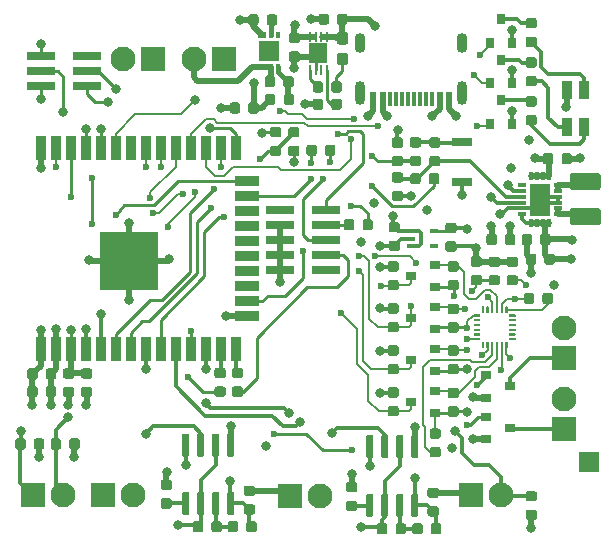
<source format=gbr>
G04 #@! TF.GenerationSoftware,KiCad,Pcbnew,(5.1.5)-2*
G04 #@! TF.CreationDate,2021-05-19T15:06:28+02:00*
G04 #@! TF.ProjectId,Versie2,56657273-6965-4322-9e6b-696361645f70,rev?*
G04 #@! TF.SameCoordinates,Original*
G04 #@! TF.FileFunction,Copper,L1,Top*
G04 #@! TF.FilePolarity,Positive*
%FSLAX46Y46*%
G04 Gerber Fmt 4.6, Leading zero omitted, Abs format (unit mm)*
G04 Created by KiCad (PCBNEW (5.1.5)-2) date 2021-05-19 15:06:28*
%MOMM*%
%LPD*%
G04 APERTURE LIST*
%ADD10C,0.100000*%
%ADD11R,2.400000X0.760000*%
%ADD12R,0.254000X0.812800*%
%ADD13R,1.549400X1.752600*%
%ADD14R,2.100000X2.100000*%
%ADD15C,2.100000*%
%ADD16R,1.800000X1.800000*%
%ADD17R,0.750000X0.500000*%
%ADD18R,0.400000X0.500000*%
%ADD19R,1.750000X2.750000*%
%ADD20R,0.300000X0.800000*%
%ADD21R,0.800000X0.300000*%
%ADD22R,0.600000X1.160000*%
%ADD23R,0.300000X1.160000*%
%ADD24O,0.900000X1.700000*%
%ADD25O,0.900000X2.000000*%
%ADD26R,0.900000X1.500000*%
%ADD27R,0.800000X0.900000*%
%ADD28R,0.900000X0.800000*%
%ADD29R,1.700000X0.800000*%
%ADD30R,5.000000X5.000000*%
%ADD31R,0.900000X2.000000*%
%ADD32R,2.000000X0.900000*%
%ADD33R,0.650000X0.400000*%
%ADD34R,1.700000X1.700000*%
%ADD35C,0.800000*%
%ADD36C,0.600000*%
%ADD37C,0.500000*%
%ADD38C,0.300000*%
%ADD39C,0.250000*%
%ADD40C,0.200000*%
%ADD41C,0.400000*%
G04 APERTURE END LIST*
G04 #@! TA.AperFunction,SMDPad,CuDef*
D10*
G36*
X87209691Y-55025053D02*
G01*
X87230926Y-55028203D01*
X87251750Y-55033419D01*
X87271962Y-55040651D01*
X87291368Y-55049830D01*
X87309781Y-55060866D01*
X87327024Y-55073654D01*
X87342930Y-55088070D01*
X87357346Y-55103976D01*
X87370134Y-55121219D01*
X87381170Y-55139632D01*
X87390349Y-55159038D01*
X87397581Y-55179250D01*
X87402797Y-55200074D01*
X87405947Y-55221309D01*
X87407000Y-55242750D01*
X87407000Y-55755250D01*
X87405947Y-55776691D01*
X87402797Y-55797926D01*
X87397581Y-55818750D01*
X87390349Y-55838962D01*
X87381170Y-55858368D01*
X87370134Y-55876781D01*
X87357346Y-55894024D01*
X87342930Y-55909930D01*
X87327024Y-55924346D01*
X87309781Y-55937134D01*
X87291368Y-55948170D01*
X87271962Y-55957349D01*
X87251750Y-55964581D01*
X87230926Y-55969797D01*
X87209691Y-55972947D01*
X87188250Y-55974000D01*
X86750750Y-55974000D01*
X86729309Y-55972947D01*
X86708074Y-55969797D01*
X86687250Y-55964581D01*
X86667038Y-55957349D01*
X86647632Y-55948170D01*
X86629219Y-55937134D01*
X86611976Y-55924346D01*
X86596070Y-55909930D01*
X86581654Y-55894024D01*
X86568866Y-55876781D01*
X86557830Y-55858368D01*
X86548651Y-55838962D01*
X86541419Y-55818750D01*
X86536203Y-55797926D01*
X86533053Y-55776691D01*
X86532000Y-55755250D01*
X86532000Y-55242750D01*
X86533053Y-55221309D01*
X86536203Y-55200074D01*
X86541419Y-55179250D01*
X86548651Y-55159038D01*
X86557830Y-55139632D01*
X86568866Y-55121219D01*
X86581654Y-55103976D01*
X86596070Y-55088070D01*
X86611976Y-55073654D01*
X86629219Y-55060866D01*
X86647632Y-55049830D01*
X86667038Y-55040651D01*
X86687250Y-55033419D01*
X86708074Y-55028203D01*
X86729309Y-55025053D01*
X86750750Y-55024000D01*
X87188250Y-55024000D01*
X87209691Y-55025053D01*
G37*
G04 #@! TD.AperFunction*
G04 #@! TA.AperFunction,SMDPad,CuDef*
G36*
X88784691Y-55025053D02*
G01*
X88805926Y-55028203D01*
X88826750Y-55033419D01*
X88846962Y-55040651D01*
X88866368Y-55049830D01*
X88884781Y-55060866D01*
X88902024Y-55073654D01*
X88917930Y-55088070D01*
X88932346Y-55103976D01*
X88945134Y-55121219D01*
X88956170Y-55139632D01*
X88965349Y-55159038D01*
X88972581Y-55179250D01*
X88977797Y-55200074D01*
X88980947Y-55221309D01*
X88982000Y-55242750D01*
X88982000Y-55755250D01*
X88980947Y-55776691D01*
X88977797Y-55797926D01*
X88972581Y-55818750D01*
X88965349Y-55838962D01*
X88956170Y-55858368D01*
X88945134Y-55876781D01*
X88932346Y-55894024D01*
X88917930Y-55909930D01*
X88902024Y-55924346D01*
X88884781Y-55937134D01*
X88866368Y-55948170D01*
X88846962Y-55957349D01*
X88826750Y-55964581D01*
X88805926Y-55969797D01*
X88784691Y-55972947D01*
X88763250Y-55974000D01*
X88325750Y-55974000D01*
X88304309Y-55972947D01*
X88283074Y-55969797D01*
X88262250Y-55964581D01*
X88242038Y-55957349D01*
X88222632Y-55948170D01*
X88204219Y-55937134D01*
X88186976Y-55924346D01*
X88171070Y-55909930D01*
X88156654Y-55894024D01*
X88143866Y-55876781D01*
X88132830Y-55858368D01*
X88123651Y-55838962D01*
X88116419Y-55818750D01*
X88111203Y-55797926D01*
X88108053Y-55776691D01*
X88107000Y-55755250D01*
X88107000Y-55242750D01*
X88108053Y-55221309D01*
X88111203Y-55200074D01*
X88116419Y-55179250D01*
X88123651Y-55159038D01*
X88132830Y-55139632D01*
X88143866Y-55121219D01*
X88156654Y-55103976D01*
X88171070Y-55088070D01*
X88186976Y-55073654D01*
X88204219Y-55060866D01*
X88222632Y-55049830D01*
X88242038Y-55040651D01*
X88262250Y-55033419D01*
X88283074Y-55028203D01*
X88304309Y-55025053D01*
X88325750Y-55024000D01*
X88763250Y-55024000D01*
X88784691Y-55025053D01*
G37*
G04 #@! TD.AperFunction*
D11*
X67595200Y-53340000D03*
X67595200Y-54610000D03*
X67595200Y-55880000D03*
X71495200Y-55880000D03*
X71495200Y-54610000D03*
X71495200Y-53340000D03*
D12*
X91834401Y-51698900D03*
X91334400Y-51698900D03*
X90834400Y-51698900D03*
X90334399Y-51698900D03*
X90334399Y-54492900D03*
X90834400Y-54492900D03*
X91334400Y-54492900D03*
X91834401Y-54492900D03*
D13*
X91084400Y-53095900D03*
D14*
X83058000Y-53594000D03*
D15*
X80518000Y-53594000D03*
G04 #@! TA.AperFunction,SMDPad,CuDef*
D10*
G36*
X93377179Y-53052044D02*
G01*
X93400234Y-53055463D01*
X93422843Y-53061127D01*
X93444787Y-53068979D01*
X93465857Y-53078944D01*
X93485848Y-53090926D01*
X93504568Y-53104810D01*
X93521838Y-53120462D01*
X93537490Y-53137732D01*
X93551374Y-53156452D01*
X93563356Y-53176443D01*
X93573321Y-53197513D01*
X93581173Y-53219457D01*
X93586837Y-53242066D01*
X93590256Y-53265121D01*
X93591400Y-53288400D01*
X93591400Y-53863400D01*
X93590256Y-53886679D01*
X93586837Y-53909734D01*
X93581173Y-53932343D01*
X93573321Y-53954287D01*
X93563356Y-53975357D01*
X93551374Y-53995348D01*
X93537490Y-54014068D01*
X93521838Y-54031338D01*
X93504568Y-54046990D01*
X93485848Y-54060874D01*
X93465857Y-54072856D01*
X93444787Y-54082821D01*
X93422843Y-54090673D01*
X93400234Y-54096337D01*
X93377179Y-54099756D01*
X93353900Y-54100900D01*
X92878900Y-54100900D01*
X92855621Y-54099756D01*
X92832566Y-54096337D01*
X92809957Y-54090673D01*
X92788013Y-54082821D01*
X92766943Y-54072856D01*
X92746952Y-54060874D01*
X92728232Y-54046990D01*
X92710962Y-54031338D01*
X92695310Y-54014068D01*
X92681426Y-53995348D01*
X92669444Y-53975357D01*
X92659479Y-53954287D01*
X92651627Y-53932343D01*
X92645963Y-53909734D01*
X92642544Y-53886679D01*
X92641400Y-53863400D01*
X92641400Y-53288400D01*
X92642544Y-53265121D01*
X92645963Y-53242066D01*
X92651627Y-53219457D01*
X92659479Y-53197513D01*
X92669444Y-53176443D01*
X92681426Y-53156452D01*
X92695310Y-53137732D01*
X92710962Y-53120462D01*
X92728232Y-53104810D01*
X92746952Y-53090926D01*
X92766943Y-53078944D01*
X92788013Y-53068979D01*
X92809957Y-53061127D01*
X92832566Y-53055463D01*
X92855621Y-53052044D01*
X92878900Y-53050900D01*
X93353900Y-53050900D01*
X93377179Y-53052044D01*
G37*
G04 #@! TD.AperFunction*
G04 #@! TA.AperFunction,SMDPad,CuDef*
G36*
X93377179Y-51302044D02*
G01*
X93400234Y-51305463D01*
X93422843Y-51311127D01*
X93444787Y-51318979D01*
X93465857Y-51328944D01*
X93485848Y-51340926D01*
X93504568Y-51354810D01*
X93521838Y-51370462D01*
X93537490Y-51387732D01*
X93551374Y-51406452D01*
X93563356Y-51426443D01*
X93573321Y-51447513D01*
X93581173Y-51469457D01*
X93586837Y-51492066D01*
X93590256Y-51515121D01*
X93591400Y-51538400D01*
X93591400Y-52113400D01*
X93590256Y-52136679D01*
X93586837Y-52159734D01*
X93581173Y-52182343D01*
X93573321Y-52204287D01*
X93563356Y-52225357D01*
X93551374Y-52245348D01*
X93537490Y-52264068D01*
X93521838Y-52281338D01*
X93504568Y-52296990D01*
X93485848Y-52310874D01*
X93465857Y-52322856D01*
X93444787Y-52332821D01*
X93422843Y-52340673D01*
X93400234Y-52346337D01*
X93377179Y-52349756D01*
X93353900Y-52350900D01*
X92878900Y-52350900D01*
X92855621Y-52349756D01*
X92832566Y-52346337D01*
X92809957Y-52340673D01*
X92788013Y-52332821D01*
X92766943Y-52322856D01*
X92746952Y-52310874D01*
X92728232Y-52296990D01*
X92710962Y-52281338D01*
X92695310Y-52264068D01*
X92681426Y-52245348D01*
X92669444Y-52225357D01*
X92659479Y-52204287D01*
X92651627Y-52182343D01*
X92645963Y-52159734D01*
X92642544Y-52136679D01*
X92641400Y-52113400D01*
X92641400Y-51538400D01*
X92642544Y-51515121D01*
X92645963Y-51492066D01*
X92651627Y-51469457D01*
X92659479Y-51447513D01*
X92669444Y-51426443D01*
X92681426Y-51406452D01*
X92695310Y-51387732D01*
X92710962Y-51370462D01*
X92728232Y-51354810D01*
X92746952Y-51340926D01*
X92766943Y-51328944D01*
X92788013Y-51318979D01*
X92809957Y-51311127D01*
X92832566Y-51305463D01*
X92855621Y-51302044D01*
X92878900Y-51300900D01*
X93353900Y-51300900D01*
X93377179Y-51302044D01*
G37*
G04 #@! TD.AperFunction*
D16*
X86908900Y-52870100D03*
D17*
X86308900Y-51520100D03*
D18*
X87083900Y-51520100D03*
X87683900Y-51520100D03*
X87683900Y-54220100D03*
X87083900Y-54220100D03*
D17*
X86308900Y-54220100D03*
D19*
X109855000Y-65474900D03*
D20*
X110605000Y-67474900D03*
X110105000Y-67474900D03*
X109605000Y-67474900D03*
X109105000Y-67474900D03*
D21*
X108355000Y-66724900D03*
X108355000Y-66224900D03*
X108355000Y-65724900D03*
X108355000Y-65224900D03*
X108355000Y-64724900D03*
X108355000Y-64224900D03*
D20*
X109105000Y-63474900D03*
X109605000Y-63474900D03*
X110105000Y-63474900D03*
X110605000Y-63474900D03*
D21*
X111355000Y-64224900D03*
X111355000Y-64724900D03*
X111355000Y-65224900D03*
X111355000Y-65724900D03*
X111355000Y-66224900D03*
X111355000Y-66724900D03*
D22*
X95733000Y-56993000D03*
X96533000Y-56993000D03*
X95733000Y-56993000D03*
X96533000Y-56993000D03*
X102133000Y-56993000D03*
X102133000Y-56993000D03*
X101333000Y-56993000D03*
X101333000Y-56993000D03*
D23*
X97183000Y-56993000D03*
X98183000Y-56993000D03*
X97683000Y-56993000D03*
X100183000Y-56993000D03*
X100683000Y-56993000D03*
X98683000Y-56993000D03*
X99183000Y-56993000D03*
X99683000Y-56993000D03*
D24*
X94613000Y-52243000D03*
X103253000Y-52243000D03*
D25*
X94613000Y-56413000D03*
X103253000Y-56413000D03*
D15*
X74549000Y-53594000D03*
D14*
X77089000Y-53594000D03*
D15*
X75388700Y-90489100D03*
D14*
X72848700Y-90489100D03*
D15*
X69432400Y-90489100D03*
D14*
X66892400Y-90489100D03*
D15*
X111900000Y-82360000D03*
D14*
X111900000Y-84900000D03*
X88711000Y-90539900D03*
D15*
X91251000Y-90539900D03*
X111900000Y-76360000D03*
D14*
X111900000Y-78900000D03*
G04 #@! TA.AperFunction,SMDPad,CuDef*
D10*
G36*
X114764504Y-63239604D02*
G01*
X114788773Y-63243204D01*
X114812571Y-63249165D01*
X114835671Y-63257430D01*
X114857849Y-63267920D01*
X114878893Y-63280533D01*
X114898598Y-63295147D01*
X114916777Y-63311623D01*
X114933253Y-63329802D01*
X114947867Y-63349507D01*
X114960480Y-63370551D01*
X114970970Y-63392729D01*
X114979235Y-63415829D01*
X114985196Y-63439627D01*
X114988796Y-63463896D01*
X114990000Y-63488400D01*
X114990000Y-64413400D01*
X114988796Y-64437904D01*
X114985196Y-64462173D01*
X114979235Y-64485971D01*
X114970970Y-64509071D01*
X114960480Y-64531249D01*
X114947867Y-64552293D01*
X114933253Y-64571998D01*
X114916777Y-64590177D01*
X114898598Y-64606653D01*
X114878893Y-64621267D01*
X114857849Y-64633880D01*
X114835671Y-64644370D01*
X114812571Y-64652635D01*
X114788773Y-64658596D01*
X114764504Y-64662196D01*
X114740000Y-64663400D01*
X112590000Y-64663400D01*
X112565496Y-64662196D01*
X112541227Y-64658596D01*
X112517429Y-64652635D01*
X112494329Y-64644370D01*
X112472151Y-64633880D01*
X112451107Y-64621267D01*
X112431402Y-64606653D01*
X112413223Y-64590177D01*
X112396747Y-64571998D01*
X112382133Y-64552293D01*
X112369520Y-64531249D01*
X112359030Y-64509071D01*
X112350765Y-64485971D01*
X112344804Y-64462173D01*
X112341204Y-64437904D01*
X112340000Y-64413400D01*
X112340000Y-63488400D01*
X112341204Y-63463896D01*
X112344804Y-63439627D01*
X112350765Y-63415829D01*
X112359030Y-63392729D01*
X112369520Y-63370551D01*
X112382133Y-63349507D01*
X112396747Y-63329802D01*
X112413223Y-63311623D01*
X112431402Y-63295147D01*
X112451107Y-63280533D01*
X112472151Y-63267920D01*
X112494329Y-63257430D01*
X112517429Y-63249165D01*
X112541227Y-63243204D01*
X112565496Y-63239604D01*
X112590000Y-63238400D01*
X114740000Y-63238400D01*
X114764504Y-63239604D01*
G37*
G04 #@! TD.AperFunction*
G04 #@! TA.AperFunction,SMDPad,CuDef*
G36*
X114764504Y-66214604D02*
G01*
X114788773Y-66218204D01*
X114812571Y-66224165D01*
X114835671Y-66232430D01*
X114857849Y-66242920D01*
X114878893Y-66255533D01*
X114898598Y-66270147D01*
X114916777Y-66286623D01*
X114933253Y-66304802D01*
X114947867Y-66324507D01*
X114960480Y-66345551D01*
X114970970Y-66367729D01*
X114979235Y-66390829D01*
X114985196Y-66414627D01*
X114988796Y-66438896D01*
X114990000Y-66463400D01*
X114990000Y-67388400D01*
X114988796Y-67412904D01*
X114985196Y-67437173D01*
X114979235Y-67460971D01*
X114970970Y-67484071D01*
X114960480Y-67506249D01*
X114947867Y-67527293D01*
X114933253Y-67546998D01*
X114916777Y-67565177D01*
X114898598Y-67581653D01*
X114878893Y-67596267D01*
X114857849Y-67608880D01*
X114835671Y-67619370D01*
X114812571Y-67627635D01*
X114788773Y-67633596D01*
X114764504Y-67637196D01*
X114740000Y-67638400D01*
X112590000Y-67638400D01*
X112565496Y-67637196D01*
X112541227Y-67633596D01*
X112517429Y-67627635D01*
X112494329Y-67619370D01*
X112472151Y-67608880D01*
X112451107Y-67596267D01*
X112431402Y-67581653D01*
X112413223Y-67565177D01*
X112396747Y-67546998D01*
X112382133Y-67527293D01*
X112369520Y-67506249D01*
X112359030Y-67484071D01*
X112350765Y-67460971D01*
X112344804Y-67437173D01*
X112341204Y-67412904D01*
X112340000Y-67388400D01*
X112340000Y-66463400D01*
X112341204Y-66438896D01*
X112344804Y-66414627D01*
X112350765Y-66390829D01*
X112359030Y-66367729D01*
X112369520Y-66345551D01*
X112382133Y-66324507D01*
X112396747Y-66304802D01*
X112413223Y-66286623D01*
X112431402Y-66270147D01*
X112451107Y-66255533D01*
X112472151Y-66242920D01*
X112494329Y-66232430D01*
X112517429Y-66224165D01*
X112541227Y-66218204D01*
X112565496Y-66214604D01*
X112590000Y-66213400D01*
X114740000Y-66213400D01*
X114764504Y-66214604D01*
G37*
G04 #@! TD.AperFunction*
D26*
X112089500Y-56235000D03*
X112089500Y-59335000D03*
X113589500Y-56235000D03*
X113589500Y-59335000D03*
D27*
X106550200Y-53648100D03*
X107500200Y-55648100D03*
X105600200Y-55648100D03*
D28*
X107300000Y-84800000D03*
X105300000Y-85750000D03*
X105300000Y-83850000D03*
D27*
X106550200Y-57077100D03*
X107500200Y-59077100D03*
X105600200Y-59077100D03*
X106550200Y-50219100D03*
X107500200Y-52219100D03*
X105600200Y-52219100D03*
D28*
X98930200Y-79057500D03*
X100930200Y-78107500D03*
X100930200Y-80007500D03*
X100930200Y-76451500D03*
X100930200Y-74551500D03*
X98930200Y-75501500D03*
X100930200Y-83563500D03*
X100930200Y-81663500D03*
X98930200Y-82613500D03*
X98930200Y-71945500D03*
X100930200Y-70995500D03*
X100930200Y-72895500D03*
X105300000Y-80350000D03*
X105300000Y-82250000D03*
X107300000Y-81300000D03*
D29*
X103225600Y-60628800D03*
X103225600Y-64028800D03*
D30*
X75064000Y-70644000D03*
D31*
X67564000Y-78144000D03*
X68834000Y-78144000D03*
X70104000Y-78144000D03*
X71374000Y-78144000D03*
X72644000Y-78144000D03*
X73914000Y-78144000D03*
X75184000Y-78144000D03*
X76454000Y-78144000D03*
X77724000Y-78144000D03*
X78994000Y-78144000D03*
X80264000Y-78144000D03*
X81534000Y-78144000D03*
X82804000Y-78144000D03*
X84074000Y-78144000D03*
D32*
X85074000Y-75359000D03*
X85074000Y-74089000D03*
X85074000Y-72819000D03*
X85074000Y-71549000D03*
X85074000Y-70279000D03*
X85074000Y-69009000D03*
X85074000Y-67739000D03*
X85074000Y-66469000D03*
X85074000Y-65199000D03*
X85074000Y-63929000D03*
D31*
X84074000Y-61144000D03*
X82804000Y-61144000D03*
X81534000Y-61144000D03*
X80264000Y-61144000D03*
X78994000Y-61144000D03*
X77724000Y-61144000D03*
X76454000Y-61144000D03*
X75184000Y-61144000D03*
X73914000Y-61144000D03*
X72644000Y-61144000D03*
X71374000Y-61144000D03*
X70104000Y-61144000D03*
X68834000Y-61144000D03*
X67564000Y-61144000D03*
D33*
X98950000Y-68150000D03*
X98950000Y-69450000D03*
X98950000Y-68800000D03*
X100850000Y-69450000D03*
X100850000Y-68150000D03*
G04 #@! TA.AperFunction,SMDPad,CuDef*
D10*
G36*
X107729901Y-77200241D02*
G01*
X107734755Y-77200961D01*
X107739514Y-77202153D01*
X107744134Y-77203806D01*
X107748570Y-77205904D01*
X107752779Y-77208427D01*
X107756720Y-77211349D01*
X107760355Y-77214645D01*
X107763651Y-77218280D01*
X107766573Y-77222221D01*
X107769096Y-77226430D01*
X107771194Y-77230866D01*
X107772847Y-77235486D01*
X107774039Y-77240245D01*
X107774759Y-77245099D01*
X107775000Y-77250000D01*
X107775000Y-77350000D01*
X107774759Y-77354901D01*
X107774039Y-77359755D01*
X107772847Y-77364514D01*
X107771194Y-77369134D01*
X107769096Y-77373570D01*
X107766573Y-77377779D01*
X107763651Y-77381720D01*
X107760355Y-77385355D01*
X107756720Y-77388651D01*
X107752779Y-77391573D01*
X107748570Y-77394096D01*
X107744134Y-77396194D01*
X107739514Y-77397847D01*
X107734755Y-77399039D01*
X107729901Y-77399759D01*
X107725000Y-77400000D01*
X107275000Y-77400000D01*
X107270099Y-77399759D01*
X107265245Y-77399039D01*
X107260486Y-77397847D01*
X107255866Y-77396194D01*
X107251430Y-77394096D01*
X107247221Y-77391573D01*
X107243280Y-77388651D01*
X107239645Y-77385355D01*
X107236349Y-77381720D01*
X107233427Y-77377779D01*
X107230904Y-77373570D01*
X107228806Y-77369134D01*
X107227153Y-77364514D01*
X107225961Y-77359755D01*
X107225241Y-77354901D01*
X107225000Y-77350000D01*
X107225000Y-77250000D01*
X107225241Y-77245099D01*
X107225961Y-77240245D01*
X107227153Y-77235486D01*
X107228806Y-77230866D01*
X107230904Y-77226430D01*
X107233427Y-77222221D01*
X107236349Y-77218280D01*
X107239645Y-77214645D01*
X107243280Y-77211349D01*
X107247221Y-77208427D01*
X107251430Y-77205904D01*
X107255866Y-77203806D01*
X107260486Y-77202153D01*
X107265245Y-77200961D01*
X107270099Y-77200241D01*
X107275000Y-77200000D01*
X107725000Y-77200000D01*
X107729901Y-77200241D01*
G37*
G04 #@! TD.AperFunction*
G04 #@! TA.AperFunction,SMDPad,CuDef*
G36*
X107729901Y-76800241D02*
G01*
X107734755Y-76800961D01*
X107739514Y-76802153D01*
X107744134Y-76803806D01*
X107748570Y-76805904D01*
X107752779Y-76808427D01*
X107756720Y-76811349D01*
X107760355Y-76814645D01*
X107763651Y-76818280D01*
X107766573Y-76822221D01*
X107769096Y-76826430D01*
X107771194Y-76830866D01*
X107772847Y-76835486D01*
X107774039Y-76840245D01*
X107774759Y-76845099D01*
X107775000Y-76850000D01*
X107775000Y-76950000D01*
X107774759Y-76954901D01*
X107774039Y-76959755D01*
X107772847Y-76964514D01*
X107771194Y-76969134D01*
X107769096Y-76973570D01*
X107766573Y-76977779D01*
X107763651Y-76981720D01*
X107760355Y-76985355D01*
X107756720Y-76988651D01*
X107752779Y-76991573D01*
X107748570Y-76994096D01*
X107744134Y-76996194D01*
X107739514Y-76997847D01*
X107734755Y-76999039D01*
X107729901Y-76999759D01*
X107725000Y-77000000D01*
X107275000Y-77000000D01*
X107270099Y-76999759D01*
X107265245Y-76999039D01*
X107260486Y-76997847D01*
X107255866Y-76996194D01*
X107251430Y-76994096D01*
X107247221Y-76991573D01*
X107243280Y-76988651D01*
X107239645Y-76985355D01*
X107236349Y-76981720D01*
X107233427Y-76977779D01*
X107230904Y-76973570D01*
X107228806Y-76969134D01*
X107227153Y-76964514D01*
X107225961Y-76959755D01*
X107225241Y-76954901D01*
X107225000Y-76950000D01*
X107225000Y-76850000D01*
X107225241Y-76845099D01*
X107225961Y-76840245D01*
X107227153Y-76835486D01*
X107228806Y-76830866D01*
X107230904Y-76826430D01*
X107233427Y-76822221D01*
X107236349Y-76818280D01*
X107239645Y-76814645D01*
X107243280Y-76811349D01*
X107247221Y-76808427D01*
X107251430Y-76805904D01*
X107255866Y-76803806D01*
X107260486Y-76802153D01*
X107265245Y-76800961D01*
X107270099Y-76800241D01*
X107275000Y-76800000D01*
X107725000Y-76800000D01*
X107729901Y-76800241D01*
G37*
G04 #@! TD.AperFunction*
G04 #@! TA.AperFunction,SMDPad,CuDef*
G36*
X107729901Y-76400241D02*
G01*
X107734755Y-76400961D01*
X107739514Y-76402153D01*
X107744134Y-76403806D01*
X107748570Y-76405904D01*
X107752779Y-76408427D01*
X107756720Y-76411349D01*
X107760355Y-76414645D01*
X107763651Y-76418280D01*
X107766573Y-76422221D01*
X107769096Y-76426430D01*
X107771194Y-76430866D01*
X107772847Y-76435486D01*
X107774039Y-76440245D01*
X107774759Y-76445099D01*
X107775000Y-76450000D01*
X107775000Y-76550000D01*
X107774759Y-76554901D01*
X107774039Y-76559755D01*
X107772847Y-76564514D01*
X107771194Y-76569134D01*
X107769096Y-76573570D01*
X107766573Y-76577779D01*
X107763651Y-76581720D01*
X107760355Y-76585355D01*
X107756720Y-76588651D01*
X107752779Y-76591573D01*
X107748570Y-76594096D01*
X107744134Y-76596194D01*
X107739514Y-76597847D01*
X107734755Y-76599039D01*
X107729901Y-76599759D01*
X107725000Y-76600000D01*
X107275000Y-76600000D01*
X107270099Y-76599759D01*
X107265245Y-76599039D01*
X107260486Y-76597847D01*
X107255866Y-76596194D01*
X107251430Y-76594096D01*
X107247221Y-76591573D01*
X107243280Y-76588651D01*
X107239645Y-76585355D01*
X107236349Y-76581720D01*
X107233427Y-76577779D01*
X107230904Y-76573570D01*
X107228806Y-76569134D01*
X107227153Y-76564514D01*
X107225961Y-76559755D01*
X107225241Y-76554901D01*
X107225000Y-76550000D01*
X107225000Y-76450000D01*
X107225241Y-76445099D01*
X107225961Y-76440245D01*
X107227153Y-76435486D01*
X107228806Y-76430866D01*
X107230904Y-76426430D01*
X107233427Y-76422221D01*
X107236349Y-76418280D01*
X107239645Y-76414645D01*
X107243280Y-76411349D01*
X107247221Y-76408427D01*
X107251430Y-76405904D01*
X107255866Y-76403806D01*
X107260486Y-76402153D01*
X107265245Y-76400961D01*
X107270099Y-76400241D01*
X107275000Y-76400000D01*
X107725000Y-76400000D01*
X107729901Y-76400241D01*
G37*
G04 #@! TD.AperFunction*
G04 #@! TA.AperFunction,SMDPad,CuDef*
G36*
X107729901Y-76000241D02*
G01*
X107734755Y-76000961D01*
X107739514Y-76002153D01*
X107744134Y-76003806D01*
X107748570Y-76005904D01*
X107752779Y-76008427D01*
X107756720Y-76011349D01*
X107760355Y-76014645D01*
X107763651Y-76018280D01*
X107766573Y-76022221D01*
X107769096Y-76026430D01*
X107771194Y-76030866D01*
X107772847Y-76035486D01*
X107774039Y-76040245D01*
X107774759Y-76045099D01*
X107775000Y-76050000D01*
X107775000Y-76150000D01*
X107774759Y-76154901D01*
X107774039Y-76159755D01*
X107772847Y-76164514D01*
X107771194Y-76169134D01*
X107769096Y-76173570D01*
X107766573Y-76177779D01*
X107763651Y-76181720D01*
X107760355Y-76185355D01*
X107756720Y-76188651D01*
X107752779Y-76191573D01*
X107748570Y-76194096D01*
X107744134Y-76196194D01*
X107739514Y-76197847D01*
X107734755Y-76199039D01*
X107729901Y-76199759D01*
X107725000Y-76200000D01*
X107275000Y-76200000D01*
X107270099Y-76199759D01*
X107265245Y-76199039D01*
X107260486Y-76197847D01*
X107255866Y-76196194D01*
X107251430Y-76194096D01*
X107247221Y-76191573D01*
X107243280Y-76188651D01*
X107239645Y-76185355D01*
X107236349Y-76181720D01*
X107233427Y-76177779D01*
X107230904Y-76173570D01*
X107228806Y-76169134D01*
X107227153Y-76164514D01*
X107225961Y-76159755D01*
X107225241Y-76154901D01*
X107225000Y-76150000D01*
X107225000Y-76050000D01*
X107225241Y-76045099D01*
X107225961Y-76040245D01*
X107227153Y-76035486D01*
X107228806Y-76030866D01*
X107230904Y-76026430D01*
X107233427Y-76022221D01*
X107236349Y-76018280D01*
X107239645Y-76014645D01*
X107243280Y-76011349D01*
X107247221Y-76008427D01*
X107251430Y-76005904D01*
X107255866Y-76003806D01*
X107260486Y-76002153D01*
X107265245Y-76000961D01*
X107270099Y-76000241D01*
X107275000Y-76000000D01*
X107725000Y-76000000D01*
X107729901Y-76000241D01*
G37*
G04 #@! TD.AperFunction*
G04 #@! TA.AperFunction,SMDPad,CuDef*
G36*
X107729901Y-75600241D02*
G01*
X107734755Y-75600961D01*
X107739514Y-75602153D01*
X107744134Y-75603806D01*
X107748570Y-75605904D01*
X107752779Y-75608427D01*
X107756720Y-75611349D01*
X107760355Y-75614645D01*
X107763651Y-75618280D01*
X107766573Y-75622221D01*
X107769096Y-75626430D01*
X107771194Y-75630866D01*
X107772847Y-75635486D01*
X107774039Y-75640245D01*
X107774759Y-75645099D01*
X107775000Y-75650000D01*
X107775000Y-75750000D01*
X107774759Y-75754901D01*
X107774039Y-75759755D01*
X107772847Y-75764514D01*
X107771194Y-75769134D01*
X107769096Y-75773570D01*
X107766573Y-75777779D01*
X107763651Y-75781720D01*
X107760355Y-75785355D01*
X107756720Y-75788651D01*
X107752779Y-75791573D01*
X107748570Y-75794096D01*
X107744134Y-75796194D01*
X107739514Y-75797847D01*
X107734755Y-75799039D01*
X107729901Y-75799759D01*
X107725000Y-75800000D01*
X107275000Y-75800000D01*
X107270099Y-75799759D01*
X107265245Y-75799039D01*
X107260486Y-75797847D01*
X107255866Y-75796194D01*
X107251430Y-75794096D01*
X107247221Y-75791573D01*
X107243280Y-75788651D01*
X107239645Y-75785355D01*
X107236349Y-75781720D01*
X107233427Y-75777779D01*
X107230904Y-75773570D01*
X107228806Y-75769134D01*
X107227153Y-75764514D01*
X107225961Y-75759755D01*
X107225241Y-75754901D01*
X107225000Y-75750000D01*
X107225000Y-75650000D01*
X107225241Y-75645099D01*
X107225961Y-75640245D01*
X107227153Y-75635486D01*
X107228806Y-75630866D01*
X107230904Y-75626430D01*
X107233427Y-75622221D01*
X107236349Y-75618280D01*
X107239645Y-75614645D01*
X107243280Y-75611349D01*
X107247221Y-75608427D01*
X107251430Y-75605904D01*
X107255866Y-75603806D01*
X107260486Y-75602153D01*
X107265245Y-75600961D01*
X107270099Y-75600241D01*
X107275000Y-75600000D01*
X107725000Y-75600000D01*
X107729901Y-75600241D01*
G37*
G04 #@! TD.AperFunction*
G04 #@! TA.AperFunction,SMDPad,CuDef*
G36*
X107729901Y-75200241D02*
G01*
X107734755Y-75200961D01*
X107739514Y-75202153D01*
X107744134Y-75203806D01*
X107748570Y-75205904D01*
X107752779Y-75208427D01*
X107756720Y-75211349D01*
X107760355Y-75214645D01*
X107763651Y-75218280D01*
X107766573Y-75222221D01*
X107769096Y-75226430D01*
X107771194Y-75230866D01*
X107772847Y-75235486D01*
X107774039Y-75240245D01*
X107774759Y-75245099D01*
X107775000Y-75250000D01*
X107775000Y-75350000D01*
X107774759Y-75354901D01*
X107774039Y-75359755D01*
X107772847Y-75364514D01*
X107771194Y-75369134D01*
X107769096Y-75373570D01*
X107766573Y-75377779D01*
X107763651Y-75381720D01*
X107760355Y-75385355D01*
X107756720Y-75388651D01*
X107752779Y-75391573D01*
X107748570Y-75394096D01*
X107744134Y-75396194D01*
X107739514Y-75397847D01*
X107734755Y-75399039D01*
X107729901Y-75399759D01*
X107725000Y-75400000D01*
X107275000Y-75400000D01*
X107270099Y-75399759D01*
X107265245Y-75399039D01*
X107260486Y-75397847D01*
X107255866Y-75396194D01*
X107251430Y-75394096D01*
X107247221Y-75391573D01*
X107243280Y-75388651D01*
X107239645Y-75385355D01*
X107236349Y-75381720D01*
X107233427Y-75377779D01*
X107230904Y-75373570D01*
X107228806Y-75369134D01*
X107227153Y-75364514D01*
X107225961Y-75359755D01*
X107225241Y-75354901D01*
X107225000Y-75350000D01*
X107225000Y-75250000D01*
X107225241Y-75245099D01*
X107225961Y-75240245D01*
X107227153Y-75235486D01*
X107228806Y-75230866D01*
X107230904Y-75226430D01*
X107233427Y-75222221D01*
X107236349Y-75218280D01*
X107239645Y-75214645D01*
X107243280Y-75211349D01*
X107247221Y-75208427D01*
X107251430Y-75205904D01*
X107255866Y-75203806D01*
X107260486Y-75202153D01*
X107265245Y-75200961D01*
X107270099Y-75200241D01*
X107275000Y-75200000D01*
X107725000Y-75200000D01*
X107729901Y-75200241D01*
G37*
G04 #@! TD.AperFunction*
G04 #@! TA.AperFunction,SMDPad,CuDef*
G36*
X107054901Y-74525241D02*
G01*
X107059755Y-74525961D01*
X107064514Y-74527153D01*
X107069134Y-74528806D01*
X107073570Y-74530904D01*
X107077779Y-74533427D01*
X107081720Y-74536349D01*
X107085355Y-74539645D01*
X107088651Y-74543280D01*
X107091573Y-74547221D01*
X107094096Y-74551430D01*
X107096194Y-74555866D01*
X107097847Y-74560486D01*
X107099039Y-74565245D01*
X107099759Y-74570099D01*
X107100000Y-74575000D01*
X107100000Y-75025000D01*
X107099759Y-75029901D01*
X107099039Y-75034755D01*
X107097847Y-75039514D01*
X107096194Y-75044134D01*
X107094096Y-75048570D01*
X107091573Y-75052779D01*
X107088651Y-75056720D01*
X107085355Y-75060355D01*
X107081720Y-75063651D01*
X107077779Y-75066573D01*
X107073570Y-75069096D01*
X107069134Y-75071194D01*
X107064514Y-75072847D01*
X107059755Y-75074039D01*
X107054901Y-75074759D01*
X107050000Y-75075000D01*
X106950000Y-75075000D01*
X106945099Y-75074759D01*
X106940245Y-75074039D01*
X106935486Y-75072847D01*
X106930866Y-75071194D01*
X106926430Y-75069096D01*
X106922221Y-75066573D01*
X106918280Y-75063651D01*
X106914645Y-75060355D01*
X106911349Y-75056720D01*
X106908427Y-75052779D01*
X106905904Y-75048570D01*
X106903806Y-75044134D01*
X106902153Y-75039514D01*
X106900961Y-75034755D01*
X106900241Y-75029901D01*
X106900000Y-75025000D01*
X106900000Y-74575000D01*
X106900241Y-74570099D01*
X106900961Y-74565245D01*
X106902153Y-74560486D01*
X106903806Y-74555866D01*
X106905904Y-74551430D01*
X106908427Y-74547221D01*
X106911349Y-74543280D01*
X106914645Y-74539645D01*
X106918280Y-74536349D01*
X106922221Y-74533427D01*
X106926430Y-74530904D01*
X106930866Y-74528806D01*
X106935486Y-74527153D01*
X106940245Y-74525961D01*
X106945099Y-74525241D01*
X106950000Y-74525000D01*
X107050000Y-74525000D01*
X107054901Y-74525241D01*
G37*
G04 #@! TD.AperFunction*
G04 #@! TA.AperFunction,SMDPad,CuDef*
G36*
X106654901Y-74525241D02*
G01*
X106659755Y-74525961D01*
X106664514Y-74527153D01*
X106669134Y-74528806D01*
X106673570Y-74530904D01*
X106677779Y-74533427D01*
X106681720Y-74536349D01*
X106685355Y-74539645D01*
X106688651Y-74543280D01*
X106691573Y-74547221D01*
X106694096Y-74551430D01*
X106696194Y-74555866D01*
X106697847Y-74560486D01*
X106699039Y-74565245D01*
X106699759Y-74570099D01*
X106700000Y-74575000D01*
X106700000Y-75025000D01*
X106699759Y-75029901D01*
X106699039Y-75034755D01*
X106697847Y-75039514D01*
X106696194Y-75044134D01*
X106694096Y-75048570D01*
X106691573Y-75052779D01*
X106688651Y-75056720D01*
X106685355Y-75060355D01*
X106681720Y-75063651D01*
X106677779Y-75066573D01*
X106673570Y-75069096D01*
X106669134Y-75071194D01*
X106664514Y-75072847D01*
X106659755Y-75074039D01*
X106654901Y-75074759D01*
X106650000Y-75075000D01*
X106550000Y-75075000D01*
X106545099Y-75074759D01*
X106540245Y-75074039D01*
X106535486Y-75072847D01*
X106530866Y-75071194D01*
X106526430Y-75069096D01*
X106522221Y-75066573D01*
X106518280Y-75063651D01*
X106514645Y-75060355D01*
X106511349Y-75056720D01*
X106508427Y-75052779D01*
X106505904Y-75048570D01*
X106503806Y-75044134D01*
X106502153Y-75039514D01*
X106500961Y-75034755D01*
X106500241Y-75029901D01*
X106500000Y-75025000D01*
X106500000Y-74575000D01*
X106500241Y-74570099D01*
X106500961Y-74565245D01*
X106502153Y-74560486D01*
X106503806Y-74555866D01*
X106505904Y-74551430D01*
X106508427Y-74547221D01*
X106511349Y-74543280D01*
X106514645Y-74539645D01*
X106518280Y-74536349D01*
X106522221Y-74533427D01*
X106526430Y-74530904D01*
X106530866Y-74528806D01*
X106535486Y-74527153D01*
X106540245Y-74525961D01*
X106545099Y-74525241D01*
X106550000Y-74525000D01*
X106650000Y-74525000D01*
X106654901Y-74525241D01*
G37*
G04 #@! TD.AperFunction*
G04 #@! TA.AperFunction,SMDPad,CuDef*
G36*
X106254901Y-74525241D02*
G01*
X106259755Y-74525961D01*
X106264514Y-74527153D01*
X106269134Y-74528806D01*
X106273570Y-74530904D01*
X106277779Y-74533427D01*
X106281720Y-74536349D01*
X106285355Y-74539645D01*
X106288651Y-74543280D01*
X106291573Y-74547221D01*
X106294096Y-74551430D01*
X106296194Y-74555866D01*
X106297847Y-74560486D01*
X106299039Y-74565245D01*
X106299759Y-74570099D01*
X106300000Y-74575000D01*
X106300000Y-75025000D01*
X106299759Y-75029901D01*
X106299039Y-75034755D01*
X106297847Y-75039514D01*
X106296194Y-75044134D01*
X106294096Y-75048570D01*
X106291573Y-75052779D01*
X106288651Y-75056720D01*
X106285355Y-75060355D01*
X106281720Y-75063651D01*
X106277779Y-75066573D01*
X106273570Y-75069096D01*
X106269134Y-75071194D01*
X106264514Y-75072847D01*
X106259755Y-75074039D01*
X106254901Y-75074759D01*
X106250000Y-75075000D01*
X106150000Y-75075000D01*
X106145099Y-75074759D01*
X106140245Y-75074039D01*
X106135486Y-75072847D01*
X106130866Y-75071194D01*
X106126430Y-75069096D01*
X106122221Y-75066573D01*
X106118280Y-75063651D01*
X106114645Y-75060355D01*
X106111349Y-75056720D01*
X106108427Y-75052779D01*
X106105904Y-75048570D01*
X106103806Y-75044134D01*
X106102153Y-75039514D01*
X106100961Y-75034755D01*
X106100241Y-75029901D01*
X106100000Y-75025000D01*
X106100000Y-74575000D01*
X106100241Y-74570099D01*
X106100961Y-74565245D01*
X106102153Y-74560486D01*
X106103806Y-74555866D01*
X106105904Y-74551430D01*
X106108427Y-74547221D01*
X106111349Y-74543280D01*
X106114645Y-74539645D01*
X106118280Y-74536349D01*
X106122221Y-74533427D01*
X106126430Y-74530904D01*
X106130866Y-74528806D01*
X106135486Y-74527153D01*
X106140245Y-74525961D01*
X106145099Y-74525241D01*
X106150000Y-74525000D01*
X106250000Y-74525000D01*
X106254901Y-74525241D01*
G37*
G04 #@! TD.AperFunction*
G04 #@! TA.AperFunction,SMDPad,CuDef*
G36*
X105854901Y-74525241D02*
G01*
X105859755Y-74525961D01*
X105864514Y-74527153D01*
X105869134Y-74528806D01*
X105873570Y-74530904D01*
X105877779Y-74533427D01*
X105881720Y-74536349D01*
X105885355Y-74539645D01*
X105888651Y-74543280D01*
X105891573Y-74547221D01*
X105894096Y-74551430D01*
X105896194Y-74555866D01*
X105897847Y-74560486D01*
X105899039Y-74565245D01*
X105899759Y-74570099D01*
X105900000Y-74575000D01*
X105900000Y-75025000D01*
X105899759Y-75029901D01*
X105899039Y-75034755D01*
X105897847Y-75039514D01*
X105896194Y-75044134D01*
X105894096Y-75048570D01*
X105891573Y-75052779D01*
X105888651Y-75056720D01*
X105885355Y-75060355D01*
X105881720Y-75063651D01*
X105877779Y-75066573D01*
X105873570Y-75069096D01*
X105869134Y-75071194D01*
X105864514Y-75072847D01*
X105859755Y-75074039D01*
X105854901Y-75074759D01*
X105850000Y-75075000D01*
X105750000Y-75075000D01*
X105745099Y-75074759D01*
X105740245Y-75074039D01*
X105735486Y-75072847D01*
X105730866Y-75071194D01*
X105726430Y-75069096D01*
X105722221Y-75066573D01*
X105718280Y-75063651D01*
X105714645Y-75060355D01*
X105711349Y-75056720D01*
X105708427Y-75052779D01*
X105705904Y-75048570D01*
X105703806Y-75044134D01*
X105702153Y-75039514D01*
X105700961Y-75034755D01*
X105700241Y-75029901D01*
X105700000Y-75025000D01*
X105700000Y-74575000D01*
X105700241Y-74570099D01*
X105700961Y-74565245D01*
X105702153Y-74560486D01*
X105703806Y-74555866D01*
X105705904Y-74551430D01*
X105708427Y-74547221D01*
X105711349Y-74543280D01*
X105714645Y-74539645D01*
X105718280Y-74536349D01*
X105722221Y-74533427D01*
X105726430Y-74530904D01*
X105730866Y-74528806D01*
X105735486Y-74527153D01*
X105740245Y-74525961D01*
X105745099Y-74525241D01*
X105750000Y-74525000D01*
X105850000Y-74525000D01*
X105854901Y-74525241D01*
G37*
G04 #@! TD.AperFunction*
G04 #@! TA.AperFunction,SMDPad,CuDef*
G36*
X105454901Y-74525241D02*
G01*
X105459755Y-74525961D01*
X105464514Y-74527153D01*
X105469134Y-74528806D01*
X105473570Y-74530904D01*
X105477779Y-74533427D01*
X105481720Y-74536349D01*
X105485355Y-74539645D01*
X105488651Y-74543280D01*
X105491573Y-74547221D01*
X105494096Y-74551430D01*
X105496194Y-74555866D01*
X105497847Y-74560486D01*
X105499039Y-74565245D01*
X105499759Y-74570099D01*
X105500000Y-74575000D01*
X105500000Y-75025000D01*
X105499759Y-75029901D01*
X105499039Y-75034755D01*
X105497847Y-75039514D01*
X105496194Y-75044134D01*
X105494096Y-75048570D01*
X105491573Y-75052779D01*
X105488651Y-75056720D01*
X105485355Y-75060355D01*
X105481720Y-75063651D01*
X105477779Y-75066573D01*
X105473570Y-75069096D01*
X105469134Y-75071194D01*
X105464514Y-75072847D01*
X105459755Y-75074039D01*
X105454901Y-75074759D01*
X105450000Y-75075000D01*
X105350000Y-75075000D01*
X105345099Y-75074759D01*
X105340245Y-75074039D01*
X105335486Y-75072847D01*
X105330866Y-75071194D01*
X105326430Y-75069096D01*
X105322221Y-75066573D01*
X105318280Y-75063651D01*
X105314645Y-75060355D01*
X105311349Y-75056720D01*
X105308427Y-75052779D01*
X105305904Y-75048570D01*
X105303806Y-75044134D01*
X105302153Y-75039514D01*
X105300961Y-75034755D01*
X105300241Y-75029901D01*
X105300000Y-75025000D01*
X105300000Y-74575000D01*
X105300241Y-74570099D01*
X105300961Y-74565245D01*
X105302153Y-74560486D01*
X105303806Y-74555866D01*
X105305904Y-74551430D01*
X105308427Y-74547221D01*
X105311349Y-74543280D01*
X105314645Y-74539645D01*
X105318280Y-74536349D01*
X105322221Y-74533427D01*
X105326430Y-74530904D01*
X105330866Y-74528806D01*
X105335486Y-74527153D01*
X105340245Y-74525961D01*
X105345099Y-74525241D01*
X105350000Y-74525000D01*
X105450000Y-74525000D01*
X105454901Y-74525241D01*
G37*
G04 #@! TD.AperFunction*
G04 #@! TA.AperFunction,SMDPad,CuDef*
G36*
X105054901Y-74525241D02*
G01*
X105059755Y-74525961D01*
X105064514Y-74527153D01*
X105069134Y-74528806D01*
X105073570Y-74530904D01*
X105077779Y-74533427D01*
X105081720Y-74536349D01*
X105085355Y-74539645D01*
X105088651Y-74543280D01*
X105091573Y-74547221D01*
X105094096Y-74551430D01*
X105096194Y-74555866D01*
X105097847Y-74560486D01*
X105099039Y-74565245D01*
X105099759Y-74570099D01*
X105100000Y-74575000D01*
X105100000Y-75025000D01*
X105099759Y-75029901D01*
X105099039Y-75034755D01*
X105097847Y-75039514D01*
X105096194Y-75044134D01*
X105094096Y-75048570D01*
X105091573Y-75052779D01*
X105088651Y-75056720D01*
X105085355Y-75060355D01*
X105081720Y-75063651D01*
X105077779Y-75066573D01*
X105073570Y-75069096D01*
X105069134Y-75071194D01*
X105064514Y-75072847D01*
X105059755Y-75074039D01*
X105054901Y-75074759D01*
X105050000Y-75075000D01*
X104950000Y-75075000D01*
X104945099Y-75074759D01*
X104940245Y-75074039D01*
X104935486Y-75072847D01*
X104930866Y-75071194D01*
X104926430Y-75069096D01*
X104922221Y-75066573D01*
X104918280Y-75063651D01*
X104914645Y-75060355D01*
X104911349Y-75056720D01*
X104908427Y-75052779D01*
X104905904Y-75048570D01*
X104903806Y-75044134D01*
X104902153Y-75039514D01*
X104900961Y-75034755D01*
X104900241Y-75029901D01*
X104900000Y-75025000D01*
X104900000Y-74575000D01*
X104900241Y-74570099D01*
X104900961Y-74565245D01*
X104902153Y-74560486D01*
X104903806Y-74555866D01*
X104905904Y-74551430D01*
X104908427Y-74547221D01*
X104911349Y-74543280D01*
X104914645Y-74539645D01*
X104918280Y-74536349D01*
X104922221Y-74533427D01*
X104926430Y-74530904D01*
X104930866Y-74528806D01*
X104935486Y-74527153D01*
X104940245Y-74525961D01*
X104945099Y-74525241D01*
X104950000Y-74525000D01*
X105050000Y-74525000D01*
X105054901Y-74525241D01*
G37*
G04 #@! TD.AperFunction*
G04 #@! TA.AperFunction,SMDPad,CuDef*
G36*
X104729901Y-75200241D02*
G01*
X104734755Y-75200961D01*
X104739514Y-75202153D01*
X104744134Y-75203806D01*
X104748570Y-75205904D01*
X104752779Y-75208427D01*
X104756720Y-75211349D01*
X104760355Y-75214645D01*
X104763651Y-75218280D01*
X104766573Y-75222221D01*
X104769096Y-75226430D01*
X104771194Y-75230866D01*
X104772847Y-75235486D01*
X104774039Y-75240245D01*
X104774759Y-75245099D01*
X104775000Y-75250000D01*
X104775000Y-75350000D01*
X104774759Y-75354901D01*
X104774039Y-75359755D01*
X104772847Y-75364514D01*
X104771194Y-75369134D01*
X104769096Y-75373570D01*
X104766573Y-75377779D01*
X104763651Y-75381720D01*
X104760355Y-75385355D01*
X104756720Y-75388651D01*
X104752779Y-75391573D01*
X104748570Y-75394096D01*
X104744134Y-75396194D01*
X104739514Y-75397847D01*
X104734755Y-75399039D01*
X104729901Y-75399759D01*
X104725000Y-75400000D01*
X104275000Y-75400000D01*
X104270099Y-75399759D01*
X104265245Y-75399039D01*
X104260486Y-75397847D01*
X104255866Y-75396194D01*
X104251430Y-75394096D01*
X104247221Y-75391573D01*
X104243280Y-75388651D01*
X104239645Y-75385355D01*
X104236349Y-75381720D01*
X104233427Y-75377779D01*
X104230904Y-75373570D01*
X104228806Y-75369134D01*
X104227153Y-75364514D01*
X104225961Y-75359755D01*
X104225241Y-75354901D01*
X104225000Y-75350000D01*
X104225000Y-75250000D01*
X104225241Y-75245099D01*
X104225961Y-75240245D01*
X104227153Y-75235486D01*
X104228806Y-75230866D01*
X104230904Y-75226430D01*
X104233427Y-75222221D01*
X104236349Y-75218280D01*
X104239645Y-75214645D01*
X104243280Y-75211349D01*
X104247221Y-75208427D01*
X104251430Y-75205904D01*
X104255866Y-75203806D01*
X104260486Y-75202153D01*
X104265245Y-75200961D01*
X104270099Y-75200241D01*
X104275000Y-75200000D01*
X104725000Y-75200000D01*
X104729901Y-75200241D01*
G37*
G04 #@! TD.AperFunction*
G04 #@! TA.AperFunction,SMDPad,CuDef*
G36*
X104729901Y-75600241D02*
G01*
X104734755Y-75600961D01*
X104739514Y-75602153D01*
X104744134Y-75603806D01*
X104748570Y-75605904D01*
X104752779Y-75608427D01*
X104756720Y-75611349D01*
X104760355Y-75614645D01*
X104763651Y-75618280D01*
X104766573Y-75622221D01*
X104769096Y-75626430D01*
X104771194Y-75630866D01*
X104772847Y-75635486D01*
X104774039Y-75640245D01*
X104774759Y-75645099D01*
X104775000Y-75650000D01*
X104775000Y-75750000D01*
X104774759Y-75754901D01*
X104774039Y-75759755D01*
X104772847Y-75764514D01*
X104771194Y-75769134D01*
X104769096Y-75773570D01*
X104766573Y-75777779D01*
X104763651Y-75781720D01*
X104760355Y-75785355D01*
X104756720Y-75788651D01*
X104752779Y-75791573D01*
X104748570Y-75794096D01*
X104744134Y-75796194D01*
X104739514Y-75797847D01*
X104734755Y-75799039D01*
X104729901Y-75799759D01*
X104725000Y-75800000D01*
X104275000Y-75800000D01*
X104270099Y-75799759D01*
X104265245Y-75799039D01*
X104260486Y-75797847D01*
X104255866Y-75796194D01*
X104251430Y-75794096D01*
X104247221Y-75791573D01*
X104243280Y-75788651D01*
X104239645Y-75785355D01*
X104236349Y-75781720D01*
X104233427Y-75777779D01*
X104230904Y-75773570D01*
X104228806Y-75769134D01*
X104227153Y-75764514D01*
X104225961Y-75759755D01*
X104225241Y-75754901D01*
X104225000Y-75750000D01*
X104225000Y-75650000D01*
X104225241Y-75645099D01*
X104225961Y-75640245D01*
X104227153Y-75635486D01*
X104228806Y-75630866D01*
X104230904Y-75626430D01*
X104233427Y-75622221D01*
X104236349Y-75618280D01*
X104239645Y-75614645D01*
X104243280Y-75611349D01*
X104247221Y-75608427D01*
X104251430Y-75605904D01*
X104255866Y-75603806D01*
X104260486Y-75602153D01*
X104265245Y-75600961D01*
X104270099Y-75600241D01*
X104275000Y-75600000D01*
X104725000Y-75600000D01*
X104729901Y-75600241D01*
G37*
G04 #@! TD.AperFunction*
G04 #@! TA.AperFunction,SMDPad,CuDef*
G36*
X104729901Y-76000241D02*
G01*
X104734755Y-76000961D01*
X104739514Y-76002153D01*
X104744134Y-76003806D01*
X104748570Y-76005904D01*
X104752779Y-76008427D01*
X104756720Y-76011349D01*
X104760355Y-76014645D01*
X104763651Y-76018280D01*
X104766573Y-76022221D01*
X104769096Y-76026430D01*
X104771194Y-76030866D01*
X104772847Y-76035486D01*
X104774039Y-76040245D01*
X104774759Y-76045099D01*
X104775000Y-76050000D01*
X104775000Y-76150000D01*
X104774759Y-76154901D01*
X104774039Y-76159755D01*
X104772847Y-76164514D01*
X104771194Y-76169134D01*
X104769096Y-76173570D01*
X104766573Y-76177779D01*
X104763651Y-76181720D01*
X104760355Y-76185355D01*
X104756720Y-76188651D01*
X104752779Y-76191573D01*
X104748570Y-76194096D01*
X104744134Y-76196194D01*
X104739514Y-76197847D01*
X104734755Y-76199039D01*
X104729901Y-76199759D01*
X104725000Y-76200000D01*
X104275000Y-76200000D01*
X104270099Y-76199759D01*
X104265245Y-76199039D01*
X104260486Y-76197847D01*
X104255866Y-76196194D01*
X104251430Y-76194096D01*
X104247221Y-76191573D01*
X104243280Y-76188651D01*
X104239645Y-76185355D01*
X104236349Y-76181720D01*
X104233427Y-76177779D01*
X104230904Y-76173570D01*
X104228806Y-76169134D01*
X104227153Y-76164514D01*
X104225961Y-76159755D01*
X104225241Y-76154901D01*
X104225000Y-76150000D01*
X104225000Y-76050000D01*
X104225241Y-76045099D01*
X104225961Y-76040245D01*
X104227153Y-76035486D01*
X104228806Y-76030866D01*
X104230904Y-76026430D01*
X104233427Y-76022221D01*
X104236349Y-76018280D01*
X104239645Y-76014645D01*
X104243280Y-76011349D01*
X104247221Y-76008427D01*
X104251430Y-76005904D01*
X104255866Y-76003806D01*
X104260486Y-76002153D01*
X104265245Y-76000961D01*
X104270099Y-76000241D01*
X104275000Y-76000000D01*
X104725000Y-76000000D01*
X104729901Y-76000241D01*
G37*
G04 #@! TD.AperFunction*
G04 #@! TA.AperFunction,SMDPad,CuDef*
G36*
X104729901Y-76400241D02*
G01*
X104734755Y-76400961D01*
X104739514Y-76402153D01*
X104744134Y-76403806D01*
X104748570Y-76405904D01*
X104752779Y-76408427D01*
X104756720Y-76411349D01*
X104760355Y-76414645D01*
X104763651Y-76418280D01*
X104766573Y-76422221D01*
X104769096Y-76426430D01*
X104771194Y-76430866D01*
X104772847Y-76435486D01*
X104774039Y-76440245D01*
X104774759Y-76445099D01*
X104775000Y-76450000D01*
X104775000Y-76550000D01*
X104774759Y-76554901D01*
X104774039Y-76559755D01*
X104772847Y-76564514D01*
X104771194Y-76569134D01*
X104769096Y-76573570D01*
X104766573Y-76577779D01*
X104763651Y-76581720D01*
X104760355Y-76585355D01*
X104756720Y-76588651D01*
X104752779Y-76591573D01*
X104748570Y-76594096D01*
X104744134Y-76596194D01*
X104739514Y-76597847D01*
X104734755Y-76599039D01*
X104729901Y-76599759D01*
X104725000Y-76600000D01*
X104275000Y-76600000D01*
X104270099Y-76599759D01*
X104265245Y-76599039D01*
X104260486Y-76597847D01*
X104255866Y-76596194D01*
X104251430Y-76594096D01*
X104247221Y-76591573D01*
X104243280Y-76588651D01*
X104239645Y-76585355D01*
X104236349Y-76581720D01*
X104233427Y-76577779D01*
X104230904Y-76573570D01*
X104228806Y-76569134D01*
X104227153Y-76564514D01*
X104225961Y-76559755D01*
X104225241Y-76554901D01*
X104225000Y-76550000D01*
X104225000Y-76450000D01*
X104225241Y-76445099D01*
X104225961Y-76440245D01*
X104227153Y-76435486D01*
X104228806Y-76430866D01*
X104230904Y-76426430D01*
X104233427Y-76422221D01*
X104236349Y-76418280D01*
X104239645Y-76414645D01*
X104243280Y-76411349D01*
X104247221Y-76408427D01*
X104251430Y-76405904D01*
X104255866Y-76403806D01*
X104260486Y-76402153D01*
X104265245Y-76400961D01*
X104270099Y-76400241D01*
X104275000Y-76400000D01*
X104725000Y-76400000D01*
X104729901Y-76400241D01*
G37*
G04 #@! TD.AperFunction*
G04 #@! TA.AperFunction,SMDPad,CuDef*
G36*
X104729901Y-76800241D02*
G01*
X104734755Y-76800961D01*
X104739514Y-76802153D01*
X104744134Y-76803806D01*
X104748570Y-76805904D01*
X104752779Y-76808427D01*
X104756720Y-76811349D01*
X104760355Y-76814645D01*
X104763651Y-76818280D01*
X104766573Y-76822221D01*
X104769096Y-76826430D01*
X104771194Y-76830866D01*
X104772847Y-76835486D01*
X104774039Y-76840245D01*
X104774759Y-76845099D01*
X104775000Y-76850000D01*
X104775000Y-76950000D01*
X104774759Y-76954901D01*
X104774039Y-76959755D01*
X104772847Y-76964514D01*
X104771194Y-76969134D01*
X104769096Y-76973570D01*
X104766573Y-76977779D01*
X104763651Y-76981720D01*
X104760355Y-76985355D01*
X104756720Y-76988651D01*
X104752779Y-76991573D01*
X104748570Y-76994096D01*
X104744134Y-76996194D01*
X104739514Y-76997847D01*
X104734755Y-76999039D01*
X104729901Y-76999759D01*
X104725000Y-77000000D01*
X104275000Y-77000000D01*
X104270099Y-76999759D01*
X104265245Y-76999039D01*
X104260486Y-76997847D01*
X104255866Y-76996194D01*
X104251430Y-76994096D01*
X104247221Y-76991573D01*
X104243280Y-76988651D01*
X104239645Y-76985355D01*
X104236349Y-76981720D01*
X104233427Y-76977779D01*
X104230904Y-76973570D01*
X104228806Y-76969134D01*
X104227153Y-76964514D01*
X104225961Y-76959755D01*
X104225241Y-76954901D01*
X104225000Y-76950000D01*
X104225000Y-76850000D01*
X104225241Y-76845099D01*
X104225961Y-76840245D01*
X104227153Y-76835486D01*
X104228806Y-76830866D01*
X104230904Y-76826430D01*
X104233427Y-76822221D01*
X104236349Y-76818280D01*
X104239645Y-76814645D01*
X104243280Y-76811349D01*
X104247221Y-76808427D01*
X104251430Y-76805904D01*
X104255866Y-76803806D01*
X104260486Y-76802153D01*
X104265245Y-76800961D01*
X104270099Y-76800241D01*
X104275000Y-76800000D01*
X104725000Y-76800000D01*
X104729901Y-76800241D01*
G37*
G04 #@! TD.AperFunction*
G04 #@! TA.AperFunction,SMDPad,CuDef*
G36*
X104729901Y-77200241D02*
G01*
X104734755Y-77200961D01*
X104739514Y-77202153D01*
X104744134Y-77203806D01*
X104748570Y-77205904D01*
X104752779Y-77208427D01*
X104756720Y-77211349D01*
X104760355Y-77214645D01*
X104763651Y-77218280D01*
X104766573Y-77222221D01*
X104769096Y-77226430D01*
X104771194Y-77230866D01*
X104772847Y-77235486D01*
X104774039Y-77240245D01*
X104774759Y-77245099D01*
X104775000Y-77250000D01*
X104775000Y-77350000D01*
X104774759Y-77354901D01*
X104774039Y-77359755D01*
X104772847Y-77364514D01*
X104771194Y-77369134D01*
X104769096Y-77373570D01*
X104766573Y-77377779D01*
X104763651Y-77381720D01*
X104760355Y-77385355D01*
X104756720Y-77388651D01*
X104752779Y-77391573D01*
X104748570Y-77394096D01*
X104744134Y-77396194D01*
X104739514Y-77397847D01*
X104734755Y-77399039D01*
X104729901Y-77399759D01*
X104725000Y-77400000D01*
X104275000Y-77400000D01*
X104270099Y-77399759D01*
X104265245Y-77399039D01*
X104260486Y-77397847D01*
X104255866Y-77396194D01*
X104251430Y-77394096D01*
X104247221Y-77391573D01*
X104243280Y-77388651D01*
X104239645Y-77385355D01*
X104236349Y-77381720D01*
X104233427Y-77377779D01*
X104230904Y-77373570D01*
X104228806Y-77369134D01*
X104227153Y-77364514D01*
X104225961Y-77359755D01*
X104225241Y-77354901D01*
X104225000Y-77350000D01*
X104225000Y-77250000D01*
X104225241Y-77245099D01*
X104225961Y-77240245D01*
X104227153Y-77235486D01*
X104228806Y-77230866D01*
X104230904Y-77226430D01*
X104233427Y-77222221D01*
X104236349Y-77218280D01*
X104239645Y-77214645D01*
X104243280Y-77211349D01*
X104247221Y-77208427D01*
X104251430Y-77205904D01*
X104255866Y-77203806D01*
X104260486Y-77202153D01*
X104265245Y-77200961D01*
X104270099Y-77200241D01*
X104275000Y-77200000D01*
X104725000Y-77200000D01*
X104729901Y-77200241D01*
G37*
G04 #@! TD.AperFunction*
G04 #@! TA.AperFunction,SMDPad,CuDef*
G36*
X105054901Y-77525241D02*
G01*
X105059755Y-77525961D01*
X105064514Y-77527153D01*
X105069134Y-77528806D01*
X105073570Y-77530904D01*
X105077779Y-77533427D01*
X105081720Y-77536349D01*
X105085355Y-77539645D01*
X105088651Y-77543280D01*
X105091573Y-77547221D01*
X105094096Y-77551430D01*
X105096194Y-77555866D01*
X105097847Y-77560486D01*
X105099039Y-77565245D01*
X105099759Y-77570099D01*
X105100000Y-77575000D01*
X105100000Y-78025000D01*
X105099759Y-78029901D01*
X105099039Y-78034755D01*
X105097847Y-78039514D01*
X105096194Y-78044134D01*
X105094096Y-78048570D01*
X105091573Y-78052779D01*
X105088651Y-78056720D01*
X105085355Y-78060355D01*
X105081720Y-78063651D01*
X105077779Y-78066573D01*
X105073570Y-78069096D01*
X105069134Y-78071194D01*
X105064514Y-78072847D01*
X105059755Y-78074039D01*
X105054901Y-78074759D01*
X105050000Y-78075000D01*
X104950000Y-78075000D01*
X104945099Y-78074759D01*
X104940245Y-78074039D01*
X104935486Y-78072847D01*
X104930866Y-78071194D01*
X104926430Y-78069096D01*
X104922221Y-78066573D01*
X104918280Y-78063651D01*
X104914645Y-78060355D01*
X104911349Y-78056720D01*
X104908427Y-78052779D01*
X104905904Y-78048570D01*
X104903806Y-78044134D01*
X104902153Y-78039514D01*
X104900961Y-78034755D01*
X104900241Y-78029901D01*
X104900000Y-78025000D01*
X104900000Y-77575000D01*
X104900241Y-77570099D01*
X104900961Y-77565245D01*
X104902153Y-77560486D01*
X104903806Y-77555866D01*
X104905904Y-77551430D01*
X104908427Y-77547221D01*
X104911349Y-77543280D01*
X104914645Y-77539645D01*
X104918280Y-77536349D01*
X104922221Y-77533427D01*
X104926430Y-77530904D01*
X104930866Y-77528806D01*
X104935486Y-77527153D01*
X104940245Y-77525961D01*
X104945099Y-77525241D01*
X104950000Y-77525000D01*
X105050000Y-77525000D01*
X105054901Y-77525241D01*
G37*
G04 #@! TD.AperFunction*
G04 #@! TA.AperFunction,SMDPad,CuDef*
G36*
X105454901Y-77525241D02*
G01*
X105459755Y-77525961D01*
X105464514Y-77527153D01*
X105469134Y-77528806D01*
X105473570Y-77530904D01*
X105477779Y-77533427D01*
X105481720Y-77536349D01*
X105485355Y-77539645D01*
X105488651Y-77543280D01*
X105491573Y-77547221D01*
X105494096Y-77551430D01*
X105496194Y-77555866D01*
X105497847Y-77560486D01*
X105499039Y-77565245D01*
X105499759Y-77570099D01*
X105500000Y-77575000D01*
X105500000Y-78025000D01*
X105499759Y-78029901D01*
X105499039Y-78034755D01*
X105497847Y-78039514D01*
X105496194Y-78044134D01*
X105494096Y-78048570D01*
X105491573Y-78052779D01*
X105488651Y-78056720D01*
X105485355Y-78060355D01*
X105481720Y-78063651D01*
X105477779Y-78066573D01*
X105473570Y-78069096D01*
X105469134Y-78071194D01*
X105464514Y-78072847D01*
X105459755Y-78074039D01*
X105454901Y-78074759D01*
X105450000Y-78075000D01*
X105350000Y-78075000D01*
X105345099Y-78074759D01*
X105340245Y-78074039D01*
X105335486Y-78072847D01*
X105330866Y-78071194D01*
X105326430Y-78069096D01*
X105322221Y-78066573D01*
X105318280Y-78063651D01*
X105314645Y-78060355D01*
X105311349Y-78056720D01*
X105308427Y-78052779D01*
X105305904Y-78048570D01*
X105303806Y-78044134D01*
X105302153Y-78039514D01*
X105300961Y-78034755D01*
X105300241Y-78029901D01*
X105300000Y-78025000D01*
X105300000Y-77575000D01*
X105300241Y-77570099D01*
X105300961Y-77565245D01*
X105302153Y-77560486D01*
X105303806Y-77555866D01*
X105305904Y-77551430D01*
X105308427Y-77547221D01*
X105311349Y-77543280D01*
X105314645Y-77539645D01*
X105318280Y-77536349D01*
X105322221Y-77533427D01*
X105326430Y-77530904D01*
X105330866Y-77528806D01*
X105335486Y-77527153D01*
X105340245Y-77525961D01*
X105345099Y-77525241D01*
X105350000Y-77525000D01*
X105450000Y-77525000D01*
X105454901Y-77525241D01*
G37*
G04 #@! TD.AperFunction*
G04 #@! TA.AperFunction,SMDPad,CuDef*
G36*
X105854901Y-77525241D02*
G01*
X105859755Y-77525961D01*
X105864514Y-77527153D01*
X105869134Y-77528806D01*
X105873570Y-77530904D01*
X105877779Y-77533427D01*
X105881720Y-77536349D01*
X105885355Y-77539645D01*
X105888651Y-77543280D01*
X105891573Y-77547221D01*
X105894096Y-77551430D01*
X105896194Y-77555866D01*
X105897847Y-77560486D01*
X105899039Y-77565245D01*
X105899759Y-77570099D01*
X105900000Y-77575000D01*
X105900000Y-78025000D01*
X105899759Y-78029901D01*
X105899039Y-78034755D01*
X105897847Y-78039514D01*
X105896194Y-78044134D01*
X105894096Y-78048570D01*
X105891573Y-78052779D01*
X105888651Y-78056720D01*
X105885355Y-78060355D01*
X105881720Y-78063651D01*
X105877779Y-78066573D01*
X105873570Y-78069096D01*
X105869134Y-78071194D01*
X105864514Y-78072847D01*
X105859755Y-78074039D01*
X105854901Y-78074759D01*
X105850000Y-78075000D01*
X105750000Y-78075000D01*
X105745099Y-78074759D01*
X105740245Y-78074039D01*
X105735486Y-78072847D01*
X105730866Y-78071194D01*
X105726430Y-78069096D01*
X105722221Y-78066573D01*
X105718280Y-78063651D01*
X105714645Y-78060355D01*
X105711349Y-78056720D01*
X105708427Y-78052779D01*
X105705904Y-78048570D01*
X105703806Y-78044134D01*
X105702153Y-78039514D01*
X105700961Y-78034755D01*
X105700241Y-78029901D01*
X105700000Y-78025000D01*
X105700000Y-77575000D01*
X105700241Y-77570099D01*
X105700961Y-77565245D01*
X105702153Y-77560486D01*
X105703806Y-77555866D01*
X105705904Y-77551430D01*
X105708427Y-77547221D01*
X105711349Y-77543280D01*
X105714645Y-77539645D01*
X105718280Y-77536349D01*
X105722221Y-77533427D01*
X105726430Y-77530904D01*
X105730866Y-77528806D01*
X105735486Y-77527153D01*
X105740245Y-77525961D01*
X105745099Y-77525241D01*
X105750000Y-77525000D01*
X105850000Y-77525000D01*
X105854901Y-77525241D01*
G37*
G04 #@! TD.AperFunction*
G04 #@! TA.AperFunction,SMDPad,CuDef*
G36*
X106254901Y-77525241D02*
G01*
X106259755Y-77525961D01*
X106264514Y-77527153D01*
X106269134Y-77528806D01*
X106273570Y-77530904D01*
X106277779Y-77533427D01*
X106281720Y-77536349D01*
X106285355Y-77539645D01*
X106288651Y-77543280D01*
X106291573Y-77547221D01*
X106294096Y-77551430D01*
X106296194Y-77555866D01*
X106297847Y-77560486D01*
X106299039Y-77565245D01*
X106299759Y-77570099D01*
X106300000Y-77575000D01*
X106300000Y-78025000D01*
X106299759Y-78029901D01*
X106299039Y-78034755D01*
X106297847Y-78039514D01*
X106296194Y-78044134D01*
X106294096Y-78048570D01*
X106291573Y-78052779D01*
X106288651Y-78056720D01*
X106285355Y-78060355D01*
X106281720Y-78063651D01*
X106277779Y-78066573D01*
X106273570Y-78069096D01*
X106269134Y-78071194D01*
X106264514Y-78072847D01*
X106259755Y-78074039D01*
X106254901Y-78074759D01*
X106250000Y-78075000D01*
X106150000Y-78075000D01*
X106145099Y-78074759D01*
X106140245Y-78074039D01*
X106135486Y-78072847D01*
X106130866Y-78071194D01*
X106126430Y-78069096D01*
X106122221Y-78066573D01*
X106118280Y-78063651D01*
X106114645Y-78060355D01*
X106111349Y-78056720D01*
X106108427Y-78052779D01*
X106105904Y-78048570D01*
X106103806Y-78044134D01*
X106102153Y-78039514D01*
X106100961Y-78034755D01*
X106100241Y-78029901D01*
X106100000Y-78025000D01*
X106100000Y-77575000D01*
X106100241Y-77570099D01*
X106100961Y-77565245D01*
X106102153Y-77560486D01*
X106103806Y-77555866D01*
X106105904Y-77551430D01*
X106108427Y-77547221D01*
X106111349Y-77543280D01*
X106114645Y-77539645D01*
X106118280Y-77536349D01*
X106122221Y-77533427D01*
X106126430Y-77530904D01*
X106130866Y-77528806D01*
X106135486Y-77527153D01*
X106140245Y-77525961D01*
X106145099Y-77525241D01*
X106150000Y-77525000D01*
X106250000Y-77525000D01*
X106254901Y-77525241D01*
G37*
G04 #@! TD.AperFunction*
G04 #@! TA.AperFunction,SMDPad,CuDef*
G36*
X106654901Y-77525241D02*
G01*
X106659755Y-77525961D01*
X106664514Y-77527153D01*
X106669134Y-77528806D01*
X106673570Y-77530904D01*
X106677779Y-77533427D01*
X106681720Y-77536349D01*
X106685355Y-77539645D01*
X106688651Y-77543280D01*
X106691573Y-77547221D01*
X106694096Y-77551430D01*
X106696194Y-77555866D01*
X106697847Y-77560486D01*
X106699039Y-77565245D01*
X106699759Y-77570099D01*
X106700000Y-77575000D01*
X106700000Y-78025000D01*
X106699759Y-78029901D01*
X106699039Y-78034755D01*
X106697847Y-78039514D01*
X106696194Y-78044134D01*
X106694096Y-78048570D01*
X106691573Y-78052779D01*
X106688651Y-78056720D01*
X106685355Y-78060355D01*
X106681720Y-78063651D01*
X106677779Y-78066573D01*
X106673570Y-78069096D01*
X106669134Y-78071194D01*
X106664514Y-78072847D01*
X106659755Y-78074039D01*
X106654901Y-78074759D01*
X106650000Y-78075000D01*
X106550000Y-78075000D01*
X106545099Y-78074759D01*
X106540245Y-78074039D01*
X106535486Y-78072847D01*
X106530866Y-78071194D01*
X106526430Y-78069096D01*
X106522221Y-78066573D01*
X106518280Y-78063651D01*
X106514645Y-78060355D01*
X106511349Y-78056720D01*
X106508427Y-78052779D01*
X106505904Y-78048570D01*
X106503806Y-78044134D01*
X106502153Y-78039514D01*
X106500961Y-78034755D01*
X106500241Y-78029901D01*
X106500000Y-78025000D01*
X106500000Y-77575000D01*
X106500241Y-77570099D01*
X106500961Y-77565245D01*
X106502153Y-77560486D01*
X106503806Y-77555866D01*
X106505904Y-77551430D01*
X106508427Y-77547221D01*
X106511349Y-77543280D01*
X106514645Y-77539645D01*
X106518280Y-77536349D01*
X106522221Y-77533427D01*
X106526430Y-77530904D01*
X106530866Y-77528806D01*
X106535486Y-77527153D01*
X106540245Y-77525961D01*
X106545099Y-77525241D01*
X106550000Y-77525000D01*
X106650000Y-77525000D01*
X106654901Y-77525241D01*
G37*
G04 #@! TD.AperFunction*
G04 #@! TA.AperFunction,SMDPad,CuDef*
G36*
X107054901Y-77525241D02*
G01*
X107059755Y-77525961D01*
X107064514Y-77527153D01*
X107069134Y-77528806D01*
X107073570Y-77530904D01*
X107077779Y-77533427D01*
X107081720Y-77536349D01*
X107085355Y-77539645D01*
X107088651Y-77543280D01*
X107091573Y-77547221D01*
X107094096Y-77551430D01*
X107096194Y-77555866D01*
X107097847Y-77560486D01*
X107099039Y-77565245D01*
X107099759Y-77570099D01*
X107100000Y-77575000D01*
X107100000Y-78025000D01*
X107099759Y-78029901D01*
X107099039Y-78034755D01*
X107097847Y-78039514D01*
X107096194Y-78044134D01*
X107094096Y-78048570D01*
X107091573Y-78052779D01*
X107088651Y-78056720D01*
X107085355Y-78060355D01*
X107081720Y-78063651D01*
X107077779Y-78066573D01*
X107073570Y-78069096D01*
X107069134Y-78071194D01*
X107064514Y-78072847D01*
X107059755Y-78074039D01*
X107054901Y-78074759D01*
X107050000Y-78075000D01*
X106950000Y-78075000D01*
X106945099Y-78074759D01*
X106940245Y-78074039D01*
X106935486Y-78072847D01*
X106930866Y-78071194D01*
X106926430Y-78069096D01*
X106922221Y-78066573D01*
X106918280Y-78063651D01*
X106914645Y-78060355D01*
X106911349Y-78056720D01*
X106908427Y-78052779D01*
X106905904Y-78048570D01*
X106903806Y-78044134D01*
X106902153Y-78039514D01*
X106900961Y-78034755D01*
X106900241Y-78029901D01*
X106900000Y-78025000D01*
X106900000Y-77575000D01*
X106900241Y-77570099D01*
X106900961Y-77565245D01*
X106902153Y-77560486D01*
X106903806Y-77555866D01*
X106905904Y-77551430D01*
X106908427Y-77547221D01*
X106911349Y-77543280D01*
X106914645Y-77539645D01*
X106918280Y-77536349D01*
X106922221Y-77533427D01*
X106926430Y-77530904D01*
X106930866Y-77528806D01*
X106935486Y-77527153D01*
X106940245Y-77525961D01*
X106945099Y-77525241D01*
X106950000Y-77525000D01*
X107050000Y-77525000D01*
X107054901Y-77525241D01*
G37*
G04 #@! TD.AperFunction*
G04 #@! TA.AperFunction,SMDPad,CuDef*
G36*
X71727891Y-79764053D02*
G01*
X71749126Y-79767203D01*
X71769950Y-79772419D01*
X71790162Y-79779651D01*
X71809568Y-79788830D01*
X71827981Y-79799866D01*
X71845224Y-79812654D01*
X71861130Y-79827070D01*
X71875546Y-79842976D01*
X71888334Y-79860219D01*
X71899370Y-79878632D01*
X71908549Y-79898038D01*
X71915781Y-79918250D01*
X71920997Y-79939074D01*
X71924147Y-79960309D01*
X71925200Y-79981750D01*
X71925200Y-80419250D01*
X71924147Y-80440691D01*
X71920997Y-80461926D01*
X71915781Y-80482750D01*
X71908549Y-80502962D01*
X71899370Y-80522368D01*
X71888334Y-80540781D01*
X71875546Y-80558024D01*
X71861130Y-80573930D01*
X71845224Y-80588346D01*
X71827981Y-80601134D01*
X71809568Y-80612170D01*
X71790162Y-80621349D01*
X71769950Y-80628581D01*
X71749126Y-80633797D01*
X71727891Y-80636947D01*
X71706450Y-80638000D01*
X71193950Y-80638000D01*
X71172509Y-80636947D01*
X71151274Y-80633797D01*
X71130450Y-80628581D01*
X71110238Y-80621349D01*
X71090832Y-80612170D01*
X71072419Y-80601134D01*
X71055176Y-80588346D01*
X71039270Y-80573930D01*
X71024854Y-80558024D01*
X71012066Y-80540781D01*
X71001030Y-80522368D01*
X70991851Y-80502962D01*
X70984619Y-80482750D01*
X70979403Y-80461926D01*
X70976253Y-80440691D01*
X70975200Y-80419250D01*
X70975200Y-79981750D01*
X70976253Y-79960309D01*
X70979403Y-79939074D01*
X70984619Y-79918250D01*
X70991851Y-79898038D01*
X71001030Y-79878632D01*
X71012066Y-79860219D01*
X71024854Y-79842976D01*
X71039270Y-79827070D01*
X71055176Y-79812654D01*
X71072419Y-79799866D01*
X71090832Y-79788830D01*
X71110238Y-79779651D01*
X71130450Y-79772419D01*
X71151274Y-79767203D01*
X71172509Y-79764053D01*
X71193950Y-79763000D01*
X71706450Y-79763000D01*
X71727891Y-79764053D01*
G37*
G04 #@! TD.AperFunction*
G04 #@! TA.AperFunction,SMDPad,CuDef*
G36*
X71727891Y-81339053D02*
G01*
X71749126Y-81342203D01*
X71769950Y-81347419D01*
X71790162Y-81354651D01*
X71809568Y-81363830D01*
X71827981Y-81374866D01*
X71845224Y-81387654D01*
X71861130Y-81402070D01*
X71875546Y-81417976D01*
X71888334Y-81435219D01*
X71899370Y-81453632D01*
X71908549Y-81473038D01*
X71915781Y-81493250D01*
X71920997Y-81514074D01*
X71924147Y-81535309D01*
X71925200Y-81556750D01*
X71925200Y-81994250D01*
X71924147Y-82015691D01*
X71920997Y-82036926D01*
X71915781Y-82057750D01*
X71908549Y-82077962D01*
X71899370Y-82097368D01*
X71888334Y-82115781D01*
X71875546Y-82133024D01*
X71861130Y-82148930D01*
X71845224Y-82163346D01*
X71827981Y-82176134D01*
X71809568Y-82187170D01*
X71790162Y-82196349D01*
X71769950Y-82203581D01*
X71749126Y-82208797D01*
X71727891Y-82211947D01*
X71706450Y-82213000D01*
X71193950Y-82213000D01*
X71172509Y-82211947D01*
X71151274Y-82208797D01*
X71130450Y-82203581D01*
X71110238Y-82196349D01*
X71090832Y-82187170D01*
X71072419Y-82176134D01*
X71055176Y-82163346D01*
X71039270Y-82148930D01*
X71024854Y-82133024D01*
X71012066Y-82115781D01*
X71001030Y-82097368D01*
X70991851Y-82077962D01*
X70984619Y-82057750D01*
X70979403Y-82036926D01*
X70976253Y-82015691D01*
X70975200Y-81994250D01*
X70975200Y-81556750D01*
X70976253Y-81535309D01*
X70979403Y-81514074D01*
X70984619Y-81493250D01*
X70991851Y-81473038D01*
X71001030Y-81453632D01*
X71012066Y-81435219D01*
X71024854Y-81417976D01*
X71039270Y-81402070D01*
X71055176Y-81387654D01*
X71072419Y-81374866D01*
X71090832Y-81363830D01*
X71110238Y-81354651D01*
X71130450Y-81347419D01*
X71151274Y-81342203D01*
X71172509Y-81339053D01*
X71193950Y-81338000D01*
X71706450Y-81338000D01*
X71727891Y-81339053D01*
G37*
G04 #@! TD.AperFunction*
G04 #@! TA.AperFunction,SMDPad,CuDef*
G36*
X93340191Y-49726053D02*
G01*
X93361426Y-49729203D01*
X93382250Y-49734419D01*
X93402462Y-49741651D01*
X93421868Y-49750830D01*
X93440281Y-49761866D01*
X93457524Y-49774654D01*
X93473430Y-49789070D01*
X93487846Y-49804976D01*
X93500634Y-49822219D01*
X93511670Y-49840632D01*
X93520849Y-49860038D01*
X93528081Y-49880250D01*
X93533297Y-49901074D01*
X93536447Y-49922309D01*
X93537500Y-49943750D01*
X93537500Y-50456250D01*
X93536447Y-50477691D01*
X93533297Y-50498926D01*
X93528081Y-50519750D01*
X93520849Y-50539962D01*
X93511670Y-50559368D01*
X93500634Y-50577781D01*
X93487846Y-50595024D01*
X93473430Y-50610930D01*
X93457524Y-50625346D01*
X93440281Y-50638134D01*
X93421868Y-50649170D01*
X93402462Y-50658349D01*
X93382250Y-50665581D01*
X93361426Y-50670797D01*
X93340191Y-50673947D01*
X93318750Y-50675000D01*
X92881250Y-50675000D01*
X92859809Y-50673947D01*
X92838574Y-50670797D01*
X92817750Y-50665581D01*
X92797538Y-50658349D01*
X92778132Y-50649170D01*
X92759719Y-50638134D01*
X92742476Y-50625346D01*
X92726570Y-50610930D01*
X92712154Y-50595024D01*
X92699366Y-50577781D01*
X92688330Y-50559368D01*
X92679151Y-50539962D01*
X92671919Y-50519750D01*
X92666703Y-50498926D01*
X92663553Y-50477691D01*
X92662500Y-50456250D01*
X92662500Y-49943750D01*
X92663553Y-49922309D01*
X92666703Y-49901074D01*
X92671919Y-49880250D01*
X92679151Y-49860038D01*
X92688330Y-49840632D01*
X92699366Y-49822219D01*
X92712154Y-49804976D01*
X92726570Y-49789070D01*
X92742476Y-49774654D01*
X92759719Y-49761866D01*
X92778132Y-49750830D01*
X92797538Y-49741651D01*
X92817750Y-49734419D01*
X92838574Y-49729203D01*
X92859809Y-49726053D01*
X92881250Y-49725000D01*
X93318750Y-49725000D01*
X93340191Y-49726053D01*
G37*
G04 #@! TD.AperFunction*
G04 #@! TA.AperFunction,SMDPad,CuDef*
G36*
X91765191Y-49726053D02*
G01*
X91786426Y-49729203D01*
X91807250Y-49734419D01*
X91827462Y-49741651D01*
X91846868Y-49750830D01*
X91865281Y-49761866D01*
X91882524Y-49774654D01*
X91898430Y-49789070D01*
X91912846Y-49804976D01*
X91925634Y-49822219D01*
X91936670Y-49840632D01*
X91945849Y-49860038D01*
X91953081Y-49880250D01*
X91958297Y-49901074D01*
X91961447Y-49922309D01*
X91962500Y-49943750D01*
X91962500Y-50456250D01*
X91961447Y-50477691D01*
X91958297Y-50498926D01*
X91953081Y-50519750D01*
X91945849Y-50539962D01*
X91936670Y-50559368D01*
X91925634Y-50577781D01*
X91912846Y-50595024D01*
X91898430Y-50610930D01*
X91882524Y-50625346D01*
X91865281Y-50638134D01*
X91846868Y-50649170D01*
X91827462Y-50658349D01*
X91807250Y-50665581D01*
X91786426Y-50670797D01*
X91765191Y-50673947D01*
X91743750Y-50675000D01*
X91306250Y-50675000D01*
X91284809Y-50673947D01*
X91263574Y-50670797D01*
X91242750Y-50665581D01*
X91222538Y-50658349D01*
X91203132Y-50649170D01*
X91184719Y-50638134D01*
X91167476Y-50625346D01*
X91151570Y-50610930D01*
X91137154Y-50595024D01*
X91124366Y-50577781D01*
X91113330Y-50559368D01*
X91104151Y-50539962D01*
X91096919Y-50519750D01*
X91091703Y-50498926D01*
X91088553Y-50477691D01*
X91087500Y-50456250D01*
X91087500Y-49943750D01*
X91088553Y-49922309D01*
X91091703Y-49901074D01*
X91096919Y-49880250D01*
X91104151Y-49860038D01*
X91113330Y-49840632D01*
X91124366Y-49822219D01*
X91137154Y-49804976D01*
X91151570Y-49789070D01*
X91167476Y-49774654D01*
X91184719Y-49761866D01*
X91203132Y-49750830D01*
X91222538Y-49741651D01*
X91242750Y-49734419D01*
X91263574Y-49729203D01*
X91284809Y-49726053D01*
X91306250Y-49725000D01*
X91743750Y-49725000D01*
X91765191Y-49726053D01*
G37*
G04 #@! TD.AperFunction*
G04 #@! TA.AperFunction,SMDPad,CuDef*
G36*
X89330091Y-52938953D02*
G01*
X89351326Y-52942103D01*
X89372150Y-52947319D01*
X89392362Y-52954551D01*
X89411768Y-52963730D01*
X89430181Y-52974766D01*
X89447424Y-52987554D01*
X89463330Y-53001970D01*
X89477746Y-53017876D01*
X89490534Y-53035119D01*
X89501570Y-53053532D01*
X89510749Y-53072938D01*
X89517981Y-53093150D01*
X89523197Y-53113974D01*
X89526347Y-53135209D01*
X89527400Y-53156650D01*
X89527400Y-53594150D01*
X89526347Y-53615591D01*
X89523197Y-53636826D01*
X89517981Y-53657650D01*
X89510749Y-53677862D01*
X89501570Y-53697268D01*
X89490534Y-53715681D01*
X89477746Y-53732924D01*
X89463330Y-53748830D01*
X89447424Y-53763246D01*
X89430181Y-53776034D01*
X89411768Y-53787070D01*
X89392362Y-53796249D01*
X89372150Y-53803481D01*
X89351326Y-53808697D01*
X89330091Y-53811847D01*
X89308650Y-53812900D01*
X88796150Y-53812900D01*
X88774709Y-53811847D01*
X88753474Y-53808697D01*
X88732650Y-53803481D01*
X88712438Y-53796249D01*
X88693032Y-53787070D01*
X88674619Y-53776034D01*
X88657376Y-53763246D01*
X88641470Y-53748830D01*
X88627054Y-53732924D01*
X88614266Y-53715681D01*
X88603230Y-53697268D01*
X88594051Y-53677862D01*
X88586819Y-53657650D01*
X88581603Y-53636826D01*
X88578453Y-53615591D01*
X88577400Y-53594150D01*
X88577400Y-53156650D01*
X88578453Y-53135209D01*
X88581603Y-53113974D01*
X88586819Y-53093150D01*
X88594051Y-53072938D01*
X88603230Y-53053532D01*
X88614266Y-53035119D01*
X88627054Y-53017876D01*
X88641470Y-53001970D01*
X88657376Y-52987554D01*
X88674619Y-52974766D01*
X88693032Y-52963730D01*
X88712438Y-52954551D01*
X88732650Y-52947319D01*
X88753474Y-52942103D01*
X88774709Y-52938953D01*
X88796150Y-52937900D01*
X89308650Y-52937900D01*
X89330091Y-52938953D01*
G37*
G04 #@! TD.AperFunction*
G04 #@! TA.AperFunction,SMDPad,CuDef*
G36*
X89330091Y-51363953D02*
G01*
X89351326Y-51367103D01*
X89372150Y-51372319D01*
X89392362Y-51379551D01*
X89411768Y-51388730D01*
X89430181Y-51399766D01*
X89447424Y-51412554D01*
X89463330Y-51426970D01*
X89477746Y-51442876D01*
X89490534Y-51460119D01*
X89501570Y-51478532D01*
X89510749Y-51497938D01*
X89517981Y-51518150D01*
X89523197Y-51538974D01*
X89526347Y-51560209D01*
X89527400Y-51581650D01*
X89527400Y-52019150D01*
X89526347Y-52040591D01*
X89523197Y-52061826D01*
X89517981Y-52082650D01*
X89510749Y-52102862D01*
X89501570Y-52122268D01*
X89490534Y-52140681D01*
X89477746Y-52157924D01*
X89463330Y-52173830D01*
X89447424Y-52188246D01*
X89430181Y-52201034D01*
X89411768Y-52212070D01*
X89392362Y-52221249D01*
X89372150Y-52228481D01*
X89351326Y-52233697D01*
X89330091Y-52236847D01*
X89308650Y-52237900D01*
X88796150Y-52237900D01*
X88774709Y-52236847D01*
X88753474Y-52233697D01*
X88732650Y-52228481D01*
X88712438Y-52221249D01*
X88693032Y-52212070D01*
X88674619Y-52201034D01*
X88657376Y-52188246D01*
X88641470Y-52173830D01*
X88627054Y-52157924D01*
X88614266Y-52140681D01*
X88603230Y-52122268D01*
X88594051Y-52102862D01*
X88586819Y-52082650D01*
X88581603Y-52061826D01*
X88578453Y-52040591D01*
X88577400Y-52019150D01*
X88577400Y-51581650D01*
X88578453Y-51560209D01*
X88581603Y-51538974D01*
X88586819Y-51518150D01*
X88594051Y-51497938D01*
X88603230Y-51478532D01*
X88614266Y-51460119D01*
X88627054Y-51442876D01*
X88641470Y-51426970D01*
X88657376Y-51412554D01*
X88674619Y-51399766D01*
X88693032Y-51388730D01*
X88712438Y-51379551D01*
X88732650Y-51372319D01*
X88753474Y-51367103D01*
X88774709Y-51363953D01*
X88796150Y-51362900D01*
X89308650Y-51362900D01*
X89330091Y-51363953D01*
G37*
G04 #@! TD.AperFunction*
G04 #@! TA.AperFunction,SMDPad,CuDef*
G36*
X67105491Y-79764653D02*
G01*
X67126726Y-79767803D01*
X67147550Y-79773019D01*
X67167762Y-79780251D01*
X67187168Y-79789430D01*
X67205581Y-79800466D01*
X67222824Y-79813254D01*
X67238730Y-79827670D01*
X67253146Y-79843576D01*
X67265934Y-79860819D01*
X67276970Y-79879232D01*
X67286149Y-79898638D01*
X67293381Y-79918850D01*
X67298597Y-79939674D01*
X67301747Y-79960909D01*
X67302800Y-79982350D01*
X67302800Y-80494850D01*
X67301747Y-80516291D01*
X67298597Y-80537526D01*
X67293381Y-80558350D01*
X67286149Y-80578562D01*
X67276970Y-80597968D01*
X67265934Y-80616381D01*
X67253146Y-80633624D01*
X67238730Y-80649530D01*
X67222824Y-80663946D01*
X67205581Y-80676734D01*
X67187168Y-80687770D01*
X67167762Y-80696949D01*
X67147550Y-80704181D01*
X67126726Y-80709397D01*
X67105491Y-80712547D01*
X67084050Y-80713600D01*
X66646550Y-80713600D01*
X66625109Y-80712547D01*
X66603874Y-80709397D01*
X66583050Y-80704181D01*
X66562838Y-80696949D01*
X66543432Y-80687770D01*
X66525019Y-80676734D01*
X66507776Y-80663946D01*
X66491870Y-80649530D01*
X66477454Y-80633624D01*
X66464666Y-80616381D01*
X66453630Y-80597968D01*
X66444451Y-80578562D01*
X66437219Y-80558350D01*
X66432003Y-80537526D01*
X66428853Y-80516291D01*
X66427800Y-80494850D01*
X66427800Y-79982350D01*
X66428853Y-79960909D01*
X66432003Y-79939674D01*
X66437219Y-79918850D01*
X66444451Y-79898638D01*
X66453630Y-79879232D01*
X66464666Y-79860819D01*
X66477454Y-79843576D01*
X66491870Y-79827670D01*
X66507776Y-79813254D01*
X66525019Y-79800466D01*
X66543432Y-79789430D01*
X66562838Y-79780251D01*
X66583050Y-79773019D01*
X66603874Y-79767803D01*
X66625109Y-79764653D01*
X66646550Y-79763600D01*
X67084050Y-79763600D01*
X67105491Y-79764653D01*
G37*
G04 #@! TD.AperFunction*
G04 #@! TA.AperFunction,SMDPad,CuDef*
G36*
X68680491Y-79764653D02*
G01*
X68701726Y-79767803D01*
X68722550Y-79773019D01*
X68742762Y-79780251D01*
X68762168Y-79789430D01*
X68780581Y-79800466D01*
X68797824Y-79813254D01*
X68813730Y-79827670D01*
X68828146Y-79843576D01*
X68840934Y-79860819D01*
X68851970Y-79879232D01*
X68861149Y-79898638D01*
X68868381Y-79918850D01*
X68873597Y-79939674D01*
X68876747Y-79960909D01*
X68877800Y-79982350D01*
X68877800Y-80494850D01*
X68876747Y-80516291D01*
X68873597Y-80537526D01*
X68868381Y-80558350D01*
X68861149Y-80578562D01*
X68851970Y-80597968D01*
X68840934Y-80616381D01*
X68828146Y-80633624D01*
X68813730Y-80649530D01*
X68797824Y-80663946D01*
X68780581Y-80676734D01*
X68762168Y-80687770D01*
X68742762Y-80696949D01*
X68722550Y-80704181D01*
X68701726Y-80709397D01*
X68680491Y-80712547D01*
X68659050Y-80713600D01*
X68221550Y-80713600D01*
X68200109Y-80712547D01*
X68178874Y-80709397D01*
X68158050Y-80704181D01*
X68137838Y-80696949D01*
X68118432Y-80687770D01*
X68100019Y-80676734D01*
X68082776Y-80663946D01*
X68066870Y-80649530D01*
X68052454Y-80633624D01*
X68039666Y-80616381D01*
X68028630Y-80597968D01*
X68019451Y-80578562D01*
X68012219Y-80558350D01*
X68007003Y-80537526D01*
X68003853Y-80516291D01*
X68002800Y-80494850D01*
X68002800Y-79982350D01*
X68003853Y-79960909D01*
X68007003Y-79939674D01*
X68012219Y-79918850D01*
X68019451Y-79898638D01*
X68028630Y-79879232D01*
X68039666Y-79860819D01*
X68052454Y-79843576D01*
X68066870Y-79827670D01*
X68082776Y-79813254D01*
X68100019Y-79800466D01*
X68118432Y-79789430D01*
X68137838Y-79780251D01*
X68158050Y-79773019D01*
X68178874Y-79767803D01*
X68200109Y-79764653D01*
X68221550Y-79763600D01*
X68659050Y-79763600D01*
X68680491Y-79764653D01*
G37*
G04 #@! TD.AperFunction*
G04 #@! TA.AperFunction,SMDPad,CuDef*
G36*
X68680691Y-81263253D02*
G01*
X68701926Y-81266403D01*
X68722750Y-81271619D01*
X68742962Y-81278851D01*
X68762368Y-81288030D01*
X68780781Y-81299066D01*
X68798024Y-81311854D01*
X68813930Y-81326270D01*
X68828346Y-81342176D01*
X68841134Y-81359419D01*
X68852170Y-81377832D01*
X68861349Y-81397238D01*
X68868581Y-81417450D01*
X68873797Y-81438274D01*
X68876947Y-81459509D01*
X68878000Y-81480950D01*
X68878000Y-81993450D01*
X68876947Y-82014891D01*
X68873797Y-82036126D01*
X68868581Y-82056950D01*
X68861349Y-82077162D01*
X68852170Y-82096568D01*
X68841134Y-82114981D01*
X68828346Y-82132224D01*
X68813930Y-82148130D01*
X68798024Y-82162546D01*
X68780781Y-82175334D01*
X68762368Y-82186370D01*
X68742962Y-82195549D01*
X68722750Y-82202781D01*
X68701926Y-82207997D01*
X68680691Y-82211147D01*
X68659250Y-82212200D01*
X68221750Y-82212200D01*
X68200309Y-82211147D01*
X68179074Y-82207997D01*
X68158250Y-82202781D01*
X68138038Y-82195549D01*
X68118632Y-82186370D01*
X68100219Y-82175334D01*
X68082976Y-82162546D01*
X68067070Y-82148130D01*
X68052654Y-82132224D01*
X68039866Y-82114981D01*
X68028830Y-82096568D01*
X68019651Y-82077162D01*
X68012419Y-82056950D01*
X68007203Y-82036126D01*
X68004053Y-82014891D01*
X68003000Y-81993450D01*
X68003000Y-81480950D01*
X68004053Y-81459509D01*
X68007203Y-81438274D01*
X68012419Y-81417450D01*
X68019651Y-81397238D01*
X68028830Y-81377832D01*
X68039866Y-81359419D01*
X68052654Y-81342176D01*
X68067070Y-81326270D01*
X68082976Y-81311854D01*
X68100219Y-81299066D01*
X68118632Y-81288030D01*
X68138038Y-81278851D01*
X68158250Y-81271619D01*
X68179074Y-81266403D01*
X68200309Y-81263253D01*
X68221750Y-81262200D01*
X68659250Y-81262200D01*
X68680691Y-81263253D01*
G37*
G04 #@! TD.AperFunction*
G04 #@! TA.AperFunction,SMDPad,CuDef*
G36*
X67105691Y-81263253D02*
G01*
X67126926Y-81266403D01*
X67147750Y-81271619D01*
X67167962Y-81278851D01*
X67187368Y-81288030D01*
X67205781Y-81299066D01*
X67223024Y-81311854D01*
X67238930Y-81326270D01*
X67253346Y-81342176D01*
X67266134Y-81359419D01*
X67277170Y-81377832D01*
X67286349Y-81397238D01*
X67293581Y-81417450D01*
X67298797Y-81438274D01*
X67301947Y-81459509D01*
X67303000Y-81480950D01*
X67303000Y-81993450D01*
X67301947Y-82014891D01*
X67298797Y-82036126D01*
X67293581Y-82056950D01*
X67286349Y-82077162D01*
X67277170Y-82096568D01*
X67266134Y-82114981D01*
X67253346Y-82132224D01*
X67238930Y-82148130D01*
X67223024Y-82162546D01*
X67205781Y-82175334D01*
X67187368Y-82186370D01*
X67167962Y-82195549D01*
X67147750Y-82202781D01*
X67126926Y-82207997D01*
X67105691Y-82211147D01*
X67084250Y-82212200D01*
X66646750Y-82212200D01*
X66625309Y-82211147D01*
X66604074Y-82207997D01*
X66583250Y-82202781D01*
X66563038Y-82195549D01*
X66543632Y-82186370D01*
X66525219Y-82175334D01*
X66507976Y-82162546D01*
X66492070Y-82148130D01*
X66477654Y-82132224D01*
X66464866Y-82114981D01*
X66453830Y-82096568D01*
X66444651Y-82077162D01*
X66437419Y-82056950D01*
X66432203Y-82036126D01*
X66429053Y-82014891D01*
X66428000Y-81993450D01*
X66428000Y-81480950D01*
X66429053Y-81459509D01*
X66432203Y-81438274D01*
X66437419Y-81417450D01*
X66444651Y-81397238D01*
X66453830Y-81377832D01*
X66464866Y-81359419D01*
X66477654Y-81342176D01*
X66492070Y-81326270D01*
X66507976Y-81311854D01*
X66525219Y-81299066D01*
X66543632Y-81288030D01*
X66563038Y-81278851D01*
X66583250Y-81271619D01*
X66604074Y-81266403D01*
X66625309Y-81263253D01*
X66646750Y-81262200D01*
X67084250Y-81262200D01*
X67105691Y-81263253D01*
G37*
G04 #@! TD.AperFunction*
G04 #@! TA.AperFunction,SMDPad,CuDef*
G36*
X94170291Y-90967053D02*
G01*
X94191526Y-90970203D01*
X94212350Y-90975419D01*
X94232562Y-90982651D01*
X94251968Y-90991830D01*
X94270381Y-91002866D01*
X94287624Y-91015654D01*
X94303530Y-91030070D01*
X94317946Y-91045976D01*
X94330734Y-91063219D01*
X94341770Y-91081632D01*
X94350949Y-91101038D01*
X94358181Y-91121250D01*
X94363397Y-91142074D01*
X94366547Y-91163309D01*
X94367600Y-91184750D01*
X94367600Y-91622250D01*
X94366547Y-91643691D01*
X94363397Y-91664926D01*
X94358181Y-91685750D01*
X94350949Y-91705962D01*
X94341770Y-91725368D01*
X94330734Y-91743781D01*
X94317946Y-91761024D01*
X94303530Y-91776930D01*
X94287624Y-91791346D01*
X94270381Y-91804134D01*
X94251968Y-91815170D01*
X94232562Y-91824349D01*
X94212350Y-91831581D01*
X94191526Y-91836797D01*
X94170291Y-91839947D01*
X94148850Y-91841000D01*
X93636350Y-91841000D01*
X93614909Y-91839947D01*
X93593674Y-91836797D01*
X93572850Y-91831581D01*
X93552638Y-91824349D01*
X93533232Y-91815170D01*
X93514819Y-91804134D01*
X93497576Y-91791346D01*
X93481670Y-91776930D01*
X93467254Y-91761024D01*
X93454466Y-91743781D01*
X93443430Y-91725368D01*
X93434251Y-91705962D01*
X93427019Y-91685750D01*
X93421803Y-91664926D01*
X93418653Y-91643691D01*
X93417600Y-91622250D01*
X93417600Y-91184750D01*
X93418653Y-91163309D01*
X93421803Y-91142074D01*
X93427019Y-91121250D01*
X93434251Y-91101038D01*
X93443430Y-91081632D01*
X93454466Y-91063219D01*
X93467254Y-91045976D01*
X93481670Y-91030070D01*
X93497576Y-91015654D01*
X93514819Y-91002866D01*
X93533232Y-90991830D01*
X93552638Y-90982651D01*
X93572850Y-90975419D01*
X93593674Y-90970203D01*
X93614909Y-90967053D01*
X93636350Y-90966000D01*
X94148850Y-90966000D01*
X94170291Y-90967053D01*
G37*
G04 #@! TD.AperFunction*
G04 #@! TA.AperFunction,SMDPad,CuDef*
G36*
X94170291Y-89392053D02*
G01*
X94191526Y-89395203D01*
X94212350Y-89400419D01*
X94232562Y-89407651D01*
X94251968Y-89416830D01*
X94270381Y-89427866D01*
X94287624Y-89440654D01*
X94303530Y-89455070D01*
X94317946Y-89470976D01*
X94330734Y-89488219D01*
X94341770Y-89506632D01*
X94350949Y-89526038D01*
X94358181Y-89546250D01*
X94363397Y-89567074D01*
X94366547Y-89588309D01*
X94367600Y-89609750D01*
X94367600Y-90047250D01*
X94366547Y-90068691D01*
X94363397Y-90089926D01*
X94358181Y-90110750D01*
X94350949Y-90130962D01*
X94341770Y-90150368D01*
X94330734Y-90168781D01*
X94317946Y-90186024D01*
X94303530Y-90201930D01*
X94287624Y-90216346D01*
X94270381Y-90229134D01*
X94251968Y-90240170D01*
X94232562Y-90249349D01*
X94212350Y-90256581D01*
X94191526Y-90261797D01*
X94170291Y-90264947D01*
X94148850Y-90266000D01*
X93636350Y-90266000D01*
X93614909Y-90264947D01*
X93593674Y-90261797D01*
X93572850Y-90256581D01*
X93552638Y-90249349D01*
X93533232Y-90240170D01*
X93514819Y-90229134D01*
X93497576Y-90216346D01*
X93481670Y-90201930D01*
X93467254Y-90186024D01*
X93454466Y-90168781D01*
X93443430Y-90150368D01*
X93434251Y-90130962D01*
X93427019Y-90110750D01*
X93421803Y-90089926D01*
X93418653Y-90068691D01*
X93417600Y-90047250D01*
X93417600Y-89609750D01*
X93418653Y-89588309D01*
X93421803Y-89567074D01*
X93427019Y-89546250D01*
X93434251Y-89526038D01*
X93443430Y-89506632D01*
X93454466Y-89488219D01*
X93467254Y-89470976D01*
X93481670Y-89455070D01*
X93497576Y-89440654D01*
X93514819Y-89427866D01*
X93533232Y-89416830D01*
X93552638Y-89407651D01*
X93572850Y-89400419D01*
X93593674Y-89395203D01*
X93614909Y-89392053D01*
X93636350Y-89391000D01*
X94148850Y-89391000D01*
X94170291Y-89392053D01*
G37*
G04 #@! TD.AperFunction*
G04 #@! TA.AperFunction,SMDPad,CuDef*
G36*
X101066391Y-89862153D02*
G01*
X101087626Y-89865303D01*
X101108450Y-89870519D01*
X101128662Y-89877751D01*
X101148068Y-89886930D01*
X101166481Y-89897966D01*
X101183724Y-89910754D01*
X101199630Y-89925170D01*
X101214046Y-89941076D01*
X101226834Y-89958319D01*
X101237870Y-89976732D01*
X101247049Y-89996138D01*
X101254281Y-90016350D01*
X101259497Y-90037174D01*
X101262647Y-90058409D01*
X101263700Y-90079850D01*
X101263700Y-90517350D01*
X101262647Y-90538791D01*
X101259497Y-90560026D01*
X101254281Y-90580850D01*
X101247049Y-90601062D01*
X101237870Y-90620468D01*
X101226834Y-90638881D01*
X101214046Y-90656124D01*
X101199630Y-90672030D01*
X101183724Y-90686446D01*
X101166481Y-90699234D01*
X101148068Y-90710270D01*
X101128662Y-90719449D01*
X101108450Y-90726681D01*
X101087626Y-90731897D01*
X101066391Y-90735047D01*
X101044950Y-90736100D01*
X100532450Y-90736100D01*
X100511009Y-90735047D01*
X100489774Y-90731897D01*
X100468950Y-90726681D01*
X100448738Y-90719449D01*
X100429332Y-90710270D01*
X100410919Y-90699234D01*
X100393676Y-90686446D01*
X100377770Y-90672030D01*
X100363354Y-90656124D01*
X100350566Y-90638881D01*
X100339530Y-90620468D01*
X100330351Y-90601062D01*
X100323119Y-90580850D01*
X100317903Y-90560026D01*
X100314753Y-90538791D01*
X100313700Y-90517350D01*
X100313700Y-90079850D01*
X100314753Y-90058409D01*
X100317903Y-90037174D01*
X100323119Y-90016350D01*
X100330351Y-89996138D01*
X100339530Y-89976732D01*
X100350566Y-89958319D01*
X100363354Y-89941076D01*
X100377770Y-89925170D01*
X100393676Y-89910754D01*
X100410919Y-89897966D01*
X100429332Y-89886930D01*
X100448738Y-89877751D01*
X100468950Y-89870519D01*
X100489774Y-89865303D01*
X100511009Y-89862153D01*
X100532450Y-89861100D01*
X101044950Y-89861100D01*
X101066391Y-89862153D01*
G37*
G04 #@! TD.AperFunction*
G04 #@! TA.AperFunction,SMDPad,CuDef*
G36*
X101066391Y-91437153D02*
G01*
X101087626Y-91440303D01*
X101108450Y-91445519D01*
X101128662Y-91452751D01*
X101148068Y-91461930D01*
X101166481Y-91472966D01*
X101183724Y-91485754D01*
X101199630Y-91500170D01*
X101214046Y-91516076D01*
X101226834Y-91533319D01*
X101237870Y-91551732D01*
X101247049Y-91571138D01*
X101254281Y-91591350D01*
X101259497Y-91612174D01*
X101262647Y-91633409D01*
X101263700Y-91654850D01*
X101263700Y-92092350D01*
X101262647Y-92113791D01*
X101259497Y-92135026D01*
X101254281Y-92155850D01*
X101247049Y-92176062D01*
X101237870Y-92195468D01*
X101226834Y-92213881D01*
X101214046Y-92231124D01*
X101199630Y-92247030D01*
X101183724Y-92261446D01*
X101166481Y-92274234D01*
X101148068Y-92285270D01*
X101128662Y-92294449D01*
X101108450Y-92301681D01*
X101087626Y-92306897D01*
X101066391Y-92310047D01*
X101044950Y-92311100D01*
X100532450Y-92311100D01*
X100511009Y-92310047D01*
X100489774Y-92306897D01*
X100468950Y-92301681D01*
X100448738Y-92294449D01*
X100429332Y-92285270D01*
X100410919Y-92274234D01*
X100393676Y-92261446D01*
X100377770Y-92247030D01*
X100363354Y-92231124D01*
X100350566Y-92213881D01*
X100339530Y-92195468D01*
X100330351Y-92176062D01*
X100323119Y-92155850D01*
X100317903Y-92135026D01*
X100314753Y-92113791D01*
X100313700Y-92092350D01*
X100313700Y-91654850D01*
X100314753Y-91633409D01*
X100317903Y-91612174D01*
X100323119Y-91591350D01*
X100330351Y-91571138D01*
X100339530Y-91551732D01*
X100350566Y-91533319D01*
X100363354Y-91516076D01*
X100377770Y-91500170D01*
X100393676Y-91485754D01*
X100410919Y-91472966D01*
X100429332Y-91461930D01*
X100448738Y-91452751D01*
X100468950Y-91445519D01*
X100489774Y-91440303D01*
X100511009Y-91437153D01*
X100532450Y-91436100D01*
X101044950Y-91436100D01*
X101066391Y-91437153D01*
G37*
G04 #@! TD.AperFunction*
G04 #@! TA.AperFunction,SMDPad,CuDef*
G36*
X85508891Y-91272053D02*
G01*
X85530126Y-91275203D01*
X85550950Y-91280419D01*
X85571162Y-91287651D01*
X85590568Y-91296830D01*
X85608981Y-91307866D01*
X85626224Y-91320654D01*
X85642130Y-91335070D01*
X85656546Y-91350976D01*
X85669334Y-91368219D01*
X85680370Y-91386632D01*
X85689549Y-91406038D01*
X85696781Y-91426250D01*
X85701997Y-91447074D01*
X85705147Y-91468309D01*
X85706200Y-91489750D01*
X85706200Y-91927250D01*
X85705147Y-91948691D01*
X85701997Y-91969926D01*
X85696781Y-91990750D01*
X85689549Y-92010962D01*
X85680370Y-92030368D01*
X85669334Y-92048781D01*
X85656546Y-92066024D01*
X85642130Y-92081930D01*
X85626224Y-92096346D01*
X85608981Y-92109134D01*
X85590568Y-92120170D01*
X85571162Y-92129349D01*
X85550950Y-92136581D01*
X85530126Y-92141797D01*
X85508891Y-92144947D01*
X85487450Y-92146000D01*
X84974950Y-92146000D01*
X84953509Y-92144947D01*
X84932274Y-92141797D01*
X84911450Y-92136581D01*
X84891238Y-92129349D01*
X84871832Y-92120170D01*
X84853419Y-92109134D01*
X84836176Y-92096346D01*
X84820270Y-92081930D01*
X84805854Y-92066024D01*
X84793066Y-92048781D01*
X84782030Y-92030368D01*
X84772851Y-92010962D01*
X84765619Y-91990750D01*
X84760403Y-91969926D01*
X84757253Y-91948691D01*
X84756200Y-91927250D01*
X84756200Y-91489750D01*
X84757253Y-91468309D01*
X84760403Y-91447074D01*
X84765619Y-91426250D01*
X84772851Y-91406038D01*
X84782030Y-91386632D01*
X84793066Y-91368219D01*
X84805854Y-91350976D01*
X84820270Y-91335070D01*
X84836176Y-91320654D01*
X84853419Y-91307866D01*
X84871832Y-91296830D01*
X84891238Y-91287651D01*
X84911450Y-91280419D01*
X84932274Y-91275203D01*
X84953509Y-91272053D01*
X84974950Y-91271000D01*
X85487450Y-91271000D01*
X85508891Y-91272053D01*
G37*
G04 #@! TD.AperFunction*
G04 #@! TA.AperFunction,SMDPad,CuDef*
G36*
X85508891Y-89697053D02*
G01*
X85530126Y-89700203D01*
X85550950Y-89705419D01*
X85571162Y-89712651D01*
X85590568Y-89721830D01*
X85608981Y-89732866D01*
X85626224Y-89745654D01*
X85642130Y-89760070D01*
X85656546Y-89775976D01*
X85669334Y-89793219D01*
X85680370Y-89811632D01*
X85689549Y-89831038D01*
X85696781Y-89851250D01*
X85701997Y-89872074D01*
X85705147Y-89893309D01*
X85706200Y-89914750D01*
X85706200Y-90352250D01*
X85705147Y-90373691D01*
X85701997Y-90394926D01*
X85696781Y-90415750D01*
X85689549Y-90435962D01*
X85680370Y-90455368D01*
X85669334Y-90473781D01*
X85656546Y-90491024D01*
X85642130Y-90506930D01*
X85626224Y-90521346D01*
X85608981Y-90534134D01*
X85590568Y-90545170D01*
X85571162Y-90554349D01*
X85550950Y-90561581D01*
X85530126Y-90566797D01*
X85508891Y-90569947D01*
X85487450Y-90571000D01*
X84974950Y-90571000D01*
X84953509Y-90569947D01*
X84932274Y-90566797D01*
X84911450Y-90561581D01*
X84891238Y-90554349D01*
X84871832Y-90545170D01*
X84853419Y-90534134D01*
X84836176Y-90521346D01*
X84820270Y-90506930D01*
X84805854Y-90491024D01*
X84793066Y-90473781D01*
X84782030Y-90455368D01*
X84772851Y-90435962D01*
X84765619Y-90415750D01*
X84760403Y-90394926D01*
X84757253Y-90373691D01*
X84756200Y-90352250D01*
X84756200Y-89914750D01*
X84757253Y-89893309D01*
X84760403Y-89872074D01*
X84765619Y-89851250D01*
X84772851Y-89831038D01*
X84782030Y-89811632D01*
X84793066Y-89793219D01*
X84805854Y-89775976D01*
X84820270Y-89760070D01*
X84836176Y-89745654D01*
X84853419Y-89732866D01*
X84871832Y-89721830D01*
X84891238Y-89712651D01*
X84911450Y-89705419D01*
X84932274Y-89700203D01*
X84953509Y-89697053D01*
X84974950Y-89696000D01*
X85487450Y-89696000D01*
X85508891Y-89697053D01*
G37*
G04 #@! TD.AperFunction*
G04 #@! TA.AperFunction,SMDPad,CuDef*
G36*
X78473091Y-89189053D02*
G01*
X78494326Y-89192203D01*
X78515150Y-89197419D01*
X78535362Y-89204651D01*
X78554768Y-89213830D01*
X78573181Y-89224866D01*
X78590424Y-89237654D01*
X78606330Y-89252070D01*
X78620746Y-89267976D01*
X78633534Y-89285219D01*
X78644570Y-89303632D01*
X78653749Y-89323038D01*
X78660981Y-89343250D01*
X78666197Y-89364074D01*
X78669347Y-89385309D01*
X78670400Y-89406750D01*
X78670400Y-89844250D01*
X78669347Y-89865691D01*
X78666197Y-89886926D01*
X78660981Y-89907750D01*
X78653749Y-89927962D01*
X78644570Y-89947368D01*
X78633534Y-89965781D01*
X78620746Y-89983024D01*
X78606330Y-89998930D01*
X78590424Y-90013346D01*
X78573181Y-90026134D01*
X78554768Y-90037170D01*
X78535362Y-90046349D01*
X78515150Y-90053581D01*
X78494326Y-90058797D01*
X78473091Y-90061947D01*
X78451650Y-90063000D01*
X77939150Y-90063000D01*
X77917709Y-90061947D01*
X77896474Y-90058797D01*
X77875650Y-90053581D01*
X77855438Y-90046349D01*
X77836032Y-90037170D01*
X77817619Y-90026134D01*
X77800376Y-90013346D01*
X77784470Y-89998930D01*
X77770054Y-89983024D01*
X77757266Y-89965781D01*
X77746230Y-89947368D01*
X77737051Y-89927962D01*
X77729819Y-89907750D01*
X77724603Y-89886926D01*
X77721453Y-89865691D01*
X77720400Y-89844250D01*
X77720400Y-89406750D01*
X77721453Y-89385309D01*
X77724603Y-89364074D01*
X77729819Y-89343250D01*
X77737051Y-89323038D01*
X77746230Y-89303632D01*
X77757266Y-89285219D01*
X77770054Y-89267976D01*
X77784470Y-89252070D01*
X77800376Y-89237654D01*
X77817619Y-89224866D01*
X77836032Y-89213830D01*
X77855438Y-89204651D01*
X77875650Y-89197419D01*
X77896474Y-89192203D01*
X77917709Y-89189053D01*
X77939150Y-89188000D01*
X78451650Y-89188000D01*
X78473091Y-89189053D01*
G37*
G04 #@! TD.AperFunction*
G04 #@! TA.AperFunction,SMDPad,CuDef*
G36*
X78473091Y-90764053D02*
G01*
X78494326Y-90767203D01*
X78515150Y-90772419D01*
X78535362Y-90779651D01*
X78554768Y-90788830D01*
X78573181Y-90799866D01*
X78590424Y-90812654D01*
X78606330Y-90827070D01*
X78620746Y-90842976D01*
X78633534Y-90860219D01*
X78644570Y-90878632D01*
X78653749Y-90898038D01*
X78660981Y-90918250D01*
X78666197Y-90939074D01*
X78669347Y-90960309D01*
X78670400Y-90981750D01*
X78670400Y-91419250D01*
X78669347Y-91440691D01*
X78666197Y-91461926D01*
X78660981Y-91482750D01*
X78653749Y-91502962D01*
X78644570Y-91522368D01*
X78633534Y-91540781D01*
X78620746Y-91558024D01*
X78606330Y-91573930D01*
X78590424Y-91588346D01*
X78573181Y-91601134D01*
X78554768Y-91612170D01*
X78535362Y-91621349D01*
X78515150Y-91628581D01*
X78494326Y-91633797D01*
X78473091Y-91636947D01*
X78451650Y-91638000D01*
X77939150Y-91638000D01*
X77917709Y-91636947D01*
X77896474Y-91633797D01*
X77875650Y-91628581D01*
X77855438Y-91621349D01*
X77836032Y-91612170D01*
X77817619Y-91601134D01*
X77800376Y-91588346D01*
X77784470Y-91573930D01*
X77770054Y-91558024D01*
X77757266Y-91540781D01*
X77746230Y-91522368D01*
X77737051Y-91502962D01*
X77729819Y-91482750D01*
X77724603Y-91461926D01*
X77721453Y-91440691D01*
X77720400Y-91419250D01*
X77720400Y-90981750D01*
X77721453Y-90960309D01*
X77724603Y-90939074D01*
X77729819Y-90918250D01*
X77737051Y-90898038D01*
X77746230Y-90878632D01*
X77757266Y-90860219D01*
X77770054Y-90842976D01*
X77784470Y-90827070D01*
X77800376Y-90812654D01*
X77817619Y-90799866D01*
X77836032Y-90788830D01*
X77855438Y-90779651D01*
X77875650Y-90772419D01*
X77896474Y-90767203D01*
X77917709Y-90764053D01*
X77939150Y-90763000D01*
X78451650Y-90763000D01*
X78473091Y-90764053D01*
G37*
G04 #@! TD.AperFunction*
G04 #@! TA.AperFunction,SMDPad,CuDef*
G36*
X97777691Y-68963553D02*
G01*
X97798926Y-68966703D01*
X97819750Y-68971919D01*
X97839962Y-68979151D01*
X97859368Y-68988330D01*
X97877781Y-68999366D01*
X97895024Y-69012154D01*
X97910930Y-69026570D01*
X97925346Y-69042476D01*
X97938134Y-69059719D01*
X97949170Y-69078132D01*
X97958349Y-69097538D01*
X97965581Y-69117750D01*
X97970797Y-69138574D01*
X97973947Y-69159809D01*
X97975000Y-69181250D01*
X97975000Y-69618750D01*
X97973947Y-69640191D01*
X97970797Y-69661426D01*
X97965581Y-69682250D01*
X97958349Y-69702462D01*
X97949170Y-69721868D01*
X97938134Y-69740281D01*
X97925346Y-69757524D01*
X97910930Y-69773430D01*
X97895024Y-69787846D01*
X97877781Y-69800634D01*
X97859368Y-69811670D01*
X97839962Y-69820849D01*
X97819750Y-69828081D01*
X97798926Y-69833297D01*
X97777691Y-69836447D01*
X97756250Y-69837500D01*
X97243750Y-69837500D01*
X97222309Y-69836447D01*
X97201074Y-69833297D01*
X97180250Y-69828081D01*
X97160038Y-69820849D01*
X97140632Y-69811670D01*
X97122219Y-69800634D01*
X97104976Y-69787846D01*
X97089070Y-69773430D01*
X97074654Y-69757524D01*
X97061866Y-69740281D01*
X97050830Y-69721868D01*
X97041651Y-69702462D01*
X97034419Y-69682250D01*
X97029203Y-69661426D01*
X97026053Y-69640191D01*
X97025000Y-69618750D01*
X97025000Y-69181250D01*
X97026053Y-69159809D01*
X97029203Y-69138574D01*
X97034419Y-69117750D01*
X97041651Y-69097538D01*
X97050830Y-69078132D01*
X97061866Y-69059719D01*
X97074654Y-69042476D01*
X97089070Y-69026570D01*
X97104976Y-69012154D01*
X97122219Y-68999366D01*
X97140632Y-68988330D01*
X97160038Y-68979151D01*
X97180250Y-68971919D01*
X97201074Y-68966703D01*
X97222309Y-68963553D01*
X97243750Y-68962500D01*
X97756250Y-68962500D01*
X97777691Y-68963553D01*
G37*
G04 #@! TD.AperFunction*
G04 #@! TA.AperFunction,SMDPad,CuDef*
G36*
X97777691Y-67388553D02*
G01*
X97798926Y-67391703D01*
X97819750Y-67396919D01*
X97839962Y-67404151D01*
X97859368Y-67413330D01*
X97877781Y-67424366D01*
X97895024Y-67437154D01*
X97910930Y-67451570D01*
X97925346Y-67467476D01*
X97938134Y-67484719D01*
X97949170Y-67503132D01*
X97958349Y-67522538D01*
X97965581Y-67542750D01*
X97970797Y-67563574D01*
X97973947Y-67584809D01*
X97975000Y-67606250D01*
X97975000Y-68043750D01*
X97973947Y-68065191D01*
X97970797Y-68086426D01*
X97965581Y-68107250D01*
X97958349Y-68127462D01*
X97949170Y-68146868D01*
X97938134Y-68165281D01*
X97925346Y-68182524D01*
X97910930Y-68198430D01*
X97895024Y-68212846D01*
X97877781Y-68225634D01*
X97859368Y-68236670D01*
X97839962Y-68245849D01*
X97819750Y-68253081D01*
X97798926Y-68258297D01*
X97777691Y-68261447D01*
X97756250Y-68262500D01*
X97243750Y-68262500D01*
X97222309Y-68261447D01*
X97201074Y-68258297D01*
X97180250Y-68253081D01*
X97160038Y-68245849D01*
X97140632Y-68236670D01*
X97122219Y-68225634D01*
X97104976Y-68212846D01*
X97089070Y-68198430D01*
X97074654Y-68182524D01*
X97061866Y-68165281D01*
X97050830Y-68146868D01*
X97041651Y-68127462D01*
X97034419Y-68107250D01*
X97029203Y-68086426D01*
X97026053Y-68065191D01*
X97025000Y-68043750D01*
X97025000Y-67606250D01*
X97026053Y-67584809D01*
X97029203Y-67563574D01*
X97034419Y-67542750D01*
X97041651Y-67522538D01*
X97050830Y-67503132D01*
X97061866Y-67484719D01*
X97074654Y-67467476D01*
X97089070Y-67451570D01*
X97104976Y-67437154D01*
X97122219Y-67424366D01*
X97140632Y-67413330D01*
X97160038Y-67404151D01*
X97180250Y-67396919D01*
X97201074Y-67391703D01*
X97222309Y-67388553D01*
X97243750Y-67387500D01*
X97756250Y-67387500D01*
X97777691Y-67388553D01*
G37*
G04 #@! TD.AperFunction*
G04 #@! TA.AperFunction,SMDPad,CuDef*
G36*
X110765191Y-61546553D02*
G01*
X110786426Y-61549703D01*
X110807250Y-61554919D01*
X110827462Y-61562151D01*
X110846868Y-61571330D01*
X110865281Y-61582366D01*
X110882524Y-61595154D01*
X110898430Y-61609570D01*
X110912846Y-61625476D01*
X110925634Y-61642719D01*
X110936670Y-61661132D01*
X110945849Y-61680538D01*
X110953081Y-61700750D01*
X110958297Y-61721574D01*
X110961447Y-61742809D01*
X110962500Y-61764250D01*
X110962500Y-62276750D01*
X110961447Y-62298191D01*
X110958297Y-62319426D01*
X110953081Y-62340250D01*
X110945849Y-62360462D01*
X110936670Y-62379868D01*
X110925634Y-62398281D01*
X110912846Y-62415524D01*
X110898430Y-62431430D01*
X110882524Y-62445846D01*
X110865281Y-62458634D01*
X110846868Y-62469670D01*
X110827462Y-62478849D01*
X110807250Y-62486081D01*
X110786426Y-62491297D01*
X110765191Y-62494447D01*
X110743750Y-62495500D01*
X110306250Y-62495500D01*
X110284809Y-62494447D01*
X110263574Y-62491297D01*
X110242750Y-62486081D01*
X110222538Y-62478849D01*
X110203132Y-62469670D01*
X110184719Y-62458634D01*
X110167476Y-62445846D01*
X110151570Y-62431430D01*
X110137154Y-62415524D01*
X110124366Y-62398281D01*
X110113330Y-62379868D01*
X110104151Y-62360462D01*
X110096919Y-62340250D01*
X110091703Y-62319426D01*
X110088553Y-62298191D01*
X110087500Y-62276750D01*
X110087500Y-61764250D01*
X110088553Y-61742809D01*
X110091703Y-61721574D01*
X110096919Y-61700750D01*
X110104151Y-61680538D01*
X110113330Y-61661132D01*
X110124366Y-61642719D01*
X110137154Y-61625476D01*
X110151570Y-61609570D01*
X110167476Y-61595154D01*
X110184719Y-61582366D01*
X110203132Y-61571330D01*
X110222538Y-61562151D01*
X110242750Y-61554919D01*
X110263574Y-61549703D01*
X110284809Y-61546553D01*
X110306250Y-61545500D01*
X110743750Y-61545500D01*
X110765191Y-61546553D01*
G37*
G04 #@! TD.AperFunction*
G04 #@! TA.AperFunction,SMDPad,CuDef*
G36*
X112340191Y-61546553D02*
G01*
X112361426Y-61549703D01*
X112382250Y-61554919D01*
X112402462Y-61562151D01*
X112421868Y-61571330D01*
X112440281Y-61582366D01*
X112457524Y-61595154D01*
X112473430Y-61609570D01*
X112487846Y-61625476D01*
X112500634Y-61642719D01*
X112511670Y-61661132D01*
X112520849Y-61680538D01*
X112528081Y-61700750D01*
X112533297Y-61721574D01*
X112536447Y-61742809D01*
X112537500Y-61764250D01*
X112537500Y-62276750D01*
X112536447Y-62298191D01*
X112533297Y-62319426D01*
X112528081Y-62340250D01*
X112520849Y-62360462D01*
X112511670Y-62379868D01*
X112500634Y-62398281D01*
X112487846Y-62415524D01*
X112473430Y-62431430D01*
X112457524Y-62445846D01*
X112440281Y-62458634D01*
X112421868Y-62469670D01*
X112402462Y-62478849D01*
X112382250Y-62486081D01*
X112361426Y-62491297D01*
X112340191Y-62494447D01*
X112318750Y-62495500D01*
X111881250Y-62495500D01*
X111859809Y-62494447D01*
X111838574Y-62491297D01*
X111817750Y-62486081D01*
X111797538Y-62478849D01*
X111778132Y-62469670D01*
X111759719Y-62458634D01*
X111742476Y-62445846D01*
X111726570Y-62431430D01*
X111712154Y-62415524D01*
X111699366Y-62398281D01*
X111688330Y-62379868D01*
X111679151Y-62360462D01*
X111671919Y-62340250D01*
X111666703Y-62319426D01*
X111663553Y-62298191D01*
X111662500Y-62276750D01*
X111662500Y-61764250D01*
X111663553Y-61742809D01*
X111666703Y-61721574D01*
X111671919Y-61700750D01*
X111679151Y-61680538D01*
X111688330Y-61661132D01*
X111699366Y-61642719D01*
X111712154Y-61625476D01*
X111726570Y-61609570D01*
X111742476Y-61595154D01*
X111759719Y-61582366D01*
X111778132Y-61571330D01*
X111797538Y-61562151D01*
X111817750Y-61554919D01*
X111838574Y-61549703D01*
X111859809Y-61546553D01*
X111881250Y-61545500D01*
X112318750Y-61545500D01*
X112340191Y-61546553D01*
G37*
G04 #@! TD.AperFunction*
G04 #@! TA.AperFunction,SMDPad,CuDef*
G36*
X105980191Y-68381953D02*
G01*
X106001426Y-68385103D01*
X106022250Y-68390319D01*
X106042462Y-68397551D01*
X106061868Y-68406730D01*
X106080281Y-68417766D01*
X106097524Y-68430554D01*
X106113430Y-68444970D01*
X106127846Y-68460876D01*
X106140634Y-68478119D01*
X106151670Y-68496532D01*
X106160849Y-68515938D01*
X106168081Y-68536150D01*
X106173297Y-68556974D01*
X106176447Y-68578209D01*
X106177500Y-68599650D01*
X106177500Y-69112150D01*
X106176447Y-69133591D01*
X106173297Y-69154826D01*
X106168081Y-69175650D01*
X106160849Y-69195862D01*
X106151670Y-69215268D01*
X106140634Y-69233681D01*
X106127846Y-69250924D01*
X106113430Y-69266830D01*
X106097524Y-69281246D01*
X106080281Y-69294034D01*
X106061868Y-69305070D01*
X106042462Y-69314249D01*
X106022250Y-69321481D01*
X106001426Y-69326697D01*
X105980191Y-69329847D01*
X105958750Y-69330900D01*
X105521250Y-69330900D01*
X105499809Y-69329847D01*
X105478574Y-69326697D01*
X105457750Y-69321481D01*
X105437538Y-69314249D01*
X105418132Y-69305070D01*
X105399719Y-69294034D01*
X105382476Y-69281246D01*
X105366570Y-69266830D01*
X105352154Y-69250924D01*
X105339366Y-69233681D01*
X105328330Y-69215268D01*
X105319151Y-69195862D01*
X105311919Y-69175650D01*
X105306703Y-69154826D01*
X105303553Y-69133591D01*
X105302500Y-69112150D01*
X105302500Y-68599650D01*
X105303553Y-68578209D01*
X105306703Y-68556974D01*
X105311919Y-68536150D01*
X105319151Y-68515938D01*
X105328330Y-68496532D01*
X105339366Y-68478119D01*
X105352154Y-68460876D01*
X105366570Y-68444970D01*
X105382476Y-68430554D01*
X105399719Y-68417766D01*
X105418132Y-68406730D01*
X105437538Y-68397551D01*
X105457750Y-68390319D01*
X105478574Y-68385103D01*
X105499809Y-68381953D01*
X105521250Y-68380900D01*
X105958750Y-68380900D01*
X105980191Y-68381953D01*
G37*
G04 #@! TD.AperFunction*
G04 #@! TA.AperFunction,SMDPad,CuDef*
G36*
X107555191Y-68381953D02*
G01*
X107576426Y-68385103D01*
X107597250Y-68390319D01*
X107617462Y-68397551D01*
X107636868Y-68406730D01*
X107655281Y-68417766D01*
X107672524Y-68430554D01*
X107688430Y-68444970D01*
X107702846Y-68460876D01*
X107715634Y-68478119D01*
X107726670Y-68496532D01*
X107735849Y-68515938D01*
X107743081Y-68536150D01*
X107748297Y-68556974D01*
X107751447Y-68578209D01*
X107752500Y-68599650D01*
X107752500Y-69112150D01*
X107751447Y-69133591D01*
X107748297Y-69154826D01*
X107743081Y-69175650D01*
X107735849Y-69195862D01*
X107726670Y-69215268D01*
X107715634Y-69233681D01*
X107702846Y-69250924D01*
X107688430Y-69266830D01*
X107672524Y-69281246D01*
X107655281Y-69294034D01*
X107636868Y-69305070D01*
X107617462Y-69314249D01*
X107597250Y-69321481D01*
X107576426Y-69326697D01*
X107555191Y-69329847D01*
X107533750Y-69330900D01*
X107096250Y-69330900D01*
X107074809Y-69329847D01*
X107053574Y-69326697D01*
X107032750Y-69321481D01*
X107012538Y-69314249D01*
X106993132Y-69305070D01*
X106974719Y-69294034D01*
X106957476Y-69281246D01*
X106941570Y-69266830D01*
X106927154Y-69250924D01*
X106914366Y-69233681D01*
X106903330Y-69215268D01*
X106894151Y-69195862D01*
X106886919Y-69175650D01*
X106881703Y-69154826D01*
X106878553Y-69133591D01*
X106877500Y-69112150D01*
X106877500Y-68599650D01*
X106878553Y-68578209D01*
X106881703Y-68556974D01*
X106886919Y-68536150D01*
X106894151Y-68515938D01*
X106903330Y-68496532D01*
X106914366Y-68478119D01*
X106927154Y-68460876D01*
X106941570Y-68444970D01*
X106957476Y-68430554D01*
X106974719Y-68417766D01*
X106993132Y-68406730D01*
X107012538Y-68397551D01*
X107032750Y-68390319D01*
X107053574Y-68385103D01*
X107074809Y-68381953D01*
X107096250Y-68380900D01*
X107533750Y-68380900D01*
X107555191Y-68381953D01*
G37*
G04 #@! TD.AperFunction*
G04 #@! TA.AperFunction,SMDPad,CuDef*
G36*
X110539691Y-68381953D02*
G01*
X110560926Y-68385103D01*
X110581750Y-68390319D01*
X110601962Y-68397551D01*
X110621368Y-68406730D01*
X110639781Y-68417766D01*
X110657024Y-68430554D01*
X110672930Y-68444970D01*
X110687346Y-68460876D01*
X110700134Y-68478119D01*
X110711170Y-68496532D01*
X110720349Y-68515938D01*
X110727581Y-68536150D01*
X110732797Y-68556974D01*
X110735947Y-68578209D01*
X110737000Y-68599650D01*
X110737000Y-69112150D01*
X110735947Y-69133591D01*
X110732797Y-69154826D01*
X110727581Y-69175650D01*
X110720349Y-69195862D01*
X110711170Y-69215268D01*
X110700134Y-69233681D01*
X110687346Y-69250924D01*
X110672930Y-69266830D01*
X110657024Y-69281246D01*
X110639781Y-69294034D01*
X110621368Y-69305070D01*
X110601962Y-69314249D01*
X110581750Y-69321481D01*
X110560926Y-69326697D01*
X110539691Y-69329847D01*
X110518250Y-69330900D01*
X110080750Y-69330900D01*
X110059309Y-69329847D01*
X110038074Y-69326697D01*
X110017250Y-69321481D01*
X109997038Y-69314249D01*
X109977632Y-69305070D01*
X109959219Y-69294034D01*
X109941976Y-69281246D01*
X109926070Y-69266830D01*
X109911654Y-69250924D01*
X109898866Y-69233681D01*
X109887830Y-69215268D01*
X109878651Y-69195862D01*
X109871419Y-69175650D01*
X109866203Y-69154826D01*
X109863053Y-69133591D01*
X109862000Y-69112150D01*
X109862000Y-68599650D01*
X109863053Y-68578209D01*
X109866203Y-68556974D01*
X109871419Y-68536150D01*
X109878651Y-68515938D01*
X109887830Y-68496532D01*
X109898866Y-68478119D01*
X109911654Y-68460876D01*
X109926070Y-68444970D01*
X109941976Y-68430554D01*
X109959219Y-68417766D01*
X109977632Y-68406730D01*
X109997038Y-68397551D01*
X110017250Y-68390319D01*
X110038074Y-68385103D01*
X110059309Y-68381953D01*
X110080750Y-68380900D01*
X110518250Y-68380900D01*
X110539691Y-68381953D01*
G37*
G04 #@! TD.AperFunction*
G04 #@! TA.AperFunction,SMDPad,CuDef*
G36*
X108964691Y-68381953D02*
G01*
X108985926Y-68385103D01*
X109006750Y-68390319D01*
X109026962Y-68397551D01*
X109046368Y-68406730D01*
X109064781Y-68417766D01*
X109082024Y-68430554D01*
X109097930Y-68444970D01*
X109112346Y-68460876D01*
X109125134Y-68478119D01*
X109136170Y-68496532D01*
X109145349Y-68515938D01*
X109152581Y-68536150D01*
X109157797Y-68556974D01*
X109160947Y-68578209D01*
X109162000Y-68599650D01*
X109162000Y-69112150D01*
X109160947Y-69133591D01*
X109157797Y-69154826D01*
X109152581Y-69175650D01*
X109145349Y-69195862D01*
X109136170Y-69215268D01*
X109125134Y-69233681D01*
X109112346Y-69250924D01*
X109097930Y-69266830D01*
X109082024Y-69281246D01*
X109064781Y-69294034D01*
X109046368Y-69305070D01*
X109026962Y-69314249D01*
X109006750Y-69321481D01*
X108985926Y-69326697D01*
X108964691Y-69329847D01*
X108943250Y-69330900D01*
X108505750Y-69330900D01*
X108484309Y-69329847D01*
X108463074Y-69326697D01*
X108442250Y-69321481D01*
X108422038Y-69314249D01*
X108402632Y-69305070D01*
X108384219Y-69294034D01*
X108366976Y-69281246D01*
X108351070Y-69266830D01*
X108336654Y-69250924D01*
X108323866Y-69233681D01*
X108312830Y-69215268D01*
X108303651Y-69195862D01*
X108296419Y-69175650D01*
X108291203Y-69154826D01*
X108288053Y-69133591D01*
X108287000Y-69112150D01*
X108287000Y-68599650D01*
X108288053Y-68578209D01*
X108291203Y-68556974D01*
X108296419Y-68536150D01*
X108303651Y-68515938D01*
X108312830Y-68496532D01*
X108323866Y-68478119D01*
X108336654Y-68460876D01*
X108351070Y-68444970D01*
X108366976Y-68430554D01*
X108384219Y-68417766D01*
X108402632Y-68406730D01*
X108422038Y-68397551D01*
X108442250Y-68390319D01*
X108463074Y-68385103D01*
X108484309Y-68381953D01*
X108505750Y-68380900D01*
X108943250Y-68380900D01*
X108964691Y-68381953D01*
G37*
G04 #@! TD.AperFunction*
G04 #@! TA.AperFunction,SMDPad,CuDef*
G36*
X102577691Y-69008553D02*
G01*
X102598926Y-69011703D01*
X102619750Y-69016919D01*
X102639962Y-69024151D01*
X102659368Y-69033330D01*
X102677781Y-69044366D01*
X102695024Y-69057154D01*
X102710930Y-69071570D01*
X102725346Y-69087476D01*
X102738134Y-69104719D01*
X102749170Y-69123132D01*
X102758349Y-69142538D01*
X102765581Y-69162750D01*
X102770797Y-69183574D01*
X102773947Y-69204809D01*
X102775000Y-69226250D01*
X102775000Y-69663750D01*
X102773947Y-69685191D01*
X102770797Y-69706426D01*
X102765581Y-69727250D01*
X102758349Y-69747462D01*
X102749170Y-69766868D01*
X102738134Y-69785281D01*
X102725346Y-69802524D01*
X102710930Y-69818430D01*
X102695024Y-69832846D01*
X102677781Y-69845634D01*
X102659368Y-69856670D01*
X102639962Y-69865849D01*
X102619750Y-69873081D01*
X102598926Y-69878297D01*
X102577691Y-69881447D01*
X102556250Y-69882500D01*
X102043750Y-69882500D01*
X102022309Y-69881447D01*
X102001074Y-69878297D01*
X101980250Y-69873081D01*
X101960038Y-69865849D01*
X101940632Y-69856670D01*
X101922219Y-69845634D01*
X101904976Y-69832846D01*
X101889070Y-69818430D01*
X101874654Y-69802524D01*
X101861866Y-69785281D01*
X101850830Y-69766868D01*
X101841651Y-69747462D01*
X101834419Y-69727250D01*
X101829203Y-69706426D01*
X101826053Y-69685191D01*
X101825000Y-69663750D01*
X101825000Y-69226250D01*
X101826053Y-69204809D01*
X101829203Y-69183574D01*
X101834419Y-69162750D01*
X101841651Y-69142538D01*
X101850830Y-69123132D01*
X101861866Y-69104719D01*
X101874654Y-69087476D01*
X101889070Y-69071570D01*
X101904976Y-69057154D01*
X101922219Y-69044366D01*
X101940632Y-69033330D01*
X101960038Y-69024151D01*
X101980250Y-69016919D01*
X102001074Y-69011703D01*
X102022309Y-69008553D01*
X102043750Y-69007500D01*
X102556250Y-69007500D01*
X102577691Y-69008553D01*
G37*
G04 #@! TD.AperFunction*
G04 #@! TA.AperFunction,SMDPad,CuDef*
G36*
X102577691Y-67433553D02*
G01*
X102598926Y-67436703D01*
X102619750Y-67441919D01*
X102639962Y-67449151D01*
X102659368Y-67458330D01*
X102677781Y-67469366D01*
X102695024Y-67482154D01*
X102710930Y-67496570D01*
X102725346Y-67512476D01*
X102738134Y-67529719D01*
X102749170Y-67548132D01*
X102758349Y-67567538D01*
X102765581Y-67587750D01*
X102770797Y-67608574D01*
X102773947Y-67629809D01*
X102775000Y-67651250D01*
X102775000Y-68088750D01*
X102773947Y-68110191D01*
X102770797Y-68131426D01*
X102765581Y-68152250D01*
X102758349Y-68172462D01*
X102749170Y-68191868D01*
X102738134Y-68210281D01*
X102725346Y-68227524D01*
X102710930Y-68243430D01*
X102695024Y-68257846D01*
X102677781Y-68270634D01*
X102659368Y-68281670D01*
X102639962Y-68290849D01*
X102619750Y-68298081D01*
X102598926Y-68303297D01*
X102577691Y-68306447D01*
X102556250Y-68307500D01*
X102043750Y-68307500D01*
X102022309Y-68306447D01*
X102001074Y-68303297D01*
X101980250Y-68298081D01*
X101960038Y-68290849D01*
X101940632Y-68281670D01*
X101922219Y-68270634D01*
X101904976Y-68257846D01*
X101889070Y-68243430D01*
X101874654Y-68227524D01*
X101861866Y-68210281D01*
X101850830Y-68191868D01*
X101841651Y-68172462D01*
X101834419Y-68152250D01*
X101829203Y-68131426D01*
X101826053Y-68110191D01*
X101825000Y-68088750D01*
X101825000Y-67651250D01*
X101826053Y-67629809D01*
X101829203Y-67608574D01*
X101834419Y-67587750D01*
X101841651Y-67567538D01*
X101850830Y-67548132D01*
X101861866Y-67529719D01*
X101874654Y-67512476D01*
X101889070Y-67496570D01*
X101904976Y-67482154D01*
X101922219Y-67469366D01*
X101940632Y-67458330D01*
X101960038Y-67449151D01*
X101980250Y-67441919D01*
X102001074Y-67436703D01*
X102022309Y-67433553D01*
X102043750Y-67432500D01*
X102556250Y-67432500D01*
X102577691Y-67433553D01*
G37*
G04 #@! TD.AperFunction*
G04 #@! TA.AperFunction,SMDPad,CuDef*
G36*
X110895291Y-70045653D02*
G01*
X110916526Y-70048803D01*
X110937350Y-70054019D01*
X110957562Y-70061251D01*
X110976968Y-70070430D01*
X110995381Y-70081466D01*
X111012624Y-70094254D01*
X111028530Y-70108670D01*
X111042946Y-70124576D01*
X111055734Y-70141819D01*
X111066770Y-70160232D01*
X111075949Y-70179638D01*
X111083181Y-70199850D01*
X111088397Y-70220674D01*
X111091547Y-70241909D01*
X111092600Y-70263350D01*
X111092600Y-70775850D01*
X111091547Y-70797291D01*
X111088397Y-70818526D01*
X111083181Y-70839350D01*
X111075949Y-70859562D01*
X111066770Y-70878968D01*
X111055734Y-70897381D01*
X111042946Y-70914624D01*
X111028530Y-70930530D01*
X111012624Y-70944946D01*
X110995381Y-70957734D01*
X110976968Y-70968770D01*
X110957562Y-70977949D01*
X110937350Y-70985181D01*
X110916526Y-70990397D01*
X110895291Y-70993547D01*
X110873850Y-70994600D01*
X110436350Y-70994600D01*
X110414909Y-70993547D01*
X110393674Y-70990397D01*
X110372850Y-70985181D01*
X110352638Y-70977949D01*
X110333232Y-70968770D01*
X110314819Y-70957734D01*
X110297576Y-70944946D01*
X110281670Y-70930530D01*
X110267254Y-70914624D01*
X110254466Y-70897381D01*
X110243430Y-70878968D01*
X110234251Y-70859562D01*
X110227019Y-70839350D01*
X110221803Y-70818526D01*
X110218653Y-70797291D01*
X110217600Y-70775850D01*
X110217600Y-70263350D01*
X110218653Y-70241909D01*
X110221803Y-70220674D01*
X110227019Y-70199850D01*
X110234251Y-70179638D01*
X110243430Y-70160232D01*
X110254466Y-70141819D01*
X110267254Y-70124576D01*
X110281670Y-70108670D01*
X110297576Y-70094254D01*
X110314819Y-70081466D01*
X110333232Y-70070430D01*
X110352638Y-70061251D01*
X110372850Y-70054019D01*
X110393674Y-70048803D01*
X110414909Y-70045653D01*
X110436350Y-70044600D01*
X110873850Y-70044600D01*
X110895291Y-70045653D01*
G37*
G04 #@! TD.AperFunction*
G04 #@! TA.AperFunction,SMDPad,CuDef*
G36*
X109320291Y-70045653D02*
G01*
X109341526Y-70048803D01*
X109362350Y-70054019D01*
X109382562Y-70061251D01*
X109401968Y-70070430D01*
X109420381Y-70081466D01*
X109437624Y-70094254D01*
X109453530Y-70108670D01*
X109467946Y-70124576D01*
X109480734Y-70141819D01*
X109491770Y-70160232D01*
X109500949Y-70179638D01*
X109508181Y-70199850D01*
X109513397Y-70220674D01*
X109516547Y-70241909D01*
X109517600Y-70263350D01*
X109517600Y-70775850D01*
X109516547Y-70797291D01*
X109513397Y-70818526D01*
X109508181Y-70839350D01*
X109500949Y-70859562D01*
X109491770Y-70878968D01*
X109480734Y-70897381D01*
X109467946Y-70914624D01*
X109453530Y-70930530D01*
X109437624Y-70944946D01*
X109420381Y-70957734D01*
X109401968Y-70968770D01*
X109382562Y-70977949D01*
X109362350Y-70985181D01*
X109341526Y-70990397D01*
X109320291Y-70993547D01*
X109298850Y-70994600D01*
X108861350Y-70994600D01*
X108839909Y-70993547D01*
X108818674Y-70990397D01*
X108797850Y-70985181D01*
X108777638Y-70977949D01*
X108758232Y-70968770D01*
X108739819Y-70957734D01*
X108722576Y-70944946D01*
X108706670Y-70930530D01*
X108692254Y-70914624D01*
X108679466Y-70897381D01*
X108668430Y-70878968D01*
X108659251Y-70859562D01*
X108652019Y-70839350D01*
X108646803Y-70818526D01*
X108643653Y-70797291D01*
X108642600Y-70775850D01*
X108642600Y-70263350D01*
X108643653Y-70241909D01*
X108646803Y-70220674D01*
X108652019Y-70199850D01*
X108659251Y-70179638D01*
X108668430Y-70160232D01*
X108679466Y-70141819D01*
X108692254Y-70124576D01*
X108706670Y-70108670D01*
X108722576Y-70094254D01*
X108739819Y-70081466D01*
X108758232Y-70070430D01*
X108777638Y-70061251D01*
X108797850Y-70054019D01*
X108818674Y-70048803D01*
X108839909Y-70045653D01*
X108861350Y-70044600D01*
X109298850Y-70044600D01*
X109320291Y-70045653D01*
G37*
G04 #@! TD.AperFunction*
G04 #@! TA.AperFunction,SMDPad,CuDef*
G36*
X106243691Y-71873953D02*
G01*
X106264926Y-71877103D01*
X106285750Y-71882319D01*
X106305962Y-71889551D01*
X106325368Y-71898730D01*
X106343781Y-71909766D01*
X106361024Y-71922554D01*
X106376930Y-71936970D01*
X106391346Y-71952876D01*
X106404134Y-71970119D01*
X106415170Y-71988532D01*
X106424349Y-72007938D01*
X106431581Y-72028150D01*
X106436797Y-72048974D01*
X106439947Y-72070209D01*
X106441000Y-72091650D01*
X106441000Y-72529150D01*
X106439947Y-72550591D01*
X106436797Y-72571826D01*
X106431581Y-72592650D01*
X106424349Y-72612862D01*
X106415170Y-72632268D01*
X106404134Y-72650681D01*
X106391346Y-72667924D01*
X106376930Y-72683830D01*
X106361024Y-72698246D01*
X106343781Y-72711034D01*
X106325368Y-72722070D01*
X106305962Y-72731249D01*
X106285750Y-72738481D01*
X106264926Y-72743697D01*
X106243691Y-72746847D01*
X106222250Y-72747900D01*
X105709750Y-72747900D01*
X105688309Y-72746847D01*
X105667074Y-72743697D01*
X105646250Y-72738481D01*
X105626038Y-72731249D01*
X105606632Y-72722070D01*
X105588219Y-72711034D01*
X105570976Y-72698246D01*
X105555070Y-72683830D01*
X105540654Y-72667924D01*
X105527866Y-72650681D01*
X105516830Y-72632268D01*
X105507651Y-72612862D01*
X105500419Y-72592650D01*
X105495203Y-72571826D01*
X105492053Y-72550591D01*
X105491000Y-72529150D01*
X105491000Y-72091650D01*
X105492053Y-72070209D01*
X105495203Y-72048974D01*
X105500419Y-72028150D01*
X105507651Y-72007938D01*
X105516830Y-71988532D01*
X105527866Y-71970119D01*
X105540654Y-71952876D01*
X105555070Y-71936970D01*
X105570976Y-71922554D01*
X105588219Y-71909766D01*
X105606632Y-71898730D01*
X105626038Y-71889551D01*
X105646250Y-71882319D01*
X105667074Y-71877103D01*
X105688309Y-71873953D01*
X105709750Y-71872900D01*
X106222250Y-71872900D01*
X106243691Y-71873953D01*
G37*
G04 #@! TD.AperFunction*
G04 #@! TA.AperFunction,SMDPad,CuDef*
G36*
X106243691Y-70298953D02*
G01*
X106264926Y-70302103D01*
X106285750Y-70307319D01*
X106305962Y-70314551D01*
X106325368Y-70323730D01*
X106343781Y-70334766D01*
X106361024Y-70347554D01*
X106376930Y-70361970D01*
X106391346Y-70377876D01*
X106404134Y-70395119D01*
X106415170Y-70413532D01*
X106424349Y-70432938D01*
X106431581Y-70453150D01*
X106436797Y-70473974D01*
X106439947Y-70495209D01*
X106441000Y-70516650D01*
X106441000Y-70954150D01*
X106439947Y-70975591D01*
X106436797Y-70996826D01*
X106431581Y-71017650D01*
X106424349Y-71037862D01*
X106415170Y-71057268D01*
X106404134Y-71075681D01*
X106391346Y-71092924D01*
X106376930Y-71108830D01*
X106361024Y-71123246D01*
X106343781Y-71136034D01*
X106325368Y-71147070D01*
X106305962Y-71156249D01*
X106285750Y-71163481D01*
X106264926Y-71168697D01*
X106243691Y-71171847D01*
X106222250Y-71172900D01*
X105709750Y-71172900D01*
X105688309Y-71171847D01*
X105667074Y-71168697D01*
X105646250Y-71163481D01*
X105626038Y-71156249D01*
X105606632Y-71147070D01*
X105588219Y-71136034D01*
X105570976Y-71123246D01*
X105555070Y-71108830D01*
X105540654Y-71092924D01*
X105527866Y-71075681D01*
X105516830Y-71057268D01*
X105507651Y-71037862D01*
X105500419Y-71017650D01*
X105495203Y-70996826D01*
X105492053Y-70975591D01*
X105491000Y-70954150D01*
X105491000Y-70516650D01*
X105492053Y-70495209D01*
X105495203Y-70473974D01*
X105500419Y-70453150D01*
X105507651Y-70432938D01*
X105516830Y-70413532D01*
X105527866Y-70395119D01*
X105540654Y-70377876D01*
X105555070Y-70361970D01*
X105570976Y-70347554D01*
X105588219Y-70334766D01*
X105606632Y-70323730D01*
X105626038Y-70314551D01*
X105646250Y-70307319D01*
X105667074Y-70302103D01*
X105688309Y-70298953D01*
X105709750Y-70297900D01*
X106222250Y-70297900D01*
X106243691Y-70298953D01*
G37*
G04 #@! TD.AperFunction*
G04 #@! TA.AperFunction,SMDPad,CuDef*
G36*
X104719691Y-71859953D02*
G01*
X104740926Y-71863103D01*
X104761750Y-71868319D01*
X104781962Y-71875551D01*
X104801368Y-71884730D01*
X104819781Y-71895766D01*
X104837024Y-71908554D01*
X104852930Y-71922970D01*
X104867346Y-71938876D01*
X104880134Y-71956119D01*
X104891170Y-71974532D01*
X104900349Y-71993938D01*
X104907581Y-72014150D01*
X104912797Y-72034974D01*
X104915947Y-72056209D01*
X104917000Y-72077650D01*
X104917000Y-72515150D01*
X104915947Y-72536591D01*
X104912797Y-72557826D01*
X104907581Y-72578650D01*
X104900349Y-72598862D01*
X104891170Y-72618268D01*
X104880134Y-72636681D01*
X104867346Y-72653924D01*
X104852930Y-72669830D01*
X104837024Y-72684246D01*
X104819781Y-72697034D01*
X104801368Y-72708070D01*
X104781962Y-72717249D01*
X104761750Y-72724481D01*
X104740926Y-72729697D01*
X104719691Y-72732847D01*
X104698250Y-72733900D01*
X104185750Y-72733900D01*
X104164309Y-72732847D01*
X104143074Y-72729697D01*
X104122250Y-72724481D01*
X104102038Y-72717249D01*
X104082632Y-72708070D01*
X104064219Y-72697034D01*
X104046976Y-72684246D01*
X104031070Y-72669830D01*
X104016654Y-72653924D01*
X104003866Y-72636681D01*
X103992830Y-72618268D01*
X103983651Y-72598862D01*
X103976419Y-72578650D01*
X103971203Y-72557826D01*
X103968053Y-72536591D01*
X103967000Y-72515150D01*
X103967000Y-72077650D01*
X103968053Y-72056209D01*
X103971203Y-72034974D01*
X103976419Y-72014150D01*
X103983651Y-71993938D01*
X103992830Y-71974532D01*
X104003866Y-71956119D01*
X104016654Y-71938876D01*
X104031070Y-71922970D01*
X104046976Y-71908554D01*
X104064219Y-71895766D01*
X104082632Y-71884730D01*
X104102038Y-71875551D01*
X104122250Y-71868319D01*
X104143074Y-71863103D01*
X104164309Y-71859953D01*
X104185750Y-71858900D01*
X104698250Y-71858900D01*
X104719691Y-71859953D01*
G37*
G04 #@! TD.AperFunction*
G04 #@! TA.AperFunction,SMDPad,CuDef*
G36*
X104719691Y-70284953D02*
G01*
X104740926Y-70288103D01*
X104761750Y-70293319D01*
X104781962Y-70300551D01*
X104801368Y-70309730D01*
X104819781Y-70320766D01*
X104837024Y-70333554D01*
X104852930Y-70347970D01*
X104867346Y-70363876D01*
X104880134Y-70381119D01*
X104891170Y-70399532D01*
X104900349Y-70418938D01*
X104907581Y-70439150D01*
X104912797Y-70459974D01*
X104915947Y-70481209D01*
X104917000Y-70502650D01*
X104917000Y-70940150D01*
X104915947Y-70961591D01*
X104912797Y-70982826D01*
X104907581Y-71003650D01*
X104900349Y-71023862D01*
X104891170Y-71043268D01*
X104880134Y-71061681D01*
X104867346Y-71078924D01*
X104852930Y-71094830D01*
X104837024Y-71109246D01*
X104819781Y-71122034D01*
X104801368Y-71133070D01*
X104781962Y-71142249D01*
X104761750Y-71149481D01*
X104740926Y-71154697D01*
X104719691Y-71157847D01*
X104698250Y-71158900D01*
X104185750Y-71158900D01*
X104164309Y-71157847D01*
X104143074Y-71154697D01*
X104122250Y-71149481D01*
X104102038Y-71142249D01*
X104082632Y-71133070D01*
X104064219Y-71122034D01*
X104046976Y-71109246D01*
X104031070Y-71094830D01*
X104016654Y-71078924D01*
X104003866Y-71061681D01*
X103992830Y-71043268D01*
X103983651Y-71023862D01*
X103976419Y-71003650D01*
X103971203Y-70982826D01*
X103968053Y-70961591D01*
X103967000Y-70940150D01*
X103967000Y-70502650D01*
X103968053Y-70481209D01*
X103971203Y-70459974D01*
X103976419Y-70439150D01*
X103983651Y-70418938D01*
X103992830Y-70399532D01*
X104003866Y-70381119D01*
X104016654Y-70363876D01*
X104031070Y-70347970D01*
X104046976Y-70333554D01*
X104064219Y-70320766D01*
X104082632Y-70309730D01*
X104102038Y-70300551D01*
X104122250Y-70293319D01*
X104143074Y-70288103D01*
X104164309Y-70284953D01*
X104185750Y-70283900D01*
X104698250Y-70283900D01*
X104719691Y-70284953D01*
G37*
G04 #@! TD.AperFunction*
G04 #@! TA.AperFunction,SMDPad,CuDef*
G36*
X107767691Y-70298953D02*
G01*
X107788926Y-70302103D01*
X107809750Y-70307319D01*
X107829962Y-70314551D01*
X107849368Y-70323730D01*
X107867781Y-70334766D01*
X107885024Y-70347554D01*
X107900930Y-70361970D01*
X107915346Y-70377876D01*
X107928134Y-70395119D01*
X107939170Y-70413532D01*
X107948349Y-70432938D01*
X107955581Y-70453150D01*
X107960797Y-70473974D01*
X107963947Y-70495209D01*
X107965000Y-70516650D01*
X107965000Y-70954150D01*
X107963947Y-70975591D01*
X107960797Y-70996826D01*
X107955581Y-71017650D01*
X107948349Y-71037862D01*
X107939170Y-71057268D01*
X107928134Y-71075681D01*
X107915346Y-71092924D01*
X107900930Y-71108830D01*
X107885024Y-71123246D01*
X107867781Y-71136034D01*
X107849368Y-71147070D01*
X107829962Y-71156249D01*
X107809750Y-71163481D01*
X107788926Y-71168697D01*
X107767691Y-71171847D01*
X107746250Y-71172900D01*
X107233750Y-71172900D01*
X107212309Y-71171847D01*
X107191074Y-71168697D01*
X107170250Y-71163481D01*
X107150038Y-71156249D01*
X107130632Y-71147070D01*
X107112219Y-71136034D01*
X107094976Y-71123246D01*
X107079070Y-71108830D01*
X107064654Y-71092924D01*
X107051866Y-71075681D01*
X107040830Y-71057268D01*
X107031651Y-71037862D01*
X107024419Y-71017650D01*
X107019203Y-70996826D01*
X107016053Y-70975591D01*
X107015000Y-70954150D01*
X107015000Y-70516650D01*
X107016053Y-70495209D01*
X107019203Y-70473974D01*
X107024419Y-70453150D01*
X107031651Y-70432938D01*
X107040830Y-70413532D01*
X107051866Y-70395119D01*
X107064654Y-70377876D01*
X107079070Y-70361970D01*
X107094976Y-70347554D01*
X107112219Y-70334766D01*
X107130632Y-70323730D01*
X107150038Y-70314551D01*
X107170250Y-70307319D01*
X107191074Y-70302103D01*
X107212309Y-70298953D01*
X107233750Y-70297900D01*
X107746250Y-70297900D01*
X107767691Y-70298953D01*
G37*
G04 #@! TD.AperFunction*
G04 #@! TA.AperFunction,SMDPad,CuDef*
G36*
X107767691Y-71873953D02*
G01*
X107788926Y-71877103D01*
X107809750Y-71882319D01*
X107829962Y-71889551D01*
X107849368Y-71898730D01*
X107867781Y-71909766D01*
X107885024Y-71922554D01*
X107900930Y-71936970D01*
X107915346Y-71952876D01*
X107928134Y-71970119D01*
X107939170Y-71988532D01*
X107948349Y-72007938D01*
X107955581Y-72028150D01*
X107960797Y-72048974D01*
X107963947Y-72070209D01*
X107965000Y-72091650D01*
X107965000Y-72529150D01*
X107963947Y-72550591D01*
X107960797Y-72571826D01*
X107955581Y-72592650D01*
X107948349Y-72612862D01*
X107939170Y-72632268D01*
X107928134Y-72650681D01*
X107915346Y-72667924D01*
X107900930Y-72683830D01*
X107885024Y-72698246D01*
X107867781Y-72711034D01*
X107849368Y-72722070D01*
X107829962Y-72731249D01*
X107809750Y-72738481D01*
X107788926Y-72743697D01*
X107767691Y-72746847D01*
X107746250Y-72747900D01*
X107233750Y-72747900D01*
X107212309Y-72746847D01*
X107191074Y-72743697D01*
X107170250Y-72738481D01*
X107150038Y-72731249D01*
X107130632Y-72722070D01*
X107112219Y-72711034D01*
X107094976Y-72698246D01*
X107079070Y-72683830D01*
X107064654Y-72667924D01*
X107051866Y-72650681D01*
X107040830Y-72632268D01*
X107031651Y-72612862D01*
X107024419Y-72592650D01*
X107019203Y-72571826D01*
X107016053Y-72550591D01*
X107015000Y-72529150D01*
X107015000Y-72091650D01*
X107016053Y-72070209D01*
X107019203Y-72048974D01*
X107024419Y-72028150D01*
X107031651Y-72007938D01*
X107040830Y-71988532D01*
X107051866Y-71970119D01*
X107064654Y-71952876D01*
X107079070Y-71936970D01*
X107094976Y-71922554D01*
X107112219Y-71909766D01*
X107130632Y-71898730D01*
X107150038Y-71889551D01*
X107170250Y-71882319D01*
X107191074Y-71877103D01*
X107212309Y-71873953D01*
X107233750Y-71872900D01*
X107746250Y-71872900D01*
X107767691Y-71873953D01*
G37*
G04 #@! TD.AperFunction*
G04 #@! TA.AperFunction,SMDPad,CuDef*
G36*
X87729891Y-59342453D02*
G01*
X87751126Y-59345603D01*
X87771950Y-59350819D01*
X87792162Y-59358051D01*
X87811568Y-59367230D01*
X87829981Y-59378266D01*
X87847224Y-59391054D01*
X87863130Y-59405470D01*
X87877546Y-59421376D01*
X87890334Y-59438619D01*
X87901370Y-59457032D01*
X87910549Y-59476438D01*
X87917781Y-59496650D01*
X87922997Y-59517474D01*
X87926147Y-59538709D01*
X87927200Y-59560150D01*
X87927200Y-59997650D01*
X87926147Y-60019091D01*
X87922997Y-60040326D01*
X87917781Y-60061150D01*
X87910549Y-60081362D01*
X87901370Y-60100768D01*
X87890334Y-60119181D01*
X87877546Y-60136424D01*
X87863130Y-60152330D01*
X87847224Y-60166746D01*
X87829981Y-60179534D01*
X87811568Y-60190570D01*
X87792162Y-60199749D01*
X87771950Y-60206981D01*
X87751126Y-60212197D01*
X87729891Y-60215347D01*
X87708450Y-60216400D01*
X87195950Y-60216400D01*
X87174509Y-60215347D01*
X87153274Y-60212197D01*
X87132450Y-60206981D01*
X87112238Y-60199749D01*
X87092832Y-60190570D01*
X87074419Y-60179534D01*
X87057176Y-60166746D01*
X87041270Y-60152330D01*
X87026854Y-60136424D01*
X87014066Y-60119181D01*
X87003030Y-60100768D01*
X86993851Y-60081362D01*
X86986619Y-60061150D01*
X86981403Y-60040326D01*
X86978253Y-60019091D01*
X86977200Y-59997650D01*
X86977200Y-59560150D01*
X86978253Y-59538709D01*
X86981403Y-59517474D01*
X86986619Y-59496650D01*
X86993851Y-59476438D01*
X87003030Y-59457032D01*
X87014066Y-59438619D01*
X87026854Y-59421376D01*
X87041270Y-59405470D01*
X87057176Y-59391054D01*
X87074419Y-59378266D01*
X87092832Y-59367230D01*
X87112238Y-59358051D01*
X87132450Y-59350819D01*
X87153274Y-59345603D01*
X87174509Y-59342453D01*
X87195950Y-59341400D01*
X87708450Y-59341400D01*
X87729891Y-59342453D01*
G37*
G04 #@! TD.AperFunction*
G04 #@! TA.AperFunction,SMDPad,CuDef*
G36*
X87729891Y-60917453D02*
G01*
X87751126Y-60920603D01*
X87771950Y-60925819D01*
X87792162Y-60933051D01*
X87811568Y-60942230D01*
X87829981Y-60953266D01*
X87847224Y-60966054D01*
X87863130Y-60980470D01*
X87877546Y-60996376D01*
X87890334Y-61013619D01*
X87901370Y-61032032D01*
X87910549Y-61051438D01*
X87917781Y-61071650D01*
X87922997Y-61092474D01*
X87926147Y-61113709D01*
X87927200Y-61135150D01*
X87927200Y-61572650D01*
X87926147Y-61594091D01*
X87922997Y-61615326D01*
X87917781Y-61636150D01*
X87910549Y-61656362D01*
X87901370Y-61675768D01*
X87890334Y-61694181D01*
X87877546Y-61711424D01*
X87863130Y-61727330D01*
X87847224Y-61741746D01*
X87829981Y-61754534D01*
X87811568Y-61765570D01*
X87792162Y-61774749D01*
X87771950Y-61781981D01*
X87751126Y-61787197D01*
X87729891Y-61790347D01*
X87708450Y-61791400D01*
X87195950Y-61791400D01*
X87174509Y-61790347D01*
X87153274Y-61787197D01*
X87132450Y-61781981D01*
X87112238Y-61774749D01*
X87092832Y-61765570D01*
X87074419Y-61754534D01*
X87057176Y-61741746D01*
X87041270Y-61727330D01*
X87026854Y-61711424D01*
X87014066Y-61694181D01*
X87003030Y-61675768D01*
X86993851Y-61656362D01*
X86986619Y-61636150D01*
X86981403Y-61615326D01*
X86978253Y-61594091D01*
X86977200Y-61572650D01*
X86977200Y-61135150D01*
X86978253Y-61113709D01*
X86981403Y-61092474D01*
X86986619Y-61071650D01*
X86993851Y-61051438D01*
X87003030Y-61032032D01*
X87014066Y-61013619D01*
X87026854Y-60996376D01*
X87041270Y-60980470D01*
X87057176Y-60966054D01*
X87074419Y-60953266D01*
X87092832Y-60942230D01*
X87112238Y-60933051D01*
X87132450Y-60925819D01*
X87153274Y-60920603D01*
X87174509Y-60917453D01*
X87195950Y-60916400D01*
X87708450Y-60916400D01*
X87729891Y-60917453D01*
G37*
G04 #@! TD.AperFunction*
G04 #@! TA.AperFunction,SMDPad,CuDef*
G36*
X89279291Y-60917453D02*
G01*
X89300526Y-60920603D01*
X89321350Y-60925819D01*
X89341562Y-60933051D01*
X89360968Y-60942230D01*
X89379381Y-60953266D01*
X89396624Y-60966054D01*
X89412530Y-60980470D01*
X89426946Y-60996376D01*
X89439734Y-61013619D01*
X89450770Y-61032032D01*
X89459949Y-61051438D01*
X89467181Y-61071650D01*
X89472397Y-61092474D01*
X89475547Y-61113709D01*
X89476600Y-61135150D01*
X89476600Y-61572650D01*
X89475547Y-61594091D01*
X89472397Y-61615326D01*
X89467181Y-61636150D01*
X89459949Y-61656362D01*
X89450770Y-61675768D01*
X89439734Y-61694181D01*
X89426946Y-61711424D01*
X89412530Y-61727330D01*
X89396624Y-61741746D01*
X89379381Y-61754534D01*
X89360968Y-61765570D01*
X89341562Y-61774749D01*
X89321350Y-61781981D01*
X89300526Y-61787197D01*
X89279291Y-61790347D01*
X89257850Y-61791400D01*
X88745350Y-61791400D01*
X88723909Y-61790347D01*
X88702674Y-61787197D01*
X88681850Y-61781981D01*
X88661638Y-61774749D01*
X88642232Y-61765570D01*
X88623819Y-61754534D01*
X88606576Y-61741746D01*
X88590670Y-61727330D01*
X88576254Y-61711424D01*
X88563466Y-61694181D01*
X88552430Y-61675768D01*
X88543251Y-61656362D01*
X88536019Y-61636150D01*
X88530803Y-61615326D01*
X88527653Y-61594091D01*
X88526600Y-61572650D01*
X88526600Y-61135150D01*
X88527653Y-61113709D01*
X88530803Y-61092474D01*
X88536019Y-61071650D01*
X88543251Y-61051438D01*
X88552430Y-61032032D01*
X88563466Y-61013619D01*
X88576254Y-60996376D01*
X88590670Y-60980470D01*
X88606576Y-60966054D01*
X88623819Y-60953266D01*
X88642232Y-60942230D01*
X88661638Y-60933051D01*
X88681850Y-60925819D01*
X88702674Y-60920603D01*
X88723909Y-60917453D01*
X88745350Y-60916400D01*
X89257850Y-60916400D01*
X89279291Y-60917453D01*
G37*
G04 #@! TD.AperFunction*
G04 #@! TA.AperFunction,SMDPad,CuDef*
G36*
X89279291Y-59342453D02*
G01*
X89300526Y-59345603D01*
X89321350Y-59350819D01*
X89341562Y-59358051D01*
X89360968Y-59367230D01*
X89379381Y-59378266D01*
X89396624Y-59391054D01*
X89412530Y-59405470D01*
X89426946Y-59421376D01*
X89439734Y-59438619D01*
X89450770Y-59457032D01*
X89459949Y-59476438D01*
X89467181Y-59496650D01*
X89472397Y-59517474D01*
X89475547Y-59538709D01*
X89476600Y-59560150D01*
X89476600Y-59997650D01*
X89475547Y-60019091D01*
X89472397Y-60040326D01*
X89467181Y-60061150D01*
X89459949Y-60081362D01*
X89450770Y-60100768D01*
X89439734Y-60119181D01*
X89426946Y-60136424D01*
X89412530Y-60152330D01*
X89396624Y-60166746D01*
X89379381Y-60179534D01*
X89360968Y-60190570D01*
X89341562Y-60199749D01*
X89321350Y-60206981D01*
X89300526Y-60212197D01*
X89279291Y-60215347D01*
X89257850Y-60216400D01*
X88745350Y-60216400D01*
X88723909Y-60215347D01*
X88702674Y-60212197D01*
X88681850Y-60206981D01*
X88661638Y-60199749D01*
X88642232Y-60190570D01*
X88623819Y-60179534D01*
X88606576Y-60166746D01*
X88590670Y-60152330D01*
X88576254Y-60136424D01*
X88563466Y-60119181D01*
X88552430Y-60100768D01*
X88543251Y-60081362D01*
X88536019Y-60061150D01*
X88530803Y-60040326D01*
X88527653Y-60019091D01*
X88526600Y-59997650D01*
X88526600Y-59560150D01*
X88527653Y-59538709D01*
X88530803Y-59517474D01*
X88536019Y-59496650D01*
X88543251Y-59476438D01*
X88552430Y-59457032D01*
X88563466Y-59438619D01*
X88576254Y-59421376D01*
X88590670Y-59405470D01*
X88606576Y-59391054D01*
X88623819Y-59378266D01*
X88642232Y-59367230D01*
X88661638Y-59358051D01*
X88681850Y-59350819D01*
X88702674Y-59345603D01*
X88723909Y-59342453D01*
X88745350Y-59341400D01*
X89257850Y-59341400D01*
X89279291Y-59342453D01*
G37*
G04 #@! TD.AperFunction*
G04 #@! TA.AperFunction,SMDPad,CuDef*
G36*
X70203891Y-79764053D02*
G01*
X70225126Y-79767203D01*
X70245950Y-79772419D01*
X70266162Y-79779651D01*
X70285568Y-79788830D01*
X70303981Y-79799866D01*
X70321224Y-79812654D01*
X70337130Y-79827070D01*
X70351546Y-79842976D01*
X70364334Y-79860219D01*
X70375370Y-79878632D01*
X70384549Y-79898038D01*
X70391781Y-79918250D01*
X70396997Y-79939074D01*
X70400147Y-79960309D01*
X70401200Y-79981750D01*
X70401200Y-80419250D01*
X70400147Y-80440691D01*
X70396997Y-80461926D01*
X70391781Y-80482750D01*
X70384549Y-80502962D01*
X70375370Y-80522368D01*
X70364334Y-80540781D01*
X70351546Y-80558024D01*
X70337130Y-80573930D01*
X70321224Y-80588346D01*
X70303981Y-80601134D01*
X70285568Y-80612170D01*
X70266162Y-80621349D01*
X70245950Y-80628581D01*
X70225126Y-80633797D01*
X70203891Y-80636947D01*
X70182450Y-80638000D01*
X69669950Y-80638000D01*
X69648509Y-80636947D01*
X69627274Y-80633797D01*
X69606450Y-80628581D01*
X69586238Y-80621349D01*
X69566832Y-80612170D01*
X69548419Y-80601134D01*
X69531176Y-80588346D01*
X69515270Y-80573930D01*
X69500854Y-80558024D01*
X69488066Y-80540781D01*
X69477030Y-80522368D01*
X69467851Y-80502962D01*
X69460619Y-80482750D01*
X69455403Y-80461926D01*
X69452253Y-80440691D01*
X69451200Y-80419250D01*
X69451200Y-79981750D01*
X69452253Y-79960309D01*
X69455403Y-79939074D01*
X69460619Y-79918250D01*
X69467851Y-79898038D01*
X69477030Y-79878632D01*
X69488066Y-79860219D01*
X69500854Y-79842976D01*
X69515270Y-79827070D01*
X69531176Y-79812654D01*
X69548419Y-79799866D01*
X69566832Y-79788830D01*
X69586238Y-79779651D01*
X69606450Y-79772419D01*
X69627274Y-79767203D01*
X69648509Y-79764053D01*
X69669950Y-79763000D01*
X70182450Y-79763000D01*
X70203891Y-79764053D01*
G37*
G04 #@! TD.AperFunction*
G04 #@! TA.AperFunction,SMDPad,CuDef*
G36*
X70203891Y-81339053D02*
G01*
X70225126Y-81342203D01*
X70245950Y-81347419D01*
X70266162Y-81354651D01*
X70285568Y-81363830D01*
X70303981Y-81374866D01*
X70321224Y-81387654D01*
X70337130Y-81402070D01*
X70351546Y-81417976D01*
X70364334Y-81435219D01*
X70375370Y-81453632D01*
X70384549Y-81473038D01*
X70391781Y-81493250D01*
X70396997Y-81514074D01*
X70400147Y-81535309D01*
X70401200Y-81556750D01*
X70401200Y-81994250D01*
X70400147Y-82015691D01*
X70396997Y-82036926D01*
X70391781Y-82057750D01*
X70384549Y-82077962D01*
X70375370Y-82097368D01*
X70364334Y-82115781D01*
X70351546Y-82133024D01*
X70337130Y-82148930D01*
X70321224Y-82163346D01*
X70303981Y-82176134D01*
X70285568Y-82187170D01*
X70266162Y-82196349D01*
X70245950Y-82203581D01*
X70225126Y-82208797D01*
X70203891Y-82211947D01*
X70182450Y-82213000D01*
X69669950Y-82213000D01*
X69648509Y-82211947D01*
X69627274Y-82208797D01*
X69606450Y-82203581D01*
X69586238Y-82196349D01*
X69566832Y-82187170D01*
X69548419Y-82176134D01*
X69531176Y-82163346D01*
X69515270Y-82148930D01*
X69500854Y-82133024D01*
X69488066Y-82115781D01*
X69477030Y-82097368D01*
X69467851Y-82077962D01*
X69460619Y-82057750D01*
X69455403Y-82036926D01*
X69452253Y-82015691D01*
X69451200Y-81994250D01*
X69451200Y-81556750D01*
X69452253Y-81535309D01*
X69455403Y-81514074D01*
X69460619Y-81493250D01*
X69467851Y-81473038D01*
X69477030Y-81453632D01*
X69488066Y-81435219D01*
X69500854Y-81417976D01*
X69515270Y-81402070D01*
X69531176Y-81387654D01*
X69548419Y-81374866D01*
X69566832Y-81363830D01*
X69586238Y-81354651D01*
X69606450Y-81347419D01*
X69627274Y-81342203D01*
X69648509Y-81339053D01*
X69669950Y-81338000D01*
X70182450Y-81338000D01*
X70203891Y-81339053D01*
G37*
G04 #@! TD.AperFunction*
G04 #@! TA.AperFunction,SMDPad,CuDef*
G36*
X84504091Y-79725953D02*
G01*
X84525326Y-79729103D01*
X84546150Y-79734319D01*
X84566362Y-79741551D01*
X84585768Y-79750730D01*
X84604181Y-79761766D01*
X84621424Y-79774554D01*
X84637330Y-79788970D01*
X84651746Y-79804876D01*
X84664534Y-79822119D01*
X84675570Y-79840532D01*
X84684749Y-79859938D01*
X84691981Y-79880150D01*
X84697197Y-79900974D01*
X84700347Y-79922209D01*
X84701400Y-79943650D01*
X84701400Y-80381150D01*
X84700347Y-80402591D01*
X84697197Y-80423826D01*
X84691981Y-80444650D01*
X84684749Y-80464862D01*
X84675570Y-80484268D01*
X84664534Y-80502681D01*
X84651746Y-80519924D01*
X84637330Y-80535830D01*
X84621424Y-80550246D01*
X84604181Y-80563034D01*
X84585768Y-80574070D01*
X84566362Y-80583249D01*
X84546150Y-80590481D01*
X84525326Y-80595697D01*
X84504091Y-80598847D01*
X84482650Y-80599900D01*
X83970150Y-80599900D01*
X83948709Y-80598847D01*
X83927474Y-80595697D01*
X83906650Y-80590481D01*
X83886438Y-80583249D01*
X83867032Y-80574070D01*
X83848619Y-80563034D01*
X83831376Y-80550246D01*
X83815470Y-80535830D01*
X83801054Y-80519924D01*
X83788266Y-80502681D01*
X83777230Y-80484268D01*
X83768051Y-80464862D01*
X83760819Y-80444650D01*
X83755603Y-80423826D01*
X83752453Y-80402591D01*
X83751400Y-80381150D01*
X83751400Y-79943650D01*
X83752453Y-79922209D01*
X83755603Y-79900974D01*
X83760819Y-79880150D01*
X83768051Y-79859938D01*
X83777230Y-79840532D01*
X83788266Y-79822119D01*
X83801054Y-79804876D01*
X83815470Y-79788970D01*
X83831376Y-79774554D01*
X83848619Y-79761766D01*
X83867032Y-79750730D01*
X83886438Y-79741551D01*
X83906650Y-79734319D01*
X83927474Y-79729103D01*
X83948709Y-79725953D01*
X83970150Y-79724900D01*
X84482650Y-79724900D01*
X84504091Y-79725953D01*
G37*
G04 #@! TD.AperFunction*
G04 #@! TA.AperFunction,SMDPad,CuDef*
G36*
X84504091Y-81300953D02*
G01*
X84525326Y-81304103D01*
X84546150Y-81309319D01*
X84566362Y-81316551D01*
X84585768Y-81325730D01*
X84604181Y-81336766D01*
X84621424Y-81349554D01*
X84637330Y-81363970D01*
X84651746Y-81379876D01*
X84664534Y-81397119D01*
X84675570Y-81415532D01*
X84684749Y-81434938D01*
X84691981Y-81455150D01*
X84697197Y-81475974D01*
X84700347Y-81497209D01*
X84701400Y-81518650D01*
X84701400Y-81956150D01*
X84700347Y-81977591D01*
X84697197Y-81998826D01*
X84691981Y-82019650D01*
X84684749Y-82039862D01*
X84675570Y-82059268D01*
X84664534Y-82077681D01*
X84651746Y-82094924D01*
X84637330Y-82110830D01*
X84621424Y-82125246D01*
X84604181Y-82138034D01*
X84585768Y-82149070D01*
X84566362Y-82158249D01*
X84546150Y-82165481D01*
X84525326Y-82170697D01*
X84504091Y-82173847D01*
X84482650Y-82174900D01*
X83970150Y-82174900D01*
X83948709Y-82173847D01*
X83927474Y-82170697D01*
X83906650Y-82165481D01*
X83886438Y-82158249D01*
X83867032Y-82149070D01*
X83848619Y-82138034D01*
X83831376Y-82125246D01*
X83815470Y-82110830D01*
X83801054Y-82094924D01*
X83788266Y-82077681D01*
X83777230Y-82059268D01*
X83768051Y-82039862D01*
X83760819Y-82019650D01*
X83755603Y-81998826D01*
X83752453Y-81977591D01*
X83751400Y-81956150D01*
X83751400Y-81518650D01*
X83752453Y-81497209D01*
X83755603Y-81475974D01*
X83760819Y-81455150D01*
X83768051Y-81434938D01*
X83777230Y-81415532D01*
X83788266Y-81397119D01*
X83801054Y-81379876D01*
X83815470Y-81363970D01*
X83831376Y-81349554D01*
X83848619Y-81336766D01*
X83867032Y-81325730D01*
X83886438Y-81316551D01*
X83906650Y-81309319D01*
X83927474Y-81304103D01*
X83948709Y-81300953D01*
X83970150Y-81299900D01*
X84482650Y-81299900D01*
X84504091Y-81300953D01*
G37*
G04 #@! TD.AperFunction*
G04 #@! TA.AperFunction,SMDPad,CuDef*
G36*
X93915391Y-67140853D02*
G01*
X93936626Y-67144003D01*
X93957450Y-67149219D01*
X93977662Y-67156451D01*
X93997068Y-67165630D01*
X94015481Y-67176666D01*
X94032724Y-67189454D01*
X94048630Y-67203870D01*
X94063046Y-67219776D01*
X94075834Y-67237019D01*
X94086870Y-67255432D01*
X94096049Y-67274838D01*
X94103281Y-67295050D01*
X94108497Y-67315874D01*
X94111647Y-67337109D01*
X94112700Y-67358550D01*
X94112700Y-67871050D01*
X94111647Y-67892491D01*
X94108497Y-67913726D01*
X94103281Y-67934550D01*
X94096049Y-67954762D01*
X94086870Y-67974168D01*
X94075834Y-67992581D01*
X94063046Y-68009824D01*
X94048630Y-68025730D01*
X94032724Y-68040146D01*
X94015481Y-68052934D01*
X93997068Y-68063970D01*
X93977662Y-68073149D01*
X93957450Y-68080381D01*
X93936626Y-68085597D01*
X93915391Y-68088747D01*
X93893950Y-68089800D01*
X93456450Y-68089800D01*
X93435009Y-68088747D01*
X93413774Y-68085597D01*
X93392950Y-68080381D01*
X93372738Y-68073149D01*
X93353332Y-68063970D01*
X93334919Y-68052934D01*
X93317676Y-68040146D01*
X93301770Y-68025730D01*
X93287354Y-68009824D01*
X93274566Y-67992581D01*
X93263530Y-67974168D01*
X93254351Y-67954762D01*
X93247119Y-67934550D01*
X93241903Y-67913726D01*
X93238753Y-67892491D01*
X93237700Y-67871050D01*
X93237700Y-67358550D01*
X93238753Y-67337109D01*
X93241903Y-67315874D01*
X93247119Y-67295050D01*
X93254351Y-67274838D01*
X93263530Y-67255432D01*
X93274566Y-67237019D01*
X93287354Y-67219776D01*
X93301770Y-67203870D01*
X93317676Y-67189454D01*
X93334919Y-67176666D01*
X93353332Y-67165630D01*
X93372738Y-67156451D01*
X93392950Y-67149219D01*
X93413774Y-67144003D01*
X93435009Y-67140853D01*
X93456450Y-67139800D01*
X93893950Y-67139800D01*
X93915391Y-67140853D01*
G37*
G04 #@! TD.AperFunction*
G04 #@! TA.AperFunction,SMDPad,CuDef*
G36*
X95490391Y-67140853D02*
G01*
X95511626Y-67144003D01*
X95532450Y-67149219D01*
X95552662Y-67156451D01*
X95572068Y-67165630D01*
X95590481Y-67176666D01*
X95607724Y-67189454D01*
X95623630Y-67203870D01*
X95638046Y-67219776D01*
X95650834Y-67237019D01*
X95661870Y-67255432D01*
X95671049Y-67274838D01*
X95678281Y-67295050D01*
X95683497Y-67315874D01*
X95686647Y-67337109D01*
X95687700Y-67358550D01*
X95687700Y-67871050D01*
X95686647Y-67892491D01*
X95683497Y-67913726D01*
X95678281Y-67934550D01*
X95671049Y-67954762D01*
X95661870Y-67974168D01*
X95650834Y-67992581D01*
X95638046Y-68009824D01*
X95623630Y-68025730D01*
X95607724Y-68040146D01*
X95590481Y-68052934D01*
X95572068Y-68063970D01*
X95552662Y-68073149D01*
X95532450Y-68080381D01*
X95511626Y-68085597D01*
X95490391Y-68088747D01*
X95468950Y-68089800D01*
X95031450Y-68089800D01*
X95010009Y-68088747D01*
X94988774Y-68085597D01*
X94967950Y-68080381D01*
X94947738Y-68073149D01*
X94928332Y-68063970D01*
X94909919Y-68052934D01*
X94892676Y-68040146D01*
X94876770Y-68025730D01*
X94862354Y-68009824D01*
X94849566Y-67992581D01*
X94838530Y-67974168D01*
X94829351Y-67954762D01*
X94822119Y-67934550D01*
X94816903Y-67913726D01*
X94813753Y-67892491D01*
X94812700Y-67871050D01*
X94812700Y-67358550D01*
X94813753Y-67337109D01*
X94816903Y-67315874D01*
X94822119Y-67295050D01*
X94829351Y-67274838D01*
X94838530Y-67255432D01*
X94849566Y-67237019D01*
X94862354Y-67219776D01*
X94876770Y-67203870D01*
X94892676Y-67189454D01*
X94909919Y-67176666D01*
X94928332Y-67165630D01*
X94947738Y-67156451D01*
X94967950Y-67149219D01*
X94988774Y-67144003D01*
X95010009Y-67140853D01*
X95031450Y-67139800D01*
X95468950Y-67139800D01*
X95490391Y-67140853D01*
G37*
G04 #@! TD.AperFunction*
G04 #@! TA.AperFunction,SMDPad,CuDef*
G36*
X83030891Y-81300953D02*
G01*
X83052126Y-81304103D01*
X83072950Y-81309319D01*
X83093162Y-81316551D01*
X83112568Y-81325730D01*
X83130981Y-81336766D01*
X83148224Y-81349554D01*
X83164130Y-81363970D01*
X83178546Y-81379876D01*
X83191334Y-81397119D01*
X83202370Y-81415532D01*
X83211549Y-81434938D01*
X83218781Y-81455150D01*
X83223997Y-81475974D01*
X83227147Y-81497209D01*
X83228200Y-81518650D01*
X83228200Y-81956150D01*
X83227147Y-81977591D01*
X83223997Y-81998826D01*
X83218781Y-82019650D01*
X83211549Y-82039862D01*
X83202370Y-82059268D01*
X83191334Y-82077681D01*
X83178546Y-82094924D01*
X83164130Y-82110830D01*
X83148224Y-82125246D01*
X83130981Y-82138034D01*
X83112568Y-82149070D01*
X83093162Y-82158249D01*
X83072950Y-82165481D01*
X83052126Y-82170697D01*
X83030891Y-82173847D01*
X83009450Y-82174900D01*
X82496950Y-82174900D01*
X82475509Y-82173847D01*
X82454274Y-82170697D01*
X82433450Y-82165481D01*
X82413238Y-82158249D01*
X82393832Y-82149070D01*
X82375419Y-82138034D01*
X82358176Y-82125246D01*
X82342270Y-82110830D01*
X82327854Y-82094924D01*
X82315066Y-82077681D01*
X82304030Y-82059268D01*
X82294851Y-82039862D01*
X82287619Y-82019650D01*
X82282403Y-81998826D01*
X82279253Y-81977591D01*
X82278200Y-81956150D01*
X82278200Y-81518650D01*
X82279253Y-81497209D01*
X82282403Y-81475974D01*
X82287619Y-81455150D01*
X82294851Y-81434938D01*
X82304030Y-81415532D01*
X82315066Y-81397119D01*
X82327854Y-81379876D01*
X82342270Y-81363970D01*
X82358176Y-81349554D01*
X82375419Y-81336766D01*
X82393832Y-81325730D01*
X82413238Y-81316551D01*
X82433450Y-81309319D01*
X82454274Y-81304103D01*
X82475509Y-81300953D01*
X82496950Y-81299900D01*
X83009450Y-81299900D01*
X83030891Y-81300953D01*
G37*
G04 #@! TD.AperFunction*
G04 #@! TA.AperFunction,SMDPad,CuDef*
G36*
X83030891Y-79725953D02*
G01*
X83052126Y-79729103D01*
X83072950Y-79734319D01*
X83093162Y-79741551D01*
X83112568Y-79750730D01*
X83130981Y-79761766D01*
X83148224Y-79774554D01*
X83164130Y-79788970D01*
X83178546Y-79804876D01*
X83191334Y-79822119D01*
X83202370Y-79840532D01*
X83211549Y-79859938D01*
X83218781Y-79880150D01*
X83223997Y-79900974D01*
X83227147Y-79922209D01*
X83228200Y-79943650D01*
X83228200Y-80381150D01*
X83227147Y-80402591D01*
X83223997Y-80423826D01*
X83218781Y-80444650D01*
X83211549Y-80464862D01*
X83202370Y-80484268D01*
X83191334Y-80502681D01*
X83178546Y-80519924D01*
X83164130Y-80535830D01*
X83148224Y-80550246D01*
X83130981Y-80563034D01*
X83112568Y-80574070D01*
X83093162Y-80583249D01*
X83072950Y-80590481D01*
X83052126Y-80595697D01*
X83030891Y-80598847D01*
X83009450Y-80599900D01*
X82496950Y-80599900D01*
X82475509Y-80598847D01*
X82454274Y-80595697D01*
X82433450Y-80590481D01*
X82413238Y-80583249D01*
X82393832Y-80574070D01*
X82375419Y-80563034D01*
X82358176Y-80550246D01*
X82342270Y-80535830D01*
X82327854Y-80519924D01*
X82315066Y-80502681D01*
X82304030Y-80484268D01*
X82294851Y-80464862D01*
X82287619Y-80444650D01*
X82282403Y-80423826D01*
X82279253Y-80402591D01*
X82278200Y-80381150D01*
X82278200Y-79943650D01*
X82279253Y-79922209D01*
X82282403Y-79900974D01*
X82287619Y-79880150D01*
X82294851Y-79859938D01*
X82304030Y-79840532D01*
X82315066Y-79822119D01*
X82327854Y-79804876D01*
X82342270Y-79788970D01*
X82358176Y-79774554D01*
X82375419Y-79761766D01*
X82393832Y-79750730D01*
X82413238Y-79741551D01*
X82433450Y-79734319D01*
X82454274Y-79729103D01*
X82475509Y-79725953D01*
X82496950Y-79724900D01*
X83009450Y-79724900D01*
X83030891Y-79725953D01*
G37*
G04 #@! TD.AperFunction*
G04 #@! TA.AperFunction,SMDPad,CuDef*
G36*
X90740191Y-60826053D02*
G01*
X90761426Y-60829203D01*
X90782250Y-60834419D01*
X90802462Y-60841651D01*
X90821868Y-60850830D01*
X90840281Y-60861866D01*
X90857524Y-60874654D01*
X90873430Y-60889070D01*
X90887846Y-60904976D01*
X90900634Y-60922219D01*
X90911670Y-60940632D01*
X90920849Y-60960038D01*
X90928081Y-60980250D01*
X90933297Y-61001074D01*
X90936447Y-61022309D01*
X90937500Y-61043750D01*
X90937500Y-61556250D01*
X90936447Y-61577691D01*
X90933297Y-61598926D01*
X90928081Y-61619750D01*
X90920849Y-61639962D01*
X90911670Y-61659368D01*
X90900634Y-61677781D01*
X90887846Y-61695024D01*
X90873430Y-61710930D01*
X90857524Y-61725346D01*
X90840281Y-61738134D01*
X90821868Y-61749170D01*
X90802462Y-61758349D01*
X90782250Y-61765581D01*
X90761426Y-61770797D01*
X90740191Y-61773947D01*
X90718750Y-61775000D01*
X90281250Y-61775000D01*
X90259809Y-61773947D01*
X90238574Y-61770797D01*
X90217750Y-61765581D01*
X90197538Y-61758349D01*
X90178132Y-61749170D01*
X90159719Y-61738134D01*
X90142476Y-61725346D01*
X90126570Y-61710930D01*
X90112154Y-61695024D01*
X90099366Y-61677781D01*
X90088330Y-61659368D01*
X90079151Y-61639962D01*
X90071919Y-61619750D01*
X90066703Y-61598926D01*
X90063553Y-61577691D01*
X90062500Y-61556250D01*
X90062500Y-61043750D01*
X90063553Y-61022309D01*
X90066703Y-61001074D01*
X90071919Y-60980250D01*
X90079151Y-60960038D01*
X90088330Y-60940632D01*
X90099366Y-60922219D01*
X90112154Y-60904976D01*
X90126570Y-60889070D01*
X90142476Y-60874654D01*
X90159719Y-60861866D01*
X90178132Y-60850830D01*
X90197538Y-60841651D01*
X90217750Y-60834419D01*
X90238574Y-60829203D01*
X90259809Y-60826053D01*
X90281250Y-60825000D01*
X90718750Y-60825000D01*
X90740191Y-60826053D01*
G37*
G04 #@! TD.AperFunction*
G04 #@! TA.AperFunction,SMDPad,CuDef*
G36*
X92315191Y-60826053D02*
G01*
X92336426Y-60829203D01*
X92357250Y-60834419D01*
X92377462Y-60841651D01*
X92396868Y-60850830D01*
X92415281Y-60861866D01*
X92432524Y-60874654D01*
X92448430Y-60889070D01*
X92462846Y-60904976D01*
X92475634Y-60922219D01*
X92486670Y-60940632D01*
X92495849Y-60960038D01*
X92503081Y-60980250D01*
X92508297Y-61001074D01*
X92511447Y-61022309D01*
X92512500Y-61043750D01*
X92512500Y-61556250D01*
X92511447Y-61577691D01*
X92508297Y-61598926D01*
X92503081Y-61619750D01*
X92495849Y-61639962D01*
X92486670Y-61659368D01*
X92475634Y-61677781D01*
X92462846Y-61695024D01*
X92448430Y-61710930D01*
X92432524Y-61725346D01*
X92415281Y-61738134D01*
X92396868Y-61749170D01*
X92377462Y-61758349D01*
X92357250Y-61765581D01*
X92336426Y-61770797D01*
X92315191Y-61773947D01*
X92293750Y-61775000D01*
X91856250Y-61775000D01*
X91834809Y-61773947D01*
X91813574Y-61770797D01*
X91792750Y-61765581D01*
X91772538Y-61758349D01*
X91753132Y-61749170D01*
X91734719Y-61738134D01*
X91717476Y-61725346D01*
X91701570Y-61710930D01*
X91687154Y-61695024D01*
X91674366Y-61677781D01*
X91663330Y-61659368D01*
X91654151Y-61639962D01*
X91646919Y-61619750D01*
X91641703Y-61598926D01*
X91638553Y-61577691D01*
X91637500Y-61556250D01*
X91637500Y-61043750D01*
X91638553Y-61022309D01*
X91641703Y-61001074D01*
X91646919Y-60980250D01*
X91654151Y-60960038D01*
X91663330Y-60940632D01*
X91674366Y-60922219D01*
X91687154Y-60904976D01*
X91701570Y-60889070D01*
X91717476Y-60874654D01*
X91734719Y-60861866D01*
X91753132Y-60850830D01*
X91772538Y-60841651D01*
X91792750Y-60834419D01*
X91813574Y-60829203D01*
X91834809Y-60826053D01*
X91856250Y-60825000D01*
X92293750Y-60825000D01*
X92315191Y-60826053D01*
G37*
G04 #@! TD.AperFunction*
G04 #@! TA.AperFunction,SMDPad,CuDef*
G36*
X91273691Y-55469553D02*
G01*
X91294926Y-55472703D01*
X91315750Y-55477919D01*
X91335962Y-55485151D01*
X91355368Y-55494330D01*
X91373781Y-55505366D01*
X91391024Y-55518154D01*
X91406930Y-55532570D01*
X91421346Y-55548476D01*
X91434134Y-55565719D01*
X91445170Y-55584132D01*
X91454349Y-55603538D01*
X91461581Y-55623750D01*
X91466797Y-55644574D01*
X91469947Y-55665809D01*
X91471000Y-55687250D01*
X91471000Y-56199750D01*
X91469947Y-56221191D01*
X91466797Y-56242426D01*
X91461581Y-56263250D01*
X91454349Y-56283462D01*
X91445170Y-56302868D01*
X91434134Y-56321281D01*
X91421346Y-56338524D01*
X91406930Y-56354430D01*
X91391024Y-56368846D01*
X91373781Y-56381634D01*
X91355368Y-56392670D01*
X91335962Y-56401849D01*
X91315750Y-56409081D01*
X91294926Y-56414297D01*
X91273691Y-56417447D01*
X91252250Y-56418500D01*
X90814750Y-56418500D01*
X90793309Y-56417447D01*
X90772074Y-56414297D01*
X90751250Y-56409081D01*
X90731038Y-56401849D01*
X90711632Y-56392670D01*
X90693219Y-56381634D01*
X90675976Y-56368846D01*
X90660070Y-56354430D01*
X90645654Y-56338524D01*
X90632866Y-56321281D01*
X90621830Y-56302868D01*
X90612651Y-56283462D01*
X90605419Y-56263250D01*
X90600203Y-56242426D01*
X90597053Y-56221191D01*
X90596000Y-56199750D01*
X90596000Y-55687250D01*
X90597053Y-55665809D01*
X90600203Y-55644574D01*
X90605419Y-55623750D01*
X90612651Y-55603538D01*
X90621830Y-55584132D01*
X90632866Y-55565719D01*
X90645654Y-55548476D01*
X90660070Y-55532570D01*
X90675976Y-55518154D01*
X90693219Y-55505366D01*
X90711632Y-55494330D01*
X90731038Y-55485151D01*
X90751250Y-55477919D01*
X90772074Y-55472703D01*
X90793309Y-55469553D01*
X90814750Y-55468500D01*
X91252250Y-55468500D01*
X91273691Y-55469553D01*
G37*
G04 #@! TD.AperFunction*
G04 #@! TA.AperFunction,SMDPad,CuDef*
G36*
X92848691Y-55469553D02*
G01*
X92869926Y-55472703D01*
X92890750Y-55477919D01*
X92910962Y-55485151D01*
X92930368Y-55494330D01*
X92948781Y-55505366D01*
X92966024Y-55518154D01*
X92981930Y-55532570D01*
X92996346Y-55548476D01*
X93009134Y-55565719D01*
X93020170Y-55584132D01*
X93029349Y-55603538D01*
X93036581Y-55623750D01*
X93041797Y-55644574D01*
X93044947Y-55665809D01*
X93046000Y-55687250D01*
X93046000Y-56199750D01*
X93044947Y-56221191D01*
X93041797Y-56242426D01*
X93036581Y-56263250D01*
X93029349Y-56283462D01*
X93020170Y-56302868D01*
X93009134Y-56321281D01*
X92996346Y-56338524D01*
X92981930Y-56354430D01*
X92966024Y-56368846D01*
X92948781Y-56381634D01*
X92930368Y-56392670D01*
X92910962Y-56401849D01*
X92890750Y-56409081D01*
X92869926Y-56414297D01*
X92848691Y-56417447D01*
X92827250Y-56418500D01*
X92389750Y-56418500D01*
X92368309Y-56417447D01*
X92347074Y-56414297D01*
X92326250Y-56409081D01*
X92306038Y-56401849D01*
X92286632Y-56392670D01*
X92268219Y-56381634D01*
X92250976Y-56368846D01*
X92235070Y-56354430D01*
X92220654Y-56338524D01*
X92207866Y-56321281D01*
X92196830Y-56302868D01*
X92187651Y-56283462D01*
X92180419Y-56263250D01*
X92175203Y-56242426D01*
X92172053Y-56221191D01*
X92171000Y-56199750D01*
X92171000Y-55687250D01*
X92172053Y-55665809D01*
X92175203Y-55644574D01*
X92180419Y-55623750D01*
X92187651Y-55603538D01*
X92196830Y-55584132D01*
X92207866Y-55565719D01*
X92220654Y-55548476D01*
X92235070Y-55532570D01*
X92250976Y-55518154D01*
X92268219Y-55505366D01*
X92286632Y-55494330D01*
X92306038Y-55485151D01*
X92326250Y-55477919D01*
X92347074Y-55472703D01*
X92368309Y-55469553D01*
X92389750Y-55468500D01*
X92827250Y-55468500D01*
X92848691Y-55469553D01*
G37*
G04 #@! TD.AperFunction*
G04 #@! TA.AperFunction,SMDPad,CuDef*
G36*
X92848691Y-56930053D02*
G01*
X92869926Y-56933203D01*
X92890750Y-56938419D01*
X92910962Y-56945651D01*
X92930368Y-56954830D01*
X92948781Y-56965866D01*
X92966024Y-56978654D01*
X92981930Y-56993070D01*
X92996346Y-57008976D01*
X93009134Y-57026219D01*
X93020170Y-57044632D01*
X93029349Y-57064038D01*
X93036581Y-57084250D01*
X93041797Y-57105074D01*
X93044947Y-57126309D01*
X93046000Y-57147750D01*
X93046000Y-57660250D01*
X93044947Y-57681691D01*
X93041797Y-57702926D01*
X93036581Y-57723750D01*
X93029349Y-57743962D01*
X93020170Y-57763368D01*
X93009134Y-57781781D01*
X92996346Y-57799024D01*
X92981930Y-57814930D01*
X92966024Y-57829346D01*
X92948781Y-57842134D01*
X92930368Y-57853170D01*
X92910962Y-57862349D01*
X92890750Y-57869581D01*
X92869926Y-57874797D01*
X92848691Y-57877947D01*
X92827250Y-57879000D01*
X92389750Y-57879000D01*
X92368309Y-57877947D01*
X92347074Y-57874797D01*
X92326250Y-57869581D01*
X92306038Y-57862349D01*
X92286632Y-57853170D01*
X92268219Y-57842134D01*
X92250976Y-57829346D01*
X92235070Y-57814930D01*
X92220654Y-57799024D01*
X92207866Y-57781781D01*
X92196830Y-57763368D01*
X92187651Y-57743962D01*
X92180419Y-57723750D01*
X92175203Y-57702926D01*
X92172053Y-57681691D01*
X92171000Y-57660250D01*
X92171000Y-57147750D01*
X92172053Y-57126309D01*
X92175203Y-57105074D01*
X92180419Y-57084250D01*
X92187651Y-57064038D01*
X92196830Y-57044632D01*
X92207866Y-57026219D01*
X92220654Y-57008976D01*
X92235070Y-56993070D01*
X92250976Y-56978654D01*
X92268219Y-56965866D01*
X92286632Y-56954830D01*
X92306038Y-56945651D01*
X92326250Y-56938419D01*
X92347074Y-56933203D01*
X92368309Y-56930053D01*
X92389750Y-56929000D01*
X92827250Y-56929000D01*
X92848691Y-56930053D01*
G37*
G04 #@! TD.AperFunction*
G04 #@! TA.AperFunction,SMDPad,CuDef*
G36*
X91273691Y-56930053D02*
G01*
X91294926Y-56933203D01*
X91315750Y-56938419D01*
X91335962Y-56945651D01*
X91355368Y-56954830D01*
X91373781Y-56965866D01*
X91391024Y-56978654D01*
X91406930Y-56993070D01*
X91421346Y-57008976D01*
X91434134Y-57026219D01*
X91445170Y-57044632D01*
X91454349Y-57064038D01*
X91461581Y-57084250D01*
X91466797Y-57105074D01*
X91469947Y-57126309D01*
X91471000Y-57147750D01*
X91471000Y-57660250D01*
X91469947Y-57681691D01*
X91466797Y-57702926D01*
X91461581Y-57723750D01*
X91454349Y-57743962D01*
X91445170Y-57763368D01*
X91434134Y-57781781D01*
X91421346Y-57799024D01*
X91406930Y-57814930D01*
X91391024Y-57829346D01*
X91373781Y-57842134D01*
X91355368Y-57853170D01*
X91335962Y-57862349D01*
X91315750Y-57869581D01*
X91294926Y-57874797D01*
X91273691Y-57877947D01*
X91252250Y-57879000D01*
X90814750Y-57879000D01*
X90793309Y-57877947D01*
X90772074Y-57874797D01*
X90751250Y-57869581D01*
X90731038Y-57862349D01*
X90711632Y-57853170D01*
X90693219Y-57842134D01*
X90675976Y-57829346D01*
X90660070Y-57814930D01*
X90645654Y-57799024D01*
X90632866Y-57781781D01*
X90621830Y-57763368D01*
X90612651Y-57743962D01*
X90605419Y-57723750D01*
X90600203Y-57702926D01*
X90597053Y-57681691D01*
X90596000Y-57660250D01*
X90596000Y-57147750D01*
X90597053Y-57126309D01*
X90600203Y-57105074D01*
X90605419Y-57084250D01*
X90612651Y-57064038D01*
X90621830Y-57044632D01*
X90632866Y-57026219D01*
X90645654Y-57008976D01*
X90660070Y-56993070D01*
X90675976Y-56978654D01*
X90693219Y-56965866D01*
X90711632Y-56954830D01*
X90731038Y-56945651D01*
X90751250Y-56938419D01*
X90772074Y-56933203D01*
X90793309Y-56930053D01*
X90814750Y-56929000D01*
X91252250Y-56929000D01*
X91273691Y-56930053D01*
G37*
G04 #@! TD.AperFunction*
G04 #@! TA.AperFunction,SMDPad,CuDef*
G36*
X99706591Y-92872653D02*
G01*
X99727826Y-92875803D01*
X99748650Y-92881019D01*
X99768862Y-92888251D01*
X99788268Y-92897430D01*
X99806681Y-92908466D01*
X99823924Y-92921254D01*
X99839830Y-92935670D01*
X99854246Y-92951576D01*
X99867034Y-92968819D01*
X99878070Y-92987232D01*
X99887249Y-93006638D01*
X99894481Y-93026850D01*
X99899697Y-93047674D01*
X99902847Y-93068909D01*
X99903900Y-93090350D01*
X99903900Y-93602850D01*
X99902847Y-93624291D01*
X99899697Y-93645526D01*
X99894481Y-93666350D01*
X99887249Y-93686562D01*
X99878070Y-93705968D01*
X99867034Y-93724381D01*
X99854246Y-93741624D01*
X99839830Y-93757530D01*
X99823924Y-93771946D01*
X99806681Y-93784734D01*
X99788268Y-93795770D01*
X99768862Y-93804949D01*
X99748650Y-93812181D01*
X99727826Y-93817397D01*
X99706591Y-93820547D01*
X99685150Y-93821600D01*
X99247650Y-93821600D01*
X99226209Y-93820547D01*
X99204974Y-93817397D01*
X99184150Y-93812181D01*
X99163938Y-93804949D01*
X99144532Y-93795770D01*
X99126119Y-93784734D01*
X99108876Y-93771946D01*
X99092970Y-93757530D01*
X99078554Y-93741624D01*
X99065766Y-93724381D01*
X99054730Y-93705968D01*
X99045551Y-93686562D01*
X99038319Y-93666350D01*
X99033103Y-93645526D01*
X99029953Y-93624291D01*
X99028900Y-93602850D01*
X99028900Y-93090350D01*
X99029953Y-93068909D01*
X99033103Y-93047674D01*
X99038319Y-93026850D01*
X99045551Y-93006638D01*
X99054730Y-92987232D01*
X99065766Y-92968819D01*
X99078554Y-92951576D01*
X99092970Y-92935670D01*
X99108876Y-92921254D01*
X99126119Y-92908466D01*
X99144532Y-92897430D01*
X99163938Y-92888251D01*
X99184150Y-92881019D01*
X99204974Y-92875803D01*
X99226209Y-92872653D01*
X99247650Y-92871600D01*
X99685150Y-92871600D01*
X99706591Y-92872653D01*
G37*
G04 #@! TD.AperFunction*
G04 #@! TA.AperFunction,SMDPad,CuDef*
G36*
X101281591Y-92872653D02*
G01*
X101302826Y-92875803D01*
X101323650Y-92881019D01*
X101343862Y-92888251D01*
X101363268Y-92897430D01*
X101381681Y-92908466D01*
X101398924Y-92921254D01*
X101414830Y-92935670D01*
X101429246Y-92951576D01*
X101442034Y-92968819D01*
X101453070Y-92987232D01*
X101462249Y-93006638D01*
X101469481Y-93026850D01*
X101474697Y-93047674D01*
X101477847Y-93068909D01*
X101478900Y-93090350D01*
X101478900Y-93602850D01*
X101477847Y-93624291D01*
X101474697Y-93645526D01*
X101469481Y-93666350D01*
X101462249Y-93686562D01*
X101453070Y-93705968D01*
X101442034Y-93724381D01*
X101429246Y-93741624D01*
X101414830Y-93757530D01*
X101398924Y-93771946D01*
X101381681Y-93784734D01*
X101363268Y-93795770D01*
X101343862Y-93804949D01*
X101323650Y-93812181D01*
X101302826Y-93817397D01*
X101281591Y-93820547D01*
X101260150Y-93821600D01*
X100822650Y-93821600D01*
X100801209Y-93820547D01*
X100779974Y-93817397D01*
X100759150Y-93812181D01*
X100738938Y-93804949D01*
X100719532Y-93795770D01*
X100701119Y-93784734D01*
X100683876Y-93771946D01*
X100667970Y-93757530D01*
X100653554Y-93741624D01*
X100640766Y-93724381D01*
X100629730Y-93705968D01*
X100620551Y-93686562D01*
X100613319Y-93666350D01*
X100608103Y-93645526D01*
X100604953Y-93624291D01*
X100603900Y-93602850D01*
X100603900Y-93090350D01*
X100604953Y-93068909D01*
X100608103Y-93047674D01*
X100613319Y-93026850D01*
X100620551Y-93006638D01*
X100629730Y-92987232D01*
X100640766Y-92968819D01*
X100653554Y-92951576D01*
X100667970Y-92935670D01*
X100683876Y-92921254D01*
X100701119Y-92908466D01*
X100719532Y-92897430D01*
X100738938Y-92888251D01*
X100759150Y-92881019D01*
X100779974Y-92875803D01*
X100801209Y-92872653D01*
X100822650Y-92871600D01*
X101260150Y-92871600D01*
X101281591Y-92872653D01*
G37*
G04 #@! TD.AperFunction*
G04 #@! TA.AperFunction,SMDPad,CuDef*
G36*
X98284391Y-92872653D02*
G01*
X98305626Y-92875803D01*
X98326450Y-92881019D01*
X98346662Y-92888251D01*
X98366068Y-92897430D01*
X98384481Y-92908466D01*
X98401724Y-92921254D01*
X98417630Y-92935670D01*
X98432046Y-92951576D01*
X98444834Y-92968819D01*
X98455870Y-92987232D01*
X98465049Y-93006638D01*
X98472281Y-93026850D01*
X98477497Y-93047674D01*
X98480647Y-93068909D01*
X98481700Y-93090350D01*
X98481700Y-93602850D01*
X98480647Y-93624291D01*
X98477497Y-93645526D01*
X98472281Y-93666350D01*
X98465049Y-93686562D01*
X98455870Y-93705968D01*
X98444834Y-93724381D01*
X98432046Y-93741624D01*
X98417630Y-93757530D01*
X98401724Y-93771946D01*
X98384481Y-93784734D01*
X98366068Y-93795770D01*
X98346662Y-93804949D01*
X98326450Y-93812181D01*
X98305626Y-93817397D01*
X98284391Y-93820547D01*
X98262950Y-93821600D01*
X97825450Y-93821600D01*
X97804009Y-93820547D01*
X97782774Y-93817397D01*
X97761950Y-93812181D01*
X97741738Y-93804949D01*
X97722332Y-93795770D01*
X97703919Y-93784734D01*
X97686676Y-93771946D01*
X97670770Y-93757530D01*
X97656354Y-93741624D01*
X97643566Y-93724381D01*
X97632530Y-93705968D01*
X97623351Y-93686562D01*
X97616119Y-93666350D01*
X97610903Y-93645526D01*
X97607753Y-93624291D01*
X97606700Y-93602850D01*
X97606700Y-93090350D01*
X97607753Y-93068909D01*
X97610903Y-93047674D01*
X97616119Y-93026850D01*
X97623351Y-93006638D01*
X97632530Y-92987232D01*
X97643566Y-92968819D01*
X97656354Y-92951576D01*
X97670770Y-92935670D01*
X97686676Y-92921254D01*
X97703919Y-92908466D01*
X97722332Y-92897430D01*
X97741738Y-92888251D01*
X97761950Y-92881019D01*
X97782774Y-92875803D01*
X97804009Y-92872653D01*
X97825450Y-92871600D01*
X98262950Y-92871600D01*
X98284391Y-92872653D01*
G37*
G04 #@! TD.AperFunction*
G04 #@! TA.AperFunction,SMDPad,CuDef*
G36*
X96709391Y-92872653D02*
G01*
X96730626Y-92875803D01*
X96751450Y-92881019D01*
X96771662Y-92888251D01*
X96791068Y-92897430D01*
X96809481Y-92908466D01*
X96826724Y-92921254D01*
X96842630Y-92935670D01*
X96857046Y-92951576D01*
X96869834Y-92968819D01*
X96880870Y-92987232D01*
X96890049Y-93006638D01*
X96897281Y-93026850D01*
X96902497Y-93047674D01*
X96905647Y-93068909D01*
X96906700Y-93090350D01*
X96906700Y-93602850D01*
X96905647Y-93624291D01*
X96902497Y-93645526D01*
X96897281Y-93666350D01*
X96890049Y-93686562D01*
X96880870Y-93705968D01*
X96869834Y-93724381D01*
X96857046Y-93741624D01*
X96842630Y-93757530D01*
X96826724Y-93771946D01*
X96809481Y-93784734D01*
X96791068Y-93795770D01*
X96771662Y-93804949D01*
X96751450Y-93812181D01*
X96730626Y-93817397D01*
X96709391Y-93820547D01*
X96687950Y-93821600D01*
X96250450Y-93821600D01*
X96229009Y-93820547D01*
X96207774Y-93817397D01*
X96186950Y-93812181D01*
X96166738Y-93804949D01*
X96147332Y-93795770D01*
X96128919Y-93784734D01*
X96111676Y-93771946D01*
X96095770Y-93757530D01*
X96081354Y-93741624D01*
X96068566Y-93724381D01*
X96057530Y-93705968D01*
X96048351Y-93686562D01*
X96041119Y-93666350D01*
X96035903Y-93645526D01*
X96032753Y-93624291D01*
X96031700Y-93602850D01*
X96031700Y-93090350D01*
X96032753Y-93068909D01*
X96035903Y-93047674D01*
X96041119Y-93026850D01*
X96048351Y-93006638D01*
X96057530Y-92987232D01*
X96068566Y-92968819D01*
X96081354Y-92951576D01*
X96095770Y-92935670D01*
X96111676Y-92921254D01*
X96128919Y-92908466D01*
X96147332Y-92897430D01*
X96166738Y-92888251D01*
X96186950Y-92881019D01*
X96207774Y-92875803D01*
X96229009Y-92872653D01*
X96250450Y-92871600D01*
X96687950Y-92871600D01*
X96709391Y-92872653D01*
G37*
G04 #@! TD.AperFunction*
G04 #@! TA.AperFunction,SMDPad,CuDef*
G36*
X88815191Y-56526053D02*
G01*
X88836426Y-56529203D01*
X88857250Y-56534419D01*
X88877462Y-56541651D01*
X88896868Y-56550830D01*
X88915281Y-56561866D01*
X88932524Y-56574654D01*
X88948430Y-56589070D01*
X88962846Y-56604976D01*
X88975634Y-56622219D01*
X88986670Y-56640632D01*
X88995849Y-56660038D01*
X89003081Y-56680250D01*
X89008297Y-56701074D01*
X89011447Y-56722309D01*
X89012500Y-56743750D01*
X89012500Y-57256250D01*
X89011447Y-57277691D01*
X89008297Y-57298926D01*
X89003081Y-57319750D01*
X88995849Y-57339962D01*
X88986670Y-57359368D01*
X88975634Y-57377781D01*
X88962846Y-57395024D01*
X88948430Y-57410930D01*
X88932524Y-57425346D01*
X88915281Y-57438134D01*
X88896868Y-57449170D01*
X88877462Y-57458349D01*
X88857250Y-57465581D01*
X88836426Y-57470797D01*
X88815191Y-57473947D01*
X88793750Y-57475000D01*
X88356250Y-57475000D01*
X88334809Y-57473947D01*
X88313574Y-57470797D01*
X88292750Y-57465581D01*
X88272538Y-57458349D01*
X88253132Y-57449170D01*
X88234719Y-57438134D01*
X88217476Y-57425346D01*
X88201570Y-57410930D01*
X88187154Y-57395024D01*
X88174366Y-57377781D01*
X88163330Y-57359368D01*
X88154151Y-57339962D01*
X88146919Y-57319750D01*
X88141703Y-57298926D01*
X88138553Y-57277691D01*
X88137500Y-57256250D01*
X88137500Y-56743750D01*
X88138553Y-56722309D01*
X88141703Y-56701074D01*
X88146919Y-56680250D01*
X88154151Y-56660038D01*
X88163330Y-56640632D01*
X88174366Y-56622219D01*
X88187154Y-56604976D01*
X88201570Y-56589070D01*
X88217476Y-56574654D01*
X88234719Y-56561866D01*
X88253132Y-56550830D01*
X88272538Y-56541651D01*
X88292750Y-56534419D01*
X88313574Y-56529203D01*
X88334809Y-56526053D01*
X88356250Y-56525000D01*
X88793750Y-56525000D01*
X88815191Y-56526053D01*
G37*
G04 #@! TD.AperFunction*
G04 #@! TA.AperFunction,SMDPad,CuDef*
G36*
X87240191Y-56526053D02*
G01*
X87261426Y-56529203D01*
X87282250Y-56534419D01*
X87302462Y-56541651D01*
X87321868Y-56550830D01*
X87340281Y-56561866D01*
X87357524Y-56574654D01*
X87373430Y-56589070D01*
X87387846Y-56604976D01*
X87400634Y-56622219D01*
X87411670Y-56640632D01*
X87420849Y-56660038D01*
X87428081Y-56680250D01*
X87433297Y-56701074D01*
X87436447Y-56722309D01*
X87437500Y-56743750D01*
X87437500Y-57256250D01*
X87436447Y-57277691D01*
X87433297Y-57298926D01*
X87428081Y-57319750D01*
X87420849Y-57339962D01*
X87411670Y-57359368D01*
X87400634Y-57377781D01*
X87387846Y-57395024D01*
X87373430Y-57410930D01*
X87357524Y-57425346D01*
X87340281Y-57438134D01*
X87321868Y-57449170D01*
X87302462Y-57458349D01*
X87282250Y-57465581D01*
X87261426Y-57470797D01*
X87240191Y-57473947D01*
X87218750Y-57475000D01*
X86781250Y-57475000D01*
X86759809Y-57473947D01*
X86738574Y-57470797D01*
X86717750Y-57465581D01*
X86697538Y-57458349D01*
X86678132Y-57449170D01*
X86659719Y-57438134D01*
X86642476Y-57425346D01*
X86626570Y-57410930D01*
X86612154Y-57395024D01*
X86599366Y-57377781D01*
X86588330Y-57359368D01*
X86579151Y-57339962D01*
X86571919Y-57319750D01*
X86566703Y-57298926D01*
X86563553Y-57277691D01*
X86562500Y-57256250D01*
X86562500Y-56743750D01*
X86563553Y-56722309D01*
X86566703Y-56701074D01*
X86571919Y-56680250D01*
X86579151Y-56660038D01*
X86588330Y-56640632D01*
X86599366Y-56622219D01*
X86612154Y-56604976D01*
X86626570Y-56589070D01*
X86642476Y-56574654D01*
X86659719Y-56561866D01*
X86678132Y-56550830D01*
X86697538Y-56541651D01*
X86717750Y-56534419D01*
X86738574Y-56529203D01*
X86759809Y-56526053D01*
X86781250Y-56525000D01*
X87218750Y-56525000D01*
X87240191Y-56526053D01*
G37*
G04 #@! TD.AperFunction*
G04 #@! TA.AperFunction,SMDPad,CuDef*
G36*
X84074391Y-92704753D02*
G01*
X84095626Y-92707903D01*
X84116450Y-92713119D01*
X84136662Y-92720351D01*
X84156068Y-92729530D01*
X84174481Y-92740566D01*
X84191724Y-92753354D01*
X84207630Y-92767770D01*
X84222046Y-92783676D01*
X84234834Y-92800919D01*
X84245870Y-92819332D01*
X84255049Y-92838738D01*
X84262281Y-92858950D01*
X84267497Y-92879774D01*
X84270647Y-92901009D01*
X84271700Y-92922450D01*
X84271700Y-93434950D01*
X84270647Y-93456391D01*
X84267497Y-93477626D01*
X84262281Y-93498450D01*
X84255049Y-93518662D01*
X84245870Y-93538068D01*
X84234834Y-93556481D01*
X84222046Y-93573724D01*
X84207630Y-93589630D01*
X84191724Y-93604046D01*
X84174481Y-93616834D01*
X84156068Y-93627870D01*
X84136662Y-93637049D01*
X84116450Y-93644281D01*
X84095626Y-93649497D01*
X84074391Y-93652647D01*
X84052950Y-93653700D01*
X83615450Y-93653700D01*
X83594009Y-93652647D01*
X83572774Y-93649497D01*
X83551950Y-93644281D01*
X83531738Y-93637049D01*
X83512332Y-93627870D01*
X83493919Y-93616834D01*
X83476676Y-93604046D01*
X83460770Y-93589630D01*
X83446354Y-93573724D01*
X83433566Y-93556481D01*
X83422530Y-93538068D01*
X83413351Y-93518662D01*
X83406119Y-93498450D01*
X83400903Y-93477626D01*
X83397753Y-93456391D01*
X83396700Y-93434950D01*
X83396700Y-92922450D01*
X83397753Y-92901009D01*
X83400903Y-92879774D01*
X83406119Y-92858950D01*
X83413351Y-92838738D01*
X83422530Y-92819332D01*
X83433566Y-92800919D01*
X83446354Y-92783676D01*
X83460770Y-92767770D01*
X83476676Y-92753354D01*
X83493919Y-92740566D01*
X83512332Y-92729530D01*
X83531738Y-92720351D01*
X83551950Y-92713119D01*
X83572774Y-92707903D01*
X83594009Y-92704753D01*
X83615450Y-92703700D01*
X84052950Y-92703700D01*
X84074391Y-92704753D01*
G37*
G04 #@! TD.AperFunction*
G04 #@! TA.AperFunction,SMDPad,CuDef*
G36*
X85649391Y-92704753D02*
G01*
X85670626Y-92707903D01*
X85691450Y-92713119D01*
X85711662Y-92720351D01*
X85731068Y-92729530D01*
X85749481Y-92740566D01*
X85766724Y-92753354D01*
X85782630Y-92767770D01*
X85797046Y-92783676D01*
X85809834Y-92800919D01*
X85820870Y-92819332D01*
X85830049Y-92838738D01*
X85837281Y-92858950D01*
X85842497Y-92879774D01*
X85845647Y-92901009D01*
X85846700Y-92922450D01*
X85846700Y-93434950D01*
X85845647Y-93456391D01*
X85842497Y-93477626D01*
X85837281Y-93498450D01*
X85830049Y-93518662D01*
X85820870Y-93538068D01*
X85809834Y-93556481D01*
X85797046Y-93573724D01*
X85782630Y-93589630D01*
X85766724Y-93604046D01*
X85749481Y-93616834D01*
X85731068Y-93627870D01*
X85711662Y-93637049D01*
X85691450Y-93644281D01*
X85670626Y-93649497D01*
X85649391Y-93652647D01*
X85627950Y-93653700D01*
X85190450Y-93653700D01*
X85169009Y-93652647D01*
X85147774Y-93649497D01*
X85126950Y-93644281D01*
X85106738Y-93637049D01*
X85087332Y-93627870D01*
X85068919Y-93616834D01*
X85051676Y-93604046D01*
X85035770Y-93589630D01*
X85021354Y-93573724D01*
X85008566Y-93556481D01*
X84997530Y-93538068D01*
X84988351Y-93518662D01*
X84981119Y-93498450D01*
X84975903Y-93477626D01*
X84972753Y-93456391D01*
X84971700Y-93434950D01*
X84971700Y-92922450D01*
X84972753Y-92901009D01*
X84975903Y-92879774D01*
X84981119Y-92858950D01*
X84988351Y-92838738D01*
X84997530Y-92819332D01*
X85008566Y-92800919D01*
X85021354Y-92783676D01*
X85035770Y-92767770D01*
X85051676Y-92753354D01*
X85068919Y-92740566D01*
X85087332Y-92729530D01*
X85106738Y-92720351D01*
X85126950Y-92713119D01*
X85147774Y-92707903D01*
X85169009Y-92704753D01*
X85190450Y-92703700D01*
X85627950Y-92703700D01*
X85649391Y-92704753D01*
G37*
G04 #@! TD.AperFunction*
G04 #@! TA.AperFunction,SMDPad,CuDef*
G36*
X82702891Y-92704753D02*
G01*
X82724126Y-92707903D01*
X82744950Y-92713119D01*
X82765162Y-92720351D01*
X82784568Y-92729530D01*
X82802981Y-92740566D01*
X82820224Y-92753354D01*
X82836130Y-92767770D01*
X82850546Y-92783676D01*
X82863334Y-92800919D01*
X82874370Y-92819332D01*
X82883549Y-92838738D01*
X82890781Y-92858950D01*
X82895997Y-92879774D01*
X82899147Y-92901009D01*
X82900200Y-92922450D01*
X82900200Y-93434950D01*
X82899147Y-93456391D01*
X82895997Y-93477626D01*
X82890781Y-93498450D01*
X82883549Y-93518662D01*
X82874370Y-93538068D01*
X82863334Y-93556481D01*
X82850546Y-93573724D01*
X82836130Y-93589630D01*
X82820224Y-93604046D01*
X82802981Y-93616834D01*
X82784568Y-93627870D01*
X82765162Y-93637049D01*
X82744950Y-93644281D01*
X82724126Y-93649497D01*
X82702891Y-93652647D01*
X82681450Y-93653700D01*
X82243950Y-93653700D01*
X82222509Y-93652647D01*
X82201274Y-93649497D01*
X82180450Y-93644281D01*
X82160238Y-93637049D01*
X82140832Y-93627870D01*
X82122419Y-93616834D01*
X82105176Y-93604046D01*
X82089270Y-93589630D01*
X82074854Y-93573724D01*
X82062066Y-93556481D01*
X82051030Y-93538068D01*
X82041851Y-93518662D01*
X82034619Y-93498450D01*
X82029403Y-93477626D01*
X82026253Y-93456391D01*
X82025200Y-93434950D01*
X82025200Y-92922450D01*
X82026253Y-92901009D01*
X82029403Y-92879774D01*
X82034619Y-92858950D01*
X82041851Y-92838738D01*
X82051030Y-92819332D01*
X82062066Y-92800919D01*
X82074854Y-92783676D01*
X82089270Y-92767770D01*
X82105176Y-92753354D01*
X82122419Y-92740566D01*
X82140832Y-92729530D01*
X82160238Y-92720351D01*
X82180450Y-92713119D01*
X82201274Y-92707903D01*
X82222509Y-92704753D01*
X82243950Y-92703700D01*
X82681450Y-92703700D01*
X82702891Y-92704753D01*
G37*
G04 #@! TD.AperFunction*
G04 #@! TA.AperFunction,SMDPad,CuDef*
G36*
X81127891Y-92704753D02*
G01*
X81149126Y-92707903D01*
X81169950Y-92713119D01*
X81190162Y-92720351D01*
X81209568Y-92729530D01*
X81227981Y-92740566D01*
X81245224Y-92753354D01*
X81261130Y-92767770D01*
X81275546Y-92783676D01*
X81288334Y-92800919D01*
X81299370Y-92819332D01*
X81308549Y-92838738D01*
X81315781Y-92858950D01*
X81320997Y-92879774D01*
X81324147Y-92901009D01*
X81325200Y-92922450D01*
X81325200Y-93434950D01*
X81324147Y-93456391D01*
X81320997Y-93477626D01*
X81315781Y-93498450D01*
X81308549Y-93518662D01*
X81299370Y-93538068D01*
X81288334Y-93556481D01*
X81275546Y-93573724D01*
X81261130Y-93589630D01*
X81245224Y-93604046D01*
X81227981Y-93616834D01*
X81209568Y-93627870D01*
X81190162Y-93637049D01*
X81169950Y-93644281D01*
X81149126Y-93649497D01*
X81127891Y-93652647D01*
X81106450Y-93653700D01*
X80668950Y-93653700D01*
X80647509Y-93652647D01*
X80626274Y-93649497D01*
X80605450Y-93644281D01*
X80585238Y-93637049D01*
X80565832Y-93627870D01*
X80547419Y-93616834D01*
X80530176Y-93604046D01*
X80514270Y-93589630D01*
X80499854Y-93573724D01*
X80487066Y-93556481D01*
X80476030Y-93538068D01*
X80466851Y-93518662D01*
X80459619Y-93498450D01*
X80454403Y-93477626D01*
X80451253Y-93456391D01*
X80450200Y-93434950D01*
X80450200Y-92922450D01*
X80451253Y-92901009D01*
X80454403Y-92879774D01*
X80459619Y-92858950D01*
X80466851Y-92838738D01*
X80476030Y-92819332D01*
X80487066Y-92800919D01*
X80499854Y-92783676D01*
X80514270Y-92767770D01*
X80530176Y-92753354D01*
X80547419Y-92740566D01*
X80565832Y-92729530D01*
X80585238Y-92720351D01*
X80605450Y-92713119D01*
X80626274Y-92707903D01*
X80647509Y-92704753D01*
X80668950Y-92703700D01*
X81106450Y-92703700D01*
X81127891Y-92704753D01*
G37*
G04 #@! TD.AperFunction*
G04 #@! TA.AperFunction,SMDPad,CuDef*
G36*
X85812591Y-49792653D02*
G01*
X85833826Y-49795803D01*
X85854650Y-49801019D01*
X85874862Y-49808251D01*
X85894268Y-49817430D01*
X85912681Y-49828466D01*
X85929924Y-49841254D01*
X85945830Y-49855670D01*
X85960246Y-49871576D01*
X85973034Y-49888819D01*
X85984070Y-49907232D01*
X85993249Y-49926638D01*
X86000481Y-49946850D01*
X86005697Y-49967674D01*
X86008847Y-49988909D01*
X86009900Y-50010350D01*
X86009900Y-50522850D01*
X86008847Y-50544291D01*
X86005697Y-50565526D01*
X86000481Y-50586350D01*
X85993249Y-50606562D01*
X85984070Y-50625968D01*
X85973034Y-50644381D01*
X85960246Y-50661624D01*
X85945830Y-50677530D01*
X85929924Y-50691946D01*
X85912681Y-50704734D01*
X85894268Y-50715770D01*
X85874862Y-50724949D01*
X85854650Y-50732181D01*
X85833826Y-50737397D01*
X85812591Y-50740547D01*
X85791150Y-50741600D01*
X85353650Y-50741600D01*
X85332209Y-50740547D01*
X85310974Y-50737397D01*
X85290150Y-50732181D01*
X85269938Y-50724949D01*
X85250532Y-50715770D01*
X85232119Y-50704734D01*
X85214876Y-50691946D01*
X85198970Y-50677530D01*
X85184554Y-50661624D01*
X85171766Y-50644381D01*
X85160730Y-50625968D01*
X85151551Y-50606562D01*
X85144319Y-50586350D01*
X85139103Y-50565526D01*
X85135953Y-50544291D01*
X85134900Y-50522850D01*
X85134900Y-50010350D01*
X85135953Y-49988909D01*
X85139103Y-49967674D01*
X85144319Y-49946850D01*
X85151551Y-49926638D01*
X85160730Y-49907232D01*
X85171766Y-49888819D01*
X85184554Y-49871576D01*
X85198970Y-49855670D01*
X85214876Y-49841254D01*
X85232119Y-49828466D01*
X85250532Y-49817430D01*
X85269938Y-49808251D01*
X85290150Y-49801019D01*
X85310974Y-49795803D01*
X85332209Y-49792653D01*
X85353650Y-49791600D01*
X85791150Y-49791600D01*
X85812591Y-49792653D01*
G37*
G04 #@! TD.AperFunction*
G04 #@! TA.AperFunction,SMDPad,CuDef*
G36*
X87387591Y-49792653D02*
G01*
X87408826Y-49795803D01*
X87429650Y-49801019D01*
X87449862Y-49808251D01*
X87469268Y-49817430D01*
X87487681Y-49828466D01*
X87504924Y-49841254D01*
X87520830Y-49855670D01*
X87535246Y-49871576D01*
X87548034Y-49888819D01*
X87559070Y-49907232D01*
X87568249Y-49926638D01*
X87575481Y-49946850D01*
X87580697Y-49967674D01*
X87583847Y-49988909D01*
X87584900Y-50010350D01*
X87584900Y-50522850D01*
X87583847Y-50544291D01*
X87580697Y-50565526D01*
X87575481Y-50586350D01*
X87568249Y-50606562D01*
X87559070Y-50625968D01*
X87548034Y-50644381D01*
X87535246Y-50661624D01*
X87520830Y-50677530D01*
X87504924Y-50691946D01*
X87487681Y-50704734D01*
X87469268Y-50715770D01*
X87449862Y-50724949D01*
X87429650Y-50732181D01*
X87408826Y-50737397D01*
X87387591Y-50740547D01*
X87366150Y-50741600D01*
X86928650Y-50741600D01*
X86907209Y-50740547D01*
X86885974Y-50737397D01*
X86865150Y-50732181D01*
X86844938Y-50724949D01*
X86825532Y-50715770D01*
X86807119Y-50704734D01*
X86789876Y-50691946D01*
X86773970Y-50677530D01*
X86759554Y-50661624D01*
X86746766Y-50644381D01*
X86735730Y-50625968D01*
X86726551Y-50606562D01*
X86719319Y-50586350D01*
X86714103Y-50565526D01*
X86710953Y-50544291D01*
X86709900Y-50522850D01*
X86709900Y-50010350D01*
X86710953Y-49988909D01*
X86714103Y-49967674D01*
X86719319Y-49946850D01*
X86726551Y-49926638D01*
X86735730Y-49907232D01*
X86746766Y-49888819D01*
X86759554Y-49871576D01*
X86773970Y-49855670D01*
X86789876Y-49841254D01*
X86807119Y-49828466D01*
X86825532Y-49817430D01*
X86844938Y-49808251D01*
X86865150Y-49801019D01*
X86885974Y-49795803D01*
X86907209Y-49792653D01*
X86928650Y-49791600D01*
X87366150Y-49791600D01*
X87387591Y-49792653D01*
G37*
G04 #@! TD.AperFunction*
G04 #@! TA.AperFunction,SMDPad,CuDef*
G36*
X99566291Y-60201853D02*
G01*
X99587526Y-60205003D01*
X99608350Y-60210219D01*
X99628562Y-60217451D01*
X99647968Y-60226630D01*
X99666381Y-60237666D01*
X99683624Y-60250454D01*
X99699530Y-60264870D01*
X99713946Y-60280776D01*
X99726734Y-60298019D01*
X99737770Y-60316432D01*
X99746949Y-60335838D01*
X99754181Y-60356050D01*
X99759397Y-60376874D01*
X99762547Y-60398109D01*
X99763600Y-60419550D01*
X99763600Y-60857050D01*
X99762547Y-60878491D01*
X99759397Y-60899726D01*
X99754181Y-60920550D01*
X99746949Y-60940762D01*
X99737770Y-60960168D01*
X99726734Y-60978581D01*
X99713946Y-60995824D01*
X99699530Y-61011730D01*
X99683624Y-61026146D01*
X99666381Y-61038934D01*
X99647968Y-61049970D01*
X99628562Y-61059149D01*
X99608350Y-61066381D01*
X99587526Y-61071597D01*
X99566291Y-61074747D01*
X99544850Y-61075800D01*
X99032350Y-61075800D01*
X99010909Y-61074747D01*
X98989674Y-61071597D01*
X98968850Y-61066381D01*
X98948638Y-61059149D01*
X98929232Y-61049970D01*
X98910819Y-61038934D01*
X98893576Y-61026146D01*
X98877670Y-61011730D01*
X98863254Y-60995824D01*
X98850466Y-60978581D01*
X98839430Y-60960168D01*
X98830251Y-60940762D01*
X98823019Y-60920550D01*
X98817803Y-60899726D01*
X98814653Y-60878491D01*
X98813600Y-60857050D01*
X98813600Y-60419550D01*
X98814653Y-60398109D01*
X98817803Y-60376874D01*
X98823019Y-60356050D01*
X98830251Y-60335838D01*
X98839430Y-60316432D01*
X98850466Y-60298019D01*
X98863254Y-60280776D01*
X98877670Y-60264870D01*
X98893576Y-60250454D01*
X98910819Y-60237666D01*
X98929232Y-60226630D01*
X98948638Y-60217451D01*
X98968850Y-60210219D01*
X98989674Y-60205003D01*
X99010909Y-60201853D01*
X99032350Y-60200800D01*
X99544850Y-60200800D01*
X99566291Y-60201853D01*
G37*
G04 #@! TD.AperFunction*
G04 #@! TA.AperFunction,SMDPad,CuDef*
G36*
X99566291Y-61776853D02*
G01*
X99587526Y-61780003D01*
X99608350Y-61785219D01*
X99628562Y-61792451D01*
X99647968Y-61801630D01*
X99666381Y-61812666D01*
X99683624Y-61825454D01*
X99699530Y-61839870D01*
X99713946Y-61855776D01*
X99726734Y-61873019D01*
X99737770Y-61891432D01*
X99746949Y-61910838D01*
X99754181Y-61931050D01*
X99759397Y-61951874D01*
X99762547Y-61973109D01*
X99763600Y-61994550D01*
X99763600Y-62432050D01*
X99762547Y-62453491D01*
X99759397Y-62474726D01*
X99754181Y-62495550D01*
X99746949Y-62515762D01*
X99737770Y-62535168D01*
X99726734Y-62553581D01*
X99713946Y-62570824D01*
X99699530Y-62586730D01*
X99683624Y-62601146D01*
X99666381Y-62613934D01*
X99647968Y-62624970D01*
X99628562Y-62634149D01*
X99608350Y-62641381D01*
X99587526Y-62646597D01*
X99566291Y-62649747D01*
X99544850Y-62650800D01*
X99032350Y-62650800D01*
X99010909Y-62649747D01*
X98989674Y-62646597D01*
X98968850Y-62641381D01*
X98948638Y-62634149D01*
X98929232Y-62624970D01*
X98910819Y-62613934D01*
X98893576Y-62601146D01*
X98877670Y-62586730D01*
X98863254Y-62570824D01*
X98850466Y-62553581D01*
X98839430Y-62535168D01*
X98830251Y-62515762D01*
X98823019Y-62495550D01*
X98817803Y-62474726D01*
X98814653Y-62453491D01*
X98813600Y-62432050D01*
X98813600Y-61994550D01*
X98814653Y-61973109D01*
X98817803Y-61951874D01*
X98823019Y-61931050D01*
X98830251Y-61910838D01*
X98839430Y-61891432D01*
X98850466Y-61873019D01*
X98863254Y-61855776D01*
X98877670Y-61839870D01*
X98893576Y-61825454D01*
X98910819Y-61812666D01*
X98929232Y-61801630D01*
X98948638Y-61792451D01*
X98968850Y-61785219D01*
X98989674Y-61780003D01*
X99010909Y-61776853D01*
X99032350Y-61775800D01*
X99544850Y-61775800D01*
X99566291Y-61776853D01*
G37*
G04 #@! TD.AperFunction*
G04 #@! TA.AperFunction,SMDPad,CuDef*
G36*
X98042291Y-61790853D02*
G01*
X98063526Y-61794003D01*
X98084350Y-61799219D01*
X98104562Y-61806451D01*
X98123968Y-61815630D01*
X98142381Y-61826666D01*
X98159624Y-61839454D01*
X98175530Y-61853870D01*
X98189946Y-61869776D01*
X98202734Y-61887019D01*
X98213770Y-61905432D01*
X98222949Y-61924838D01*
X98230181Y-61945050D01*
X98235397Y-61965874D01*
X98238547Y-61987109D01*
X98239600Y-62008550D01*
X98239600Y-62446050D01*
X98238547Y-62467491D01*
X98235397Y-62488726D01*
X98230181Y-62509550D01*
X98222949Y-62529762D01*
X98213770Y-62549168D01*
X98202734Y-62567581D01*
X98189946Y-62584824D01*
X98175530Y-62600730D01*
X98159624Y-62615146D01*
X98142381Y-62627934D01*
X98123968Y-62638970D01*
X98104562Y-62648149D01*
X98084350Y-62655381D01*
X98063526Y-62660597D01*
X98042291Y-62663747D01*
X98020850Y-62664800D01*
X97508350Y-62664800D01*
X97486909Y-62663747D01*
X97465674Y-62660597D01*
X97444850Y-62655381D01*
X97424638Y-62648149D01*
X97405232Y-62638970D01*
X97386819Y-62627934D01*
X97369576Y-62615146D01*
X97353670Y-62600730D01*
X97339254Y-62584824D01*
X97326466Y-62567581D01*
X97315430Y-62549168D01*
X97306251Y-62529762D01*
X97299019Y-62509550D01*
X97293803Y-62488726D01*
X97290653Y-62467491D01*
X97289600Y-62446050D01*
X97289600Y-62008550D01*
X97290653Y-61987109D01*
X97293803Y-61965874D01*
X97299019Y-61945050D01*
X97306251Y-61924838D01*
X97315430Y-61905432D01*
X97326466Y-61887019D01*
X97339254Y-61869776D01*
X97353670Y-61853870D01*
X97369576Y-61839454D01*
X97386819Y-61826666D01*
X97405232Y-61815630D01*
X97424638Y-61806451D01*
X97444850Y-61799219D01*
X97465674Y-61794003D01*
X97486909Y-61790853D01*
X97508350Y-61789800D01*
X98020850Y-61789800D01*
X98042291Y-61790853D01*
G37*
G04 #@! TD.AperFunction*
G04 #@! TA.AperFunction,SMDPad,CuDef*
G36*
X98042291Y-60215853D02*
G01*
X98063526Y-60219003D01*
X98084350Y-60224219D01*
X98104562Y-60231451D01*
X98123968Y-60240630D01*
X98142381Y-60251666D01*
X98159624Y-60264454D01*
X98175530Y-60278870D01*
X98189946Y-60294776D01*
X98202734Y-60312019D01*
X98213770Y-60330432D01*
X98222949Y-60349838D01*
X98230181Y-60370050D01*
X98235397Y-60390874D01*
X98238547Y-60412109D01*
X98239600Y-60433550D01*
X98239600Y-60871050D01*
X98238547Y-60892491D01*
X98235397Y-60913726D01*
X98230181Y-60934550D01*
X98222949Y-60954762D01*
X98213770Y-60974168D01*
X98202734Y-60992581D01*
X98189946Y-61009824D01*
X98175530Y-61025730D01*
X98159624Y-61040146D01*
X98142381Y-61052934D01*
X98123968Y-61063970D01*
X98104562Y-61073149D01*
X98084350Y-61080381D01*
X98063526Y-61085597D01*
X98042291Y-61088747D01*
X98020850Y-61089800D01*
X97508350Y-61089800D01*
X97486909Y-61088747D01*
X97465674Y-61085597D01*
X97444850Y-61080381D01*
X97424638Y-61073149D01*
X97405232Y-61063970D01*
X97386819Y-61052934D01*
X97369576Y-61040146D01*
X97353670Y-61025730D01*
X97339254Y-61009824D01*
X97326466Y-60992581D01*
X97315430Y-60974168D01*
X97306251Y-60954762D01*
X97299019Y-60934550D01*
X97293803Y-60913726D01*
X97290653Y-60892491D01*
X97289600Y-60871050D01*
X97289600Y-60433550D01*
X97290653Y-60412109D01*
X97293803Y-60390874D01*
X97299019Y-60370050D01*
X97306251Y-60349838D01*
X97315430Y-60330432D01*
X97326466Y-60312019D01*
X97339254Y-60294776D01*
X97353670Y-60278870D01*
X97369576Y-60264454D01*
X97386819Y-60251666D01*
X97405232Y-60240630D01*
X97424638Y-60231451D01*
X97444850Y-60224219D01*
X97465674Y-60219003D01*
X97486909Y-60215853D01*
X97508350Y-60214800D01*
X98020850Y-60214800D01*
X98042291Y-60215853D01*
G37*
G04 #@! TD.AperFunction*
G04 #@! TA.AperFunction,SMDPad,CuDef*
G36*
X102763891Y-79394553D02*
G01*
X102785126Y-79397703D01*
X102805950Y-79402919D01*
X102826162Y-79410151D01*
X102845568Y-79419330D01*
X102863981Y-79430366D01*
X102881224Y-79443154D01*
X102897130Y-79457570D01*
X102911546Y-79473476D01*
X102924334Y-79490719D01*
X102935370Y-79509132D01*
X102944549Y-79528538D01*
X102951781Y-79548750D01*
X102956997Y-79569574D01*
X102960147Y-79590809D01*
X102961200Y-79612250D01*
X102961200Y-80049750D01*
X102960147Y-80071191D01*
X102956997Y-80092426D01*
X102951781Y-80113250D01*
X102944549Y-80133462D01*
X102935370Y-80152868D01*
X102924334Y-80171281D01*
X102911546Y-80188524D01*
X102897130Y-80204430D01*
X102881224Y-80218846D01*
X102863981Y-80231634D01*
X102845568Y-80242670D01*
X102826162Y-80251849D01*
X102805950Y-80259081D01*
X102785126Y-80264297D01*
X102763891Y-80267447D01*
X102742450Y-80268500D01*
X102229950Y-80268500D01*
X102208509Y-80267447D01*
X102187274Y-80264297D01*
X102166450Y-80259081D01*
X102146238Y-80251849D01*
X102126832Y-80242670D01*
X102108419Y-80231634D01*
X102091176Y-80218846D01*
X102075270Y-80204430D01*
X102060854Y-80188524D01*
X102048066Y-80171281D01*
X102037030Y-80152868D01*
X102027851Y-80133462D01*
X102020619Y-80113250D01*
X102015403Y-80092426D01*
X102012253Y-80071191D01*
X102011200Y-80049750D01*
X102011200Y-79612250D01*
X102012253Y-79590809D01*
X102015403Y-79569574D01*
X102020619Y-79548750D01*
X102027851Y-79528538D01*
X102037030Y-79509132D01*
X102048066Y-79490719D01*
X102060854Y-79473476D01*
X102075270Y-79457570D01*
X102091176Y-79443154D01*
X102108419Y-79430366D01*
X102126832Y-79419330D01*
X102146238Y-79410151D01*
X102166450Y-79402919D01*
X102187274Y-79397703D01*
X102208509Y-79394553D01*
X102229950Y-79393500D01*
X102742450Y-79393500D01*
X102763891Y-79394553D01*
G37*
G04 #@! TD.AperFunction*
G04 #@! TA.AperFunction,SMDPad,CuDef*
G36*
X102763891Y-77819553D02*
G01*
X102785126Y-77822703D01*
X102805950Y-77827919D01*
X102826162Y-77835151D01*
X102845568Y-77844330D01*
X102863981Y-77855366D01*
X102881224Y-77868154D01*
X102897130Y-77882570D01*
X102911546Y-77898476D01*
X102924334Y-77915719D01*
X102935370Y-77934132D01*
X102944549Y-77953538D01*
X102951781Y-77973750D01*
X102956997Y-77994574D01*
X102960147Y-78015809D01*
X102961200Y-78037250D01*
X102961200Y-78474750D01*
X102960147Y-78496191D01*
X102956997Y-78517426D01*
X102951781Y-78538250D01*
X102944549Y-78558462D01*
X102935370Y-78577868D01*
X102924334Y-78596281D01*
X102911546Y-78613524D01*
X102897130Y-78629430D01*
X102881224Y-78643846D01*
X102863981Y-78656634D01*
X102845568Y-78667670D01*
X102826162Y-78676849D01*
X102805950Y-78684081D01*
X102785126Y-78689297D01*
X102763891Y-78692447D01*
X102742450Y-78693500D01*
X102229950Y-78693500D01*
X102208509Y-78692447D01*
X102187274Y-78689297D01*
X102166450Y-78684081D01*
X102146238Y-78676849D01*
X102126832Y-78667670D01*
X102108419Y-78656634D01*
X102091176Y-78643846D01*
X102075270Y-78629430D01*
X102060854Y-78613524D01*
X102048066Y-78596281D01*
X102037030Y-78577868D01*
X102027851Y-78558462D01*
X102020619Y-78538250D01*
X102015403Y-78517426D01*
X102012253Y-78496191D01*
X102011200Y-78474750D01*
X102011200Y-78037250D01*
X102012253Y-78015809D01*
X102015403Y-77994574D01*
X102020619Y-77973750D01*
X102027851Y-77953538D01*
X102037030Y-77934132D01*
X102048066Y-77915719D01*
X102060854Y-77898476D01*
X102075270Y-77882570D01*
X102091176Y-77868154D01*
X102108419Y-77855366D01*
X102126832Y-77844330D01*
X102146238Y-77835151D01*
X102166450Y-77827919D01*
X102187274Y-77822703D01*
X102208509Y-77819553D01*
X102229950Y-77818500D01*
X102742450Y-77818500D01*
X102763891Y-77819553D01*
G37*
G04 #@! TD.AperFunction*
G04 #@! TA.AperFunction,SMDPad,CuDef*
G36*
X98042291Y-64737353D02*
G01*
X98063526Y-64740503D01*
X98084350Y-64745719D01*
X98104562Y-64752951D01*
X98123968Y-64762130D01*
X98142381Y-64773166D01*
X98159624Y-64785954D01*
X98175530Y-64800370D01*
X98189946Y-64816276D01*
X98202734Y-64833519D01*
X98213770Y-64851932D01*
X98222949Y-64871338D01*
X98230181Y-64891550D01*
X98235397Y-64912374D01*
X98238547Y-64933609D01*
X98239600Y-64955050D01*
X98239600Y-65392550D01*
X98238547Y-65413991D01*
X98235397Y-65435226D01*
X98230181Y-65456050D01*
X98222949Y-65476262D01*
X98213770Y-65495668D01*
X98202734Y-65514081D01*
X98189946Y-65531324D01*
X98175530Y-65547230D01*
X98159624Y-65561646D01*
X98142381Y-65574434D01*
X98123968Y-65585470D01*
X98104562Y-65594649D01*
X98084350Y-65601881D01*
X98063526Y-65607097D01*
X98042291Y-65610247D01*
X98020850Y-65611300D01*
X97508350Y-65611300D01*
X97486909Y-65610247D01*
X97465674Y-65607097D01*
X97444850Y-65601881D01*
X97424638Y-65594649D01*
X97405232Y-65585470D01*
X97386819Y-65574434D01*
X97369576Y-65561646D01*
X97353670Y-65547230D01*
X97339254Y-65531324D01*
X97326466Y-65514081D01*
X97315430Y-65495668D01*
X97306251Y-65476262D01*
X97299019Y-65456050D01*
X97293803Y-65435226D01*
X97290653Y-65413991D01*
X97289600Y-65392550D01*
X97289600Y-64955050D01*
X97290653Y-64933609D01*
X97293803Y-64912374D01*
X97299019Y-64891550D01*
X97306251Y-64871338D01*
X97315430Y-64851932D01*
X97326466Y-64833519D01*
X97339254Y-64816276D01*
X97353670Y-64800370D01*
X97369576Y-64785954D01*
X97386819Y-64773166D01*
X97405232Y-64762130D01*
X97424638Y-64752951D01*
X97444850Y-64745719D01*
X97465674Y-64740503D01*
X97486909Y-64737353D01*
X97508350Y-64736300D01*
X98020850Y-64736300D01*
X98042291Y-64737353D01*
G37*
G04 #@! TD.AperFunction*
G04 #@! TA.AperFunction,SMDPad,CuDef*
G36*
X98042291Y-63162353D02*
G01*
X98063526Y-63165503D01*
X98084350Y-63170719D01*
X98104562Y-63177951D01*
X98123968Y-63187130D01*
X98142381Y-63198166D01*
X98159624Y-63210954D01*
X98175530Y-63225370D01*
X98189946Y-63241276D01*
X98202734Y-63258519D01*
X98213770Y-63276932D01*
X98222949Y-63296338D01*
X98230181Y-63316550D01*
X98235397Y-63337374D01*
X98238547Y-63358609D01*
X98239600Y-63380050D01*
X98239600Y-63817550D01*
X98238547Y-63838991D01*
X98235397Y-63860226D01*
X98230181Y-63881050D01*
X98222949Y-63901262D01*
X98213770Y-63920668D01*
X98202734Y-63939081D01*
X98189946Y-63956324D01*
X98175530Y-63972230D01*
X98159624Y-63986646D01*
X98142381Y-63999434D01*
X98123968Y-64010470D01*
X98104562Y-64019649D01*
X98084350Y-64026881D01*
X98063526Y-64032097D01*
X98042291Y-64035247D01*
X98020850Y-64036300D01*
X97508350Y-64036300D01*
X97486909Y-64035247D01*
X97465674Y-64032097D01*
X97444850Y-64026881D01*
X97424638Y-64019649D01*
X97405232Y-64010470D01*
X97386819Y-63999434D01*
X97369576Y-63986646D01*
X97353670Y-63972230D01*
X97339254Y-63956324D01*
X97326466Y-63939081D01*
X97315430Y-63920668D01*
X97306251Y-63901262D01*
X97299019Y-63881050D01*
X97293803Y-63860226D01*
X97290653Y-63838991D01*
X97289600Y-63817550D01*
X97289600Y-63380050D01*
X97290653Y-63358609D01*
X97293803Y-63337374D01*
X97299019Y-63316550D01*
X97306251Y-63296338D01*
X97315430Y-63276932D01*
X97326466Y-63258519D01*
X97339254Y-63241276D01*
X97353670Y-63225370D01*
X97369576Y-63210954D01*
X97386819Y-63198166D01*
X97405232Y-63187130D01*
X97424638Y-63177951D01*
X97444850Y-63170719D01*
X97465674Y-63165503D01*
X97486909Y-63162353D01*
X97508350Y-63161300D01*
X98020850Y-63161300D01*
X98042291Y-63162353D01*
G37*
G04 #@! TD.AperFunction*
G04 #@! TA.AperFunction,SMDPad,CuDef*
G36*
X102763891Y-74291553D02*
G01*
X102785126Y-74294703D01*
X102805950Y-74299919D01*
X102826162Y-74307151D01*
X102845568Y-74316330D01*
X102863981Y-74327366D01*
X102881224Y-74340154D01*
X102897130Y-74354570D01*
X102911546Y-74370476D01*
X102924334Y-74387719D01*
X102935370Y-74406132D01*
X102944549Y-74425538D01*
X102951781Y-74445750D01*
X102956997Y-74466574D01*
X102960147Y-74487809D01*
X102961200Y-74509250D01*
X102961200Y-74946750D01*
X102960147Y-74968191D01*
X102956997Y-74989426D01*
X102951781Y-75010250D01*
X102944549Y-75030462D01*
X102935370Y-75049868D01*
X102924334Y-75068281D01*
X102911546Y-75085524D01*
X102897130Y-75101430D01*
X102881224Y-75115846D01*
X102863981Y-75128634D01*
X102845568Y-75139670D01*
X102826162Y-75148849D01*
X102805950Y-75156081D01*
X102785126Y-75161297D01*
X102763891Y-75164447D01*
X102742450Y-75165500D01*
X102229950Y-75165500D01*
X102208509Y-75164447D01*
X102187274Y-75161297D01*
X102166450Y-75156081D01*
X102146238Y-75148849D01*
X102126832Y-75139670D01*
X102108419Y-75128634D01*
X102091176Y-75115846D01*
X102075270Y-75101430D01*
X102060854Y-75085524D01*
X102048066Y-75068281D01*
X102037030Y-75049868D01*
X102027851Y-75030462D01*
X102020619Y-75010250D01*
X102015403Y-74989426D01*
X102012253Y-74968191D01*
X102011200Y-74946750D01*
X102011200Y-74509250D01*
X102012253Y-74487809D01*
X102015403Y-74466574D01*
X102020619Y-74445750D01*
X102027851Y-74425538D01*
X102037030Y-74406132D01*
X102048066Y-74387719D01*
X102060854Y-74370476D01*
X102075270Y-74354570D01*
X102091176Y-74340154D01*
X102108419Y-74327366D01*
X102126832Y-74316330D01*
X102146238Y-74307151D01*
X102166450Y-74299919D01*
X102187274Y-74294703D01*
X102208509Y-74291553D01*
X102229950Y-74290500D01*
X102742450Y-74290500D01*
X102763891Y-74291553D01*
G37*
G04 #@! TD.AperFunction*
G04 #@! TA.AperFunction,SMDPad,CuDef*
G36*
X102763891Y-75866553D02*
G01*
X102785126Y-75869703D01*
X102805950Y-75874919D01*
X102826162Y-75882151D01*
X102845568Y-75891330D01*
X102863981Y-75902366D01*
X102881224Y-75915154D01*
X102897130Y-75929570D01*
X102911546Y-75945476D01*
X102924334Y-75962719D01*
X102935370Y-75981132D01*
X102944549Y-76000538D01*
X102951781Y-76020750D01*
X102956997Y-76041574D01*
X102960147Y-76062809D01*
X102961200Y-76084250D01*
X102961200Y-76521750D01*
X102960147Y-76543191D01*
X102956997Y-76564426D01*
X102951781Y-76585250D01*
X102944549Y-76605462D01*
X102935370Y-76624868D01*
X102924334Y-76643281D01*
X102911546Y-76660524D01*
X102897130Y-76676430D01*
X102881224Y-76690846D01*
X102863981Y-76703634D01*
X102845568Y-76714670D01*
X102826162Y-76723849D01*
X102805950Y-76731081D01*
X102785126Y-76736297D01*
X102763891Y-76739447D01*
X102742450Y-76740500D01*
X102229950Y-76740500D01*
X102208509Y-76739447D01*
X102187274Y-76736297D01*
X102166450Y-76731081D01*
X102146238Y-76723849D01*
X102126832Y-76714670D01*
X102108419Y-76703634D01*
X102091176Y-76690846D01*
X102075270Y-76676430D01*
X102060854Y-76660524D01*
X102048066Y-76643281D01*
X102037030Y-76624868D01*
X102027851Y-76605462D01*
X102020619Y-76585250D01*
X102015403Y-76564426D01*
X102012253Y-76543191D01*
X102011200Y-76521750D01*
X102011200Y-76084250D01*
X102012253Y-76062809D01*
X102015403Y-76041574D01*
X102020619Y-76020750D01*
X102027851Y-76000538D01*
X102037030Y-75981132D01*
X102048066Y-75962719D01*
X102060854Y-75945476D01*
X102075270Y-75929570D01*
X102091176Y-75915154D01*
X102108419Y-75902366D01*
X102126832Y-75891330D01*
X102146238Y-75882151D01*
X102166450Y-75874919D01*
X102187274Y-75869703D01*
X102208509Y-75866553D01*
X102229950Y-75865500D01*
X102742450Y-75865500D01*
X102763891Y-75866553D01*
G37*
G04 #@! TD.AperFunction*
G04 #@! TA.AperFunction,SMDPad,CuDef*
G36*
X97683891Y-79394553D02*
G01*
X97705126Y-79397703D01*
X97725950Y-79402919D01*
X97746162Y-79410151D01*
X97765568Y-79419330D01*
X97783981Y-79430366D01*
X97801224Y-79443154D01*
X97817130Y-79457570D01*
X97831546Y-79473476D01*
X97844334Y-79490719D01*
X97855370Y-79509132D01*
X97864549Y-79528538D01*
X97871781Y-79548750D01*
X97876997Y-79569574D01*
X97880147Y-79590809D01*
X97881200Y-79612250D01*
X97881200Y-80049750D01*
X97880147Y-80071191D01*
X97876997Y-80092426D01*
X97871781Y-80113250D01*
X97864549Y-80133462D01*
X97855370Y-80152868D01*
X97844334Y-80171281D01*
X97831546Y-80188524D01*
X97817130Y-80204430D01*
X97801224Y-80218846D01*
X97783981Y-80231634D01*
X97765568Y-80242670D01*
X97746162Y-80251849D01*
X97725950Y-80259081D01*
X97705126Y-80264297D01*
X97683891Y-80267447D01*
X97662450Y-80268500D01*
X97149950Y-80268500D01*
X97128509Y-80267447D01*
X97107274Y-80264297D01*
X97086450Y-80259081D01*
X97066238Y-80251849D01*
X97046832Y-80242670D01*
X97028419Y-80231634D01*
X97011176Y-80218846D01*
X96995270Y-80204430D01*
X96980854Y-80188524D01*
X96968066Y-80171281D01*
X96957030Y-80152868D01*
X96947851Y-80133462D01*
X96940619Y-80113250D01*
X96935403Y-80092426D01*
X96932253Y-80071191D01*
X96931200Y-80049750D01*
X96931200Y-79612250D01*
X96932253Y-79590809D01*
X96935403Y-79569574D01*
X96940619Y-79548750D01*
X96947851Y-79528538D01*
X96957030Y-79509132D01*
X96968066Y-79490719D01*
X96980854Y-79473476D01*
X96995270Y-79457570D01*
X97011176Y-79443154D01*
X97028419Y-79430366D01*
X97046832Y-79419330D01*
X97066238Y-79410151D01*
X97086450Y-79402919D01*
X97107274Y-79397703D01*
X97128509Y-79394553D01*
X97149950Y-79393500D01*
X97662450Y-79393500D01*
X97683891Y-79394553D01*
G37*
G04 #@! TD.AperFunction*
G04 #@! TA.AperFunction,SMDPad,CuDef*
G36*
X97683891Y-77819553D02*
G01*
X97705126Y-77822703D01*
X97725950Y-77827919D01*
X97746162Y-77835151D01*
X97765568Y-77844330D01*
X97783981Y-77855366D01*
X97801224Y-77868154D01*
X97817130Y-77882570D01*
X97831546Y-77898476D01*
X97844334Y-77915719D01*
X97855370Y-77934132D01*
X97864549Y-77953538D01*
X97871781Y-77973750D01*
X97876997Y-77994574D01*
X97880147Y-78015809D01*
X97881200Y-78037250D01*
X97881200Y-78474750D01*
X97880147Y-78496191D01*
X97876997Y-78517426D01*
X97871781Y-78538250D01*
X97864549Y-78558462D01*
X97855370Y-78577868D01*
X97844334Y-78596281D01*
X97831546Y-78613524D01*
X97817130Y-78629430D01*
X97801224Y-78643846D01*
X97783981Y-78656634D01*
X97765568Y-78667670D01*
X97746162Y-78676849D01*
X97725950Y-78684081D01*
X97705126Y-78689297D01*
X97683891Y-78692447D01*
X97662450Y-78693500D01*
X97149950Y-78693500D01*
X97128509Y-78692447D01*
X97107274Y-78689297D01*
X97086450Y-78684081D01*
X97066238Y-78676849D01*
X97046832Y-78667670D01*
X97028419Y-78656634D01*
X97011176Y-78643846D01*
X96995270Y-78629430D01*
X96980854Y-78613524D01*
X96968066Y-78596281D01*
X96957030Y-78577868D01*
X96947851Y-78558462D01*
X96940619Y-78538250D01*
X96935403Y-78517426D01*
X96932253Y-78496191D01*
X96931200Y-78474750D01*
X96931200Y-78037250D01*
X96932253Y-78015809D01*
X96935403Y-77994574D01*
X96940619Y-77973750D01*
X96947851Y-77953538D01*
X96957030Y-77934132D01*
X96968066Y-77915719D01*
X96980854Y-77898476D01*
X96995270Y-77882570D01*
X97011176Y-77868154D01*
X97028419Y-77855366D01*
X97046832Y-77844330D01*
X97066238Y-77835151D01*
X97086450Y-77827919D01*
X97107274Y-77822703D01*
X97128509Y-77819553D01*
X97149950Y-77818500D01*
X97662450Y-77818500D01*
X97683891Y-77819553D01*
G37*
G04 #@! TD.AperFunction*
G04 #@! TA.AperFunction,SMDPad,CuDef*
G36*
X97683891Y-74263553D02*
G01*
X97705126Y-74266703D01*
X97725950Y-74271919D01*
X97746162Y-74279151D01*
X97765568Y-74288330D01*
X97783981Y-74299366D01*
X97801224Y-74312154D01*
X97817130Y-74326570D01*
X97831546Y-74342476D01*
X97844334Y-74359719D01*
X97855370Y-74378132D01*
X97864549Y-74397538D01*
X97871781Y-74417750D01*
X97876997Y-74438574D01*
X97880147Y-74459809D01*
X97881200Y-74481250D01*
X97881200Y-74918750D01*
X97880147Y-74940191D01*
X97876997Y-74961426D01*
X97871781Y-74982250D01*
X97864549Y-75002462D01*
X97855370Y-75021868D01*
X97844334Y-75040281D01*
X97831546Y-75057524D01*
X97817130Y-75073430D01*
X97801224Y-75087846D01*
X97783981Y-75100634D01*
X97765568Y-75111670D01*
X97746162Y-75120849D01*
X97725950Y-75128081D01*
X97705126Y-75133297D01*
X97683891Y-75136447D01*
X97662450Y-75137500D01*
X97149950Y-75137500D01*
X97128509Y-75136447D01*
X97107274Y-75133297D01*
X97086450Y-75128081D01*
X97066238Y-75120849D01*
X97046832Y-75111670D01*
X97028419Y-75100634D01*
X97011176Y-75087846D01*
X96995270Y-75073430D01*
X96980854Y-75057524D01*
X96968066Y-75040281D01*
X96957030Y-75021868D01*
X96947851Y-75002462D01*
X96940619Y-74982250D01*
X96935403Y-74961426D01*
X96932253Y-74940191D01*
X96931200Y-74918750D01*
X96931200Y-74481250D01*
X96932253Y-74459809D01*
X96935403Y-74438574D01*
X96940619Y-74417750D01*
X96947851Y-74397538D01*
X96957030Y-74378132D01*
X96968066Y-74359719D01*
X96980854Y-74342476D01*
X96995270Y-74326570D01*
X97011176Y-74312154D01*
X97028419Y-74299366D01*
X97046832Y-74288330D01*
X97066238Y-74279151D01*
X97086450Y-74271919D01*
X97107274Y-74266703D01*
X97128509Y-74263553D01*
X97149950Y-74262500D01*
X97662450Y-74262500D01*
X97683891Y-74263553D01*
G37*
G04 #@! TD.AperFunction*
G04 #@! TA.AperFunction,SMDPad,CuDef*
G36*
X97683891Y-75838553D02*
G01*
X97705126Y-75841703D01*
X97725950Y-75846919D01*
X97746162Y-75854151D01*
X97765568Y-75863330D01*
X97783981Y-75874366D01*
X97801224Y-75887154D01*
X97817130Y-75901570D01*
X97831546Y-75917476D01*
X97844334Y-75934719D01*
X97855370Y-75953132D01*
X97864549Y-75972538D01*
X97871781Y-75992750D01*
X97876997Y-76013574D01*
X97880147Y-76034809D01*
X97881200Y-76056250D01*
X97881200Y-76493750D01*
X97880147Y-76515191D01*
X97876997Y-76536426D01*
X97871781Y-76557250D01*
X97864549Y-76577462D01*
X97855370Y-76596868D01*
X97844334Y-76615281D01*
X97831546Y-76632524D01*
X97817130Y-76648430D01*
X97801224Y-76662846D01*
X97783981Y-76675634D01*
X97765568Y-76686670D01*
X97746162Y-76695849D01*
X97725950Y-76703081D01*
X97705126Y-76708297D01*
X97683891Y-76711447D01*
X97662450Y-76712500D01*
X97149950Y-76712500D01*
X97128509Y-76711447D01*
X97107274Y-76708297D01*
X97086450Y-76703081D01*
X97066238Y-76695849D01*
X97046832Y-76686670D01*
X97028419Y-76675634D01*
X97011176Y-76662846D01*
X96995270Y-76648430D01*
X96980854Y-76632524D01*
X96968066Y-76615281D01*
X96957030Y-76596868D01*
X96947851Y-76577462D01*
X96940619Y-76557250D01*
X96935403Y-76536426D01*
X96932253Y-76515191D01*
X96931200Y-76493750D01*
X96931200Y-76056250D01*
X96932253Y-76034809D01*
X96935403Y-76013574D01*
X96940619Y-75992750D01*
X96947851Y-75972538D01*
X96957030Y-75953132D01*
X96968066Y-75934719D01*
X96980854Y-75917476D01*
X96995270Y-75901570D01*
X97011176Y-75887154D01*
X97028419Y-75874366D01*
X97046832Y-75863330D01*
X97066238Y-75854151D01*
X97086450Y-75846919D01*
X97107274Y-75841703D01*
X97128509Y-75838553D01*
X97149950Y-75837500D01*
X97662450Y-75837500D01*
X97683891Y-75838553D01*
G37*
G04 #@! TD.AperFunction*
G04 #@! TA.AperFunction,SMDPad,CuDef*
G36*
X102763891Y-81403553D02*
G01*
X102785126Y-81406703D01*
X102805950Y-81411919D01*
X102826162Y-81419151D01*
X102845568Y-81428330D01*
X102863981Y-81439366D01*
X102881224Y-81452154D01*
X102897130Y-81466570D01*
X102911546Y-81482476D01*
X102924334Y-81499719D01*
X102935370Y-81518132D01*
X102944549Y-81537538D01*
X102951781Y-81557750D01*
X102956997Y-81578574D01*
X102960147Y-81599809D01*
X102961200Y-81621250D01*
X102961200Y-82058750D01*
X102960147Y-82080191D01*
X102956997Y-82101426D01*
X102951781Y-82122250D01*
X102944549Y-82142462D01*
X102935370Y-82161868D01*
X10
... [115427 chars truncated]
</source>
